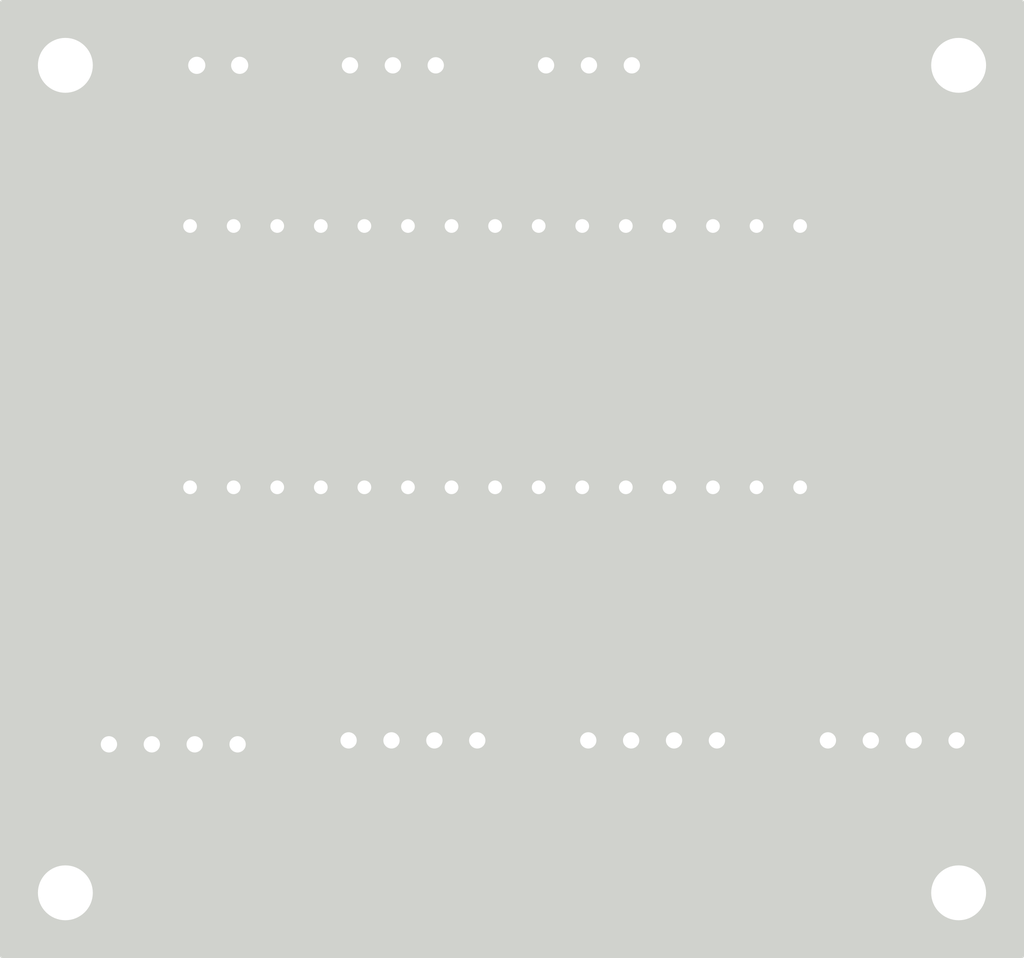
<source format=kicad_pcb>
(kicad_pcb (version 20171130) (host pcbnew "(5.1.5)-3")

  (general
    (thickness 1.6)
    (drawings 2)
    (tracks 79)
    (zones 0)
    (modules 15)
    (nets 30)
  )

  (page A4)
  (layers
    (0 F.Cu signal)
    (31 B.Cu signal)
    (32 B.Adhes user)
    (33 F.Adhes user)
    (34 B.Paste user)
    (35 F.Paste user)
    (36 B.SilkS user)
    (37 F.SilkS user)
    (38 B.Mask user)
    (39 F.Mask user)
    (40 Dwgs.User user)
    (41 Cmts.User user)
    (42 Eco1.User user)
    (43 Eco2.User user)
    (44 Edge.Cuts user)
    (45 Margin user)
    (46 B.CrtYd user)
    (47 F.CrtYd user)
    (48 B.Fab user)
    (49 F.Fab user hide)
  )

  (setup
    (last_trace_width 0.5)
    (user_trace_width 0.5)
    (trace_clearance 0.2)
    (zone_clearance 0.508)
    (zone_45_only no)
    (trace_min 0.2)
    (via_size 0.8)
    (via_drill 0.4)
    (via_min_size 0.4)
    (via_min_drill 0.3)
    (uvia_size 0.3)
    (uvia_drill 0.1)
    (uvias_allowed no)
    (uvia_min_size 0.2)
    (uvia_min_drill 0.1)
    (edge_width 0.05)
    (segment_width 0.2)
    (pcb_text_width 0.3)
    (pcb_text_size 1.5 1.5)
    (mod_edge_width 0.12)
    (mod_text_size 1 1)
    (mod_text_width 0.15)
    (pad_size 1.524 1.524)
    (pad_drill 0.762)
    (pad_to_mask_clearance 0.051)
    (solder_mask_min_width 0.25)
    (aux_axis_origin 0 0)
    (visible_elements 7FFFFFFF)
    (pcbplotparams
      (layerselection 0x010fc_ffffffff)
      (usegerberextensions false)
      (usegerberattributes false)
      (usegerberadvancedattributes false)
      (creategerberjobfile false)
      (excludeedgelayer true)
      (linewidth 0.100000)
      (plotframeref false)
      (viasonmask false)
      (mode 1)
      (useauxorigin false)
      (hpglpennumber 1)
      (hpglpenspeed 20)
      (hpglpendiameter 15.000000)
      (psnegative false)
      (psa4output false)
      (plotreference true)
      (plotvalue true)
      (plotinvisibletext false)
      (padsonsilk false)
      (subtractmaskfromsilk false)
      (outputformat 1)
      (mirror false)
      (drillshape 1)
      (scaleselection 1)
      (outputdirectory ""))
  )

  (net 0 "")
  (net 1 GND)
  (net 2 +5V)
  (net 3 LEFT_EN_B)
  (net 4 LEFT_EN_A)
  (net 5 RIGHT_EN_B)
  (net 6 RIGHT_EN_A)
  (net 7 RIGHT_PWM)
  (net 8 ENCODER_LEFT_B)
  (net 9 ENCODER_LEFT_A)
  (net 10 ENCODER_RIGHT_B)
  (net 11 ENCODER_RIGHT_A)
  (net 12 LEFT_PWM)
  (net 13 "Net-(N1-Pad16)")
  (net 14 "Net-(N1-Pad28)")
  (net 15 "Net-(N1-Pad27)")
  (net 16 "Net-(N1-Pad11)")
  (net 17 "Net-(N1-Pad26)")
  (net 18 "Net-(N1-Pad10)")
  (net 19 "Net-(N1-Pad25)")
  (net 20 "Net-(N1-Pad24)")
  (net 21 "Net-(N1-Pad23)")
  (net 22 "Net-(N1-Pad22)")
  (net 23 "Net-(N1-Pad5)")
  (net 24 "Net-(N1-Pad19)")
  (net 25 "Net-(N1-Pad3)")
  (net 26 "Net-(N1-Pad18)")
  (net 27 "Net-(N1-Pad2)")
  (net 28 "Net-(N1-Pad17)")
  (net 29 "Net-(N1-Pad1)")

  (net_class Default "This is the default net class."
    (clearance 0.2)
    (trace_width 0.25)
    (via_dia 0.8)
    (via_drill 0.4)
    (uvia_dia 0.3)
    (uvia_drill 0.1)
    (add_net +5V)
    (add_net ENCODER_LEFT_A)
    (add_net ENCODER_LEFT_B)
    (add_net ENCODER_RIGHT_A)
    (add_net ENCODER_RIGHT_B)
    (add_net GND)
    (add_net LEFT_EN_A)
    (add_net LEFT_EN_B)
    (add_net LEFT_PWM)
    (add_net "Net-(N1-Pad1)")
    (add_net "Net-(N1-Pad10)")
    (add_net "Net-(N1-Pad11)")
    (add_net "Net-(N1-Pad16)")
    (add_net "Net-(N1-Pad17)")
    (add_net "Net-(N1-Pad18)")
    (add_net "Net-(N1-Pad19)")
    (add_net "Net-(N1-Pad2)")
    (add_net "Net-(N1-Pad22)")
    (add_net "Net-(N1-Pad23)")
    (add_net "Net-(N1-Pad24)")
    (add_net "Net-(N1-Pad25)")
    (add_net "Net-(N1-Pad26)")
    (add_net "Net-(N1-Pad27)")
    (add_net "Net-(N1-Pad28)")
    (add_net "Net-(N1-Pad3)")
    (add_net "Net-(N1-Pad5)")
    (add_net RIGHT_EN_A)
    (add_net RIGHT_EN_B)
    (add_net RIGHT_PWM)
  )

  (module "SCR LOGO:robot-image" (layer F.Cu) (tedit 0) (tstamp 5E58D8CA)
    (at 132.08 86.36)
    (fp_text reference G*** (at 0 0) (layer F.SilkS) hide
      (effects (font (size 1.524 1.524) (thickness 0.3)))
    )
    (fp_text value LOGO (at 0.75 0) (layer F.SilkS) hide
      (effects (font (size 1.524 1.524) (thickness 0.3)))
    )
    (fp_poly (pts (xy 0.793762 -0.351154) (xy 0.874722 -0.32852) (xy 0.948461 -0.292446) (xy 1.013595 -0.244305)
      (xy 1.068737 -0.185469) (xy 1.112502 -0.117312) (xy 1.143505 -0.041206) (xy 1.160361 0.041475)
      (xy 1.163109 0.093134) (xy 1.154936 0.181131) (xy 1.13141 0.263407) (xy 1.093564 0.33847)
      (xy 1.042428 0.404826) (xy 0.979037 0.460984) (xy 0.904421 0.50545) (xy 0.866796 0.5215)
      (xy 0.814148 0.536286) (xy 0.753261 0.545306) (xy 0.69067 0.548132) (xy 0.632915 0.544337)
      (xy 0.603438 0.538737) (xy 0.522068 0.509726) (xy 0.449168 0.467323) (xy 0.385996 0.413267)
      (xy 0.333811 0.349294) (xy 0.293873 0.277144) (xy 0.26744 0.198553) (xy 0.255772 0.115259)
      (xy 0.256494 0.069763) (xy 0.390145 0.069763) (xy 0.390658 0.132383) (xy 0.401124 0.190055)
      (xy 0.406212 0.205334) (xy 0.436954 0.265904) (xy 0.479673 0.319796) (xy 0.530556 0.36223)
      (xy 0.532415 0.363434) (xy 0.575525 0.388094) (xy 0.615927 0.403463) (xy 0.659598 0.41106)
      (xy 0.712515 0.412403) (xy 0.7239 0.412083) (xy 0.764178 0.40991) (xy 0.793861 0.405691)
      (xy 0.819278 0.39799) (xy 0.846757 0.385371) (xy 0.8509 0.383248) (xy 0.909176 0.344687)
      (xy 0.959805 0.294555) (xy 0.998651 0.237114) (xy 1.004998 0.224367) (xy 1.016586 0.197384)
      (xy 1.023666 0.173371) (xy 1.027286 0.14647) (xy 1.0285 0.110823) (xy 1.028547 0.093134)
      (xy 1.027778 0.051891) (xy 1.024976 0.02175) (xy 1.019119 -0.003089) (xy 1.009186 -0.028427)
      (xy 1.005856 -0.035713) (xy 0.968793 -0.096351) (xy 0.918998 -0.149187) (xy 0.860193 -0.190428)
      (xy 0.847734 -0.196924) (xy 0.819537 -0.210063) (xy 0.796189 -0.21819) (xy 0.771802 -0.222489)
      (xy 0.740491 -0.224145) (xy 0.711378 -0.224367) (xy 0.671385 -0.223814) (xy 0.642292 -0.22137)
      (xy 0.618077 -0.215854) (xy 0.592723 -0.206086) (xy 0.57383 -0.197395) (xy 0.51091 -0.15864)
      (xy 0.458514 -0.107731) (xy 0.418886 -0.046864) (xy 0.417791 -0.044649) (xy 0.399289 0.008613)
      (xy 0.390145 0.069763) (xy 0.256494 0.069763) (xy 0.256648 0.060123) (xy 0.271199 -0.024906)
      (xy 0.300307 -0.103399) (xy 0.34247 -0.173961) (xy 0.396185 -0.235191) (xy 0.45995 -0.285694)
      (xy 0.532263 -0.32407) (xy 0.611622 -0.348922) (xy 0.696526 -0.358851) (xy 0.706967 -0.358974)
      (xy 0.793762 -0.351154)) (layer F.SilkS) (width 0.01))
    (fp_poly (pts (xy -0.666241 -0.355145) (xy -0.618066 -0.347409) (xy -0.537569 -0.32002) (xy -0.465654 -0.279249)
      (xy -0.403354 -0.226873) (xy -0.351704 -0.164668) (xy -0.311737 -0.094412) (xy -0.284488 -0.01788)
      (xy -0.270989 0.06315) (xy -0.272274 0.146903) (xy -0.286642 0.222119) (xy -0.316439 0.298812)
      (xy -0.360561 0.369256) (xy -0.416871 0.431175) (xy -0.483235 0.482295) (xy -0.557517 0.52034)
      (xy -0.5715 0.525601) (xy -0.617539 0.537527) (xy -0.672801 0.545074) (xy -0.731156 0.547968)
      (xy -0.786475 0.545935) (xy -0.832628 0.5387) (xy -0.837152 0.537499) (xy -0.914779 0.507709)
      (xy -0.986007 0.464693) (xy -1.048801 0.410554) (xy -1.101123 0.347395) (xy -1.140938 0.277319)
      (xy -1.166207 0.202428) (xy -1.16751 0.196433) (xy -1.177664 0.108807) (xy -1.176105 0.085759)
      (xy -1.046014 0.085759) (xy -1.041118 0.153097) (xy -1.022136 0.217616) (xy -0.989516 0.277233)
      (xy -0.943708 0.329868) (xy -0.885161 0.373439) (xy -0.8643 0.384879) (xy -0.829002 0.399145)
      (xy -0.787666 0.410518) (xy -0.746863 0.417601) (xy -0.713164 0.418995) (xy -0.706966 0.418343)
      (xy -0.687601 0.415361) (xy -0.661469 0.411201) (xy -0.656166 0.410343) (xy -0.601367 0.393874)
      (xy -0.546648 0.363468) (xy -0.496263 0.321598) (xy -0.486893 0.311863) (xy -0.447125 0.261658)
      (xy -0.421028 0.209947) (xy -0.406861 0.152193) (xy -0.40288 0.093134) (xy -0.403385 0.054512)
      (xy -0.406504 0.025861) (xy -0.41363 0.00026) (xy -0.426156 -0.02921) (xy -0.428528 -0.034268)
      (xy -0.467582 -0.100452) (xy -0.515915 -0.152656) (xy -0.57424 -0.191506) (xy -0.63442 -0.215153)
      (xy -0.701359 -0.226602) (xy -0.769651 -0.223525) (xy -0.835959 -0.206941) (xy -0.896943 -0.177865)
      (xy -0.949267 -0.137317) (xy -0.971684 -0.112365) (xy -1.011746 -0.049054) (xy -1.036373 0.017681)
      (xy -1.046014 0.085759) (xy -1.176105 0.085759) (xy -1.171914 0.023828) (xy -1.151253 -0.056858)
      (xy -1.116669 -0.131607) (xy -1.069153 -0.198771) (xy -1.009697 -0.256706) (xy -0.939289 -0.303765)
      (xy -0.85892 -0.338304) (xy -0.842733 -0.343278) (xy -0.789271 -0.353669) (xy -0.727848 -0.357672)
      (xy -0.666241 -0.355145)) (layer F.SilkS) (width 0.01))
    (fp_poly (pts (xy 0.024672 0.21405) (xy 0.055193 0.222335) (xy 0.055765 0.222629) (xy 0.070027 0.230953)
      (xy 0.083232 0.241335) (xy 0.096585 0.255587) (xy 0.111293 0.275525) (xy 0.128562 0.302961)
      (xy 0.149597 0.33971) (xy 0.175605 0.387586) (xy 0.20779 0.448402) (xy 0.2151 0.462327)
      (xy 0.246794 0.523233) (xy 0.271146 0.571308) (xy 0.289023 0.60853) (xy 0.301298 0.636876)
      (xy 0.30884 0.658323) (xy 0.312519 0.674849) (xy 0.313267 0.685414) (xy 0.305717 0.733128)
      (xy 0.284008 0.773642) (xy 0.255058 0.800617) (xy 0.245605 0.806814) (xy 0.236253 0.811627)
      (xy 0.224847 0.815231) (xy 0.209229 0.817801) (xy 0.187244 0.81951) (xy 0.156735 0.820534)
      (xy 0.115546 0.821046) (xy 0.06152 0.821221) (xy 0.000151 0.821235) (xy -0.067835 0.821151)
      (xy -0.121032 0.820823) (xy -0.161583 0.82011) (xy -0.191634 0.818867) (xy -0.213326 0.81695)
      (xy -0.228806 0.814218) (xy -0.240215 0.810526) (xy -0.249699 0.805731) (xy -0.251961 0.804379)
      (xy -0.286242 0.774173) (xy -0.306974 0.734427) (xy -0.312207 0.698659) (xy -0.207288 0.698659)
      (xy -0.204694 0.705119) (xy -0.204074 0.705914) (xy -0.198731 0.710443) (xy -0.189816 0.713832)
      (xy -0.175204 0.716203) (xy -0.15277 0.717676) (xy -0.120389 0.718373) (xy -0.075936 0.718415)
      (xy -0.017285 0.717924) (xy 0.002364 0.717703) (xy 0.065878 0.716824) (xy 0.114499 0.715752)
      (xy 0.150268 0.714328) (xy 0.175224 0.712395) (xy 0.191408 0.709796) (xy 0.20086 0.706374)
      (xy 0.205599 0.702004) (xy 0.204411 0.69059) (xy 0.196034 0.667037) (xy 0.181774 0.633858)
      (xy 0.162936 0.593563) (xy 0.140827 0.548662) (xy 0.116752 0.501666) (xy 0.092017 0.455086)
      (xy 0.067928 0.411432) (xy 0.04579 0.373216) (xy 0.026911 0.342947) (xy 0.012594 0.323137)
      (xy 0.005053 0.316417) (xy -0.002424 0.315014) (xy -0.009789 0.31685) (xy -0.018066 0.323498)
      (xy -0.028275 0.336528) (xy -0.041441 0.357512) (xy -0.058584 0.388021) (xy -0.080728 0.429627)
      (xy -0.108895 0.483901) (xy -0.127739 0.52053) (xy -0.15627 0.576402) (xy -0.177638 0.619243)
      (xy -0.192634 0.65097) (xy -0.202048 0.673503) (xy -0.206669 0.68876) (xy -0.207288 0.698659)
      (xy -0.312207 0.698659) (xy -0.313235 0.691633) (xy -0.312103 0.674078) (xy -0.307969 0.654884)
      (xy -0.299766 0.631303) (xy -0.286426 0.600589) (xy -0.266881 0.559992) (xy -0.245814 0.518066)
      (xy -0.204806 0.43829) (xy -0.170108 0.372999) (xy -0.141142 0.321209) (xy -0.117328 0.281938)
      (xy -0.09809 0.254201) (xy -0.082848 0.237015) (xy -0.078478 0.233403) (xy -0.049721 0.220191)
      (xy -0.012818 0.213538) (xy 0.024672 0.21405)) (layer F.SilkS) (width 0.01))
    (fp_poly (pts (xy 0.485316 0.966267) (xy 0.546089 0.966495) (xy 0.596614 0.966911) (xy 0.638005 0.967535)
      (xy 0.671376 0.968389) (xy 0.697843 0.969494) (xy 0.718518 0.970872) (xy 0.734516 0.972545)
      (xy 0.746951 0.974534) (xy 0.756939 0.976859) (xy 0.765591 0.979544) (xy 0.773148 0.98228)
      (xy 0.831116 1.012833) (xy 0.880439 1.05726) (xy 0.919453 1.114009) (xy 0.924294 1.12345)
      (xy 0.938258 1.153807) (xy 0.946561 1.179188) (xy 0.950668 1.206365) (xy 0.952039 1.242113)
      (xy 0.952122 1.252292) (xy 0.95164 1.290461) (xy 0.948777 1.318413) (xy 0.942118 1.342838)
      (xy 0.930246 1.370424) (xy 0.924672 1.381909) (xy 0.887237 1.440757) (xy 0.83948 1.487252)
      (xy 0.782898 1.519993) (xy 0.773511 1.523718) (xy 0.765071 1.526736) (xy 0.756185 1.529379)
      (xy 0.745733 1.53167) (xy 0.732594 1.533633) (xy 0.715648 1.535293) (xy 0.693773 1.536674)
      (xy 0.665848 1.5378) (xy 0.630754 1.538696) (xy 0.587368 1.539385) (xy 0.53457 1.539892)
      (xy 0.471239 1.540242) (xy 0.396255 1.540457) (xy 0.308495 1.540563) (xy 0.206841 1.540584)
      (xy 0.09017 1.540544) (xy -0.002434 1.540492) (xy -0.130533 1.540404) (xy -0.242816 1.540288)
      (xy -0.3404 1.540119) (xy -0.424402 1.539872) (xy -0.49594 1.539523) (xy -0.556131 1.539046)
      (xy -0.606092 1.538418) (xy -0.64694 1.537612) (xy -0.679793 1.536604) (xy -0.705768 1.53537)
      (xy -0.725981 1.533885) (xy -0.741552 1.532123) (xy -0.753595 1.53006) (xy -0.76323 1.527671)
      (xy -0.771572 1.524931) (xy -0.775914 1.523304) (xy -0.832398 1.492702) (xy -0.881017 1.448128)
      (xy -0.904105 1.414375) (xy -0.618066 1.414375) (xy -0.48895 1.412037) (xy -0.359833 1.4097)
      (xy -0.359833 1.336583) (xy -0.294953 1.336583) (xy -0.294474 1.37145) (xy -0.293547 1.394816)
      (xy -0.292486 1.40328) (xy -0.286931 1.407738) (xy -0.272874 1.410689) (xy -0.248169 1.412277)
      (xy -0.210671 1.412649) (xy -0.163162 1.412044) (xy -0.0381 1.4097) (xy -0.0381 1.336583)
      (xy 0.035247 1.336583) (xy 0.035726 1.37145) (xy 0.036653 1.394816) (xy 0.037714 1.40328)
      (xy 0.043269 1.407738) (xy 0.057326 1.410689) (xy 0.082031 1.412277) (xy 0.119529 1.412649)
      (xy 0.167038 1.412044) (xy 0.2921 1.4097) (xy 0.2921 1.336522) (xy 0.356962 1.336522)
      (xy 0.357421 1.371335) (xy 0.358322 1.394638) (xy 0.35936 1.403053) (xy 0.365577 1.407528)
      (xy 0.381527 1.410693) (xy 0.409132 1.412706) (xy 0.45031 1.413725) (xy 0.490801 1.413933)
      (xy 0.618067 1.413933) (xy 0.618067 1.253067) (xy 0.6858 1.253067) (xy 0.685882 1.310279)
      (xy 0.686639 1.352333) (xy 0.688837 1.381004) (xy 0.693242 1.398067) (xy 0.700619 1.405297)
      (xy 0.711735 1.404468) (xy 0.727355 1.397356) (xy 0.744059 1.388082) (xy 0.781464 1.359665)
      (xy 0.805087 1.3233) (xy 0.815991 1.277029) (xy 0.817034 1.253687) (xy 0.811855 1.202811)
      (xy 0.795475 1.163235) (xy 0.766624 1.132544) (xy 0.746449 1.119394) (xy 0.725738 1.107953)
      (xy 0.710375 1.101389) (xy 0.699561 1.101461) (xy 0.692499 1.109929) (xy 0.68839 1.128553)
      (xy 0.686436 1.159092) (xy 0.685838 1.203305) (xy 0.6858 1.253067) (xy 0.618067 1.253067)
      (xy 0.618067 1.091759) (xy 0.48895 1.094096) (xy 0.359834 1.096433) (xy 0.357509 1.244303)
      (xy 0.35698 1.293183) (xy 0.356962 1.336522) (xy 0.2921 1.336522) (xy 0.2921 1.096433)
      (xy 0.0381 1.096433) (xy 0.035776 1.244303) (xy 0.035251 1.293204) (xy 0.035247 1.336583)
      (xy -0.0381 1.336583) (xy -0.0381 1.096433) (xy -0.2921 1.096433) (xy -0.294424 1.244303)
      (xy -0.294949 1.293204) (xy -0.294953 1.336583) (xy -0.359833 1.336583) (xy -0.359833 1.096433)
      (xy -0.48895 1.094096) (xy -0.618066 1.091759) (xy -0.618066 1.414375) (xy -0.904105 1.414375)
      (xy -0.919752 1.391502) (xy -0.924672 1.381909) (xy -0.938676 1.351675) (xy -0.946976 1.326914)
      (xy -0.950991 1.300938) (xy -0.952136 1.267057) (xy -0.952123 1.253067) (xy -0.817033 1.253067)
      (xy -0.81139 1.304213) (xy -0.79369 1.34457) (xy -0.762778 1.376309) (xy -0.745309 1.387746)
      (xy -0.725085 1.399191) (xy -0.710056 1.405585) (xy -0.699451 1.405183) (xy -0.692499 1.396239)
      (xy -0.688429 1.377008) (xy -0.68647 1.345744) (xy -0.68585 1.300702) (xy -0.6858 1.253067)
      (xy -0.685882 1.195855) (xy -0.686639 1.1538) (xy -0.688837 1.125129) (xy -0.693241 1.108066)
      (xy -0.700619 1.100837) (xy -0.711734 1.101665) (xy -0.727354 1.108777) (xy -0.744059 1.118051)
      (xy -0.781317 1.146281) (xy -0.804887 1.182355) (xy -0.815887 1.228343) (xy -0.817033 1.253067)
      (xy -0.952123 1.253067) (xy -0.952122 1.252292) (xy -0.951174 1.213613) (xy -0.94783 1.185065)
      (xy -0.940625 1.159869) (xy -0.928093 1.131249) (xy -0.924249 1.123359) (xy -0.887235 1.065377)
      (xy -0.83858 1.019137) (xy -0.78804 0.988524) (xy -0.7493 0.969434) (xy -0.011265 0.967181)
      (xy 0.117461 0.966795) (xy 0.230368 0.96649) (xy 0.32857 0.966286) (xy 0.413181 0.966204)
      (xy 0.485316 0.966267)) (layer F.SilkS) (width 0.01))
    (fp_poly (pts (xy 0.04216 -2.010351) (xy 0.0727 -2.008339) (xy 0.096567 -2.003946) (xy 0.118882 -1.996323)
      (xy 0.137738 -1.987948) (xy 0.169935 -1.969325) (xy 0.204913 -1.94372) (xy 0.231391 -1.920214)
      (xy 0.277571 -1.863104) (xy 0.308877 -1.80075) (xy 0.32568 -1.735285) (xy 0.328348 -1.668842)
      (xy 0.31725 -1.603554) (xy 0.292756 -1.541554) (xy 0.255235 -1.484976) (xy 0.205056 -1.435951)
      (xy 0.142588 -1.396613) (xy 0.140609 -1.395644) (xy 0.1016 -1.376692) (xy 0.1016 -0.922866)
      (xy 0.774383 -0.922867) (xy 0.896964 -0.922857) (xy 1.003788 -0.922809) (xy 1.096027 -0.922695)
      (xy 1.174856 -0.922486) (xy 1.241451 -0.922153) (xy 1.296985 -0.921668) (xy 1.342633 -0.921002)
      (xy 1.379571 -0.920128) (xy 1.408972 -0.919015) (xy 1.432011 -0.917637) (xy 1.449862 -0.915965)
      (xy 1.463701 -0.913969) (xy 1.474702 -0.911622) (xy 1.484039 -0.908894) (xy 1.492887 -0.905759)
      (xy 1.493804 -0.905417) (xy 1.543517 -0.879229) (xy 1.587706 -0.841611) (xy 1.623277 -0.796234)
      (xy 1.647138 -0.746772) (xy 1.654914 -0.714093) (xy 1.65668 -0.694449) (xy 1.658709 -0.661607)
      (xy 1.660845 -0.619299) (xy 1.662932 -0.571255) (xy 1.664815 -0.521207) (xy 1.666338 -0.472885)
      (xy 1.667344 -0.430021) (xy 1.667625 -0.40967) (xy 1.667934 -0.37484) (xy 1.74625 -0.37063)
      (xy 1.794821 -0.366479) (xy 1.83206 -0.359319) (xy 1.863459 -0.348052) (xy 1.8669 -0.346464)
      (xy 1.913544 -0.317304) (xy 1.957664 -0.27689) (xy 1.993796 -0.230645) (xy 2.006962 -0.207433)
      (xy 2.027767 -0.1651) (xy 2.027767 1.2827) (xy 2.00431 1.330465) (xy 1.984047 1.364029)
      (xy 1.957883 1.397615) (xy 1.942298 1.413769) (xy 1.901406 1.446498) (xy 1.859403 1.468562)
      (xy 1.811386 1.481838) (xy 1.752452 1.488202) (xy 1.747114 1.488469) (xy 1.669661 1.492078)
      (xy 1.664564 1.517564) (xy 1.662793 1.534754) (xy 1.661289 1.565241) (xy 1.66017 1.605387)
      (xy 1.659551 1.651557) (xy 1.659467 1.676113) (xy 1.658691 1.740855) (xy 1.655937 1.791786)
      (xy 1.650565 1.831978) (xy 1.641935 1.864499) (xy 1.629405 1.89242) (xy 1.612336 1.918811)
      (xy 1.607513 1.925233) (xy 1.561953 1.972684) (xy 1.507947 2.006212) (xy 1.478042 2.018014)
      (xy 1.471714 2.019801) (xy 1.463369 2.021429) (xy 1.452244 2.022905) (xy 1.437576 2.024237)
      (xy 1.4186 2.025431) (xy 1.394555 2.026494) (xy 1.364677 2.027433) (xy 1.328201 2.028254)
      (xy 1.284366 2.028966) (xy 1.232408 2.029575) (xy 1.171562 2.030087) (xy 1.101067 2.03051)
      (xy 1.020159 2.030851) (xy 0.928074 2.031116) (xy 0.824049 2.031313) (xy 0.70732 2.031448)
      (xy 0.577125 2.031529) (xy 0.432701 2.031561) (xy 0.273283 2.031554) (xy 0.098108 2.031512)
      (xy -0.003625 2.031478) (xy -0.187776 2.031401) (xy -0.355757 2.031305) (xy -0.508329 2.031182)
      (xy -0.646255 2.031025) (xy -0.770298 2.030827) (xy -0.881219 2.03058) (xy -0.979782 2.030277)
      (xy -1.066748 2.029911) (xy -1.14288 2.029473) (xy -1.208941 2.028957) (xy -1.265693 2.028355)
      (xy -1.313897 2.02766) (xy -1.354318 2.026864) (xy -1.387717 2.02596) (xy -1.414857 2.02494)
      (xy -1.436499 2.023798) (xy -1.453407 2.022525) (xy -1.466343 2.021115) (xy -1.476069 2.01956)
      (xy -1.483348 2.017852) (xy -1.4859 2.017073) (xy -1.518512 2.002181) (xy -1.552273 1.977501)
      (xy -1.579699 1.951979) (xy -1.604378 1.926333) (xy -1.623391 1.902815) (xy -1.63747 1.878698)
      (xy -1.647346 1.851255) (xy -1.653753 1.817758) (xy -1.65742 1.775481) (xy -1.659081 1.721697)
      (xy -1.659467 1.654735) (xy -1.659467 1.492153) (xy -1.737783 1.488507) (xy -1.797699 1.482713)
      (xy -1.846225 1.470355) (xy -1.888237 1.449574) (xy -1.92861 1.41851) (xy -1.933831 1.413769)
      (xy -1.959987 1.384976) (xy -1.9847 1.350216) (xy -1.995843 1.330465) (xy -2.0193 1.2827)
      (xy -2.02011 1.03459) (xy -1.531266 1.03459) (xy -1.531233 1.170262) (xy -1.531076 1.291121)
      (xy -1.530793 1.397698) (xy -1.53038 1.490523) (xy -1.529834 1.570127) (xy -1.529152 1.637038)
      (xy -1.528332 1.691788) (xy -1.52737 1.734907) (xy -1.526263 1.766924) (xy -1.525008 1.788371)
      (xy -1.523602 1.799776) (xy -1.52343 1.800468) (xy -1.510268 1.829481) (xy -1.488943 1.858378)
      (xy -1.464409 1.881255) (xy -1.4478 1.890592) (xy -1.438093 1.891093) (xy -1.412334 1.891585)
      (xy -1.371404 1.892068) (xy -1.316185 1.892536) (xy -1.247558 1.892988) (xy -1.166404 1.893419)
      (xy -1.073605 1.893826) (xy -0.970042 1.894207) (xy -0.856595 1.894558) (xy -0.734148 1.894876)
      (xy -0.60358 1.895158) (xy -0.465774 1.8954) (xy -0.32161 1.895599) (xy -0.171969 1.895753)
      (xy -0.017734 1.895857) (xy -0.001153 1.895865) (xy 1.432795 1.896533) (xy 1.465391 1.878213)
      (xy 1.491747 1.857692) (xy 1.511789 1.832045) (xy 1.51311 1.82953) (xy 1.515171 1.824751)
      (xy 1.517036 1.818547) (xy 1.518715 1.810094) (xy 1.520218 1.798573) (xy 1.521555 1.783159)
      (xy 1.522735 1.763032) (xy 1.523767 1.737369) (xy 1.524663 1.705348) (xy 1.52543 1.666147)
      (xy 1.52608 1.618944) (xy 1.526622 1.562916) (xy 1.527065 1.497243) (xy 1.52742 1.421101)
      (xy 1.527695 1.333668) (xy 1.527902 1.234123) (xy 1.528048 1.121644) (xy 1.528145 0.995408)
      (xy 1.528202 0.854593) (xy 1.528228 0.698378) (xy 1.528233 0.550334) (xy 1.528231 0.380543)
      (xy 1.528216 0.226863) (xy 1.528177 0.088467) (xy 1.528103 -0.035467) (xy 1.527983 -0.145764)
      (xy 1.527806 -0.243248) (xy 1.527561 -0.328743) (xy 1.527237 -0.403072) (xy 1.526822 -0.467061)
      (xy 1.526306 -0.521532) (xy 1.525677 -0.56731) (xy 1.524924 -0.605219) (xy 1.524037 -0.636084)
      (xy 1.523004 -0.660727) (xy 1.521813 -0.679973) (xy 1.520455 -0.694646) (xy 1.518917 -0.70557)
      (xy 1.517188 -0.71357) (xy 1.515259 -0.719469) (xy 1.513116 -0.72409) (xy 1.511001 -0.727834)
      (xy 1.491415 -0.752399) (xy 1.466775 -0.772967) (xy 1.464434 -0.7744) (xy 1.460535 -0.776593)
      (xy 1.456134 -0.778591) (xy 1.450463 -0.780404) (xy 1.442756 -0.782041) (xy 1.432248 -0.78351)
      (xy 1.418172 -0.784821) (xy 1.39976 -0.785983) (xy 1.376248 -0.787005) (xy 1.346868 -0.787895)
      (xy 1.310855 -0.788663) (xy 1.267441 -0.789318) (xy 1.215861 -0.789869) (xy 1.155348 -0.790325)
      (xy 1.085136 -0.790694) (xy 1.004459 -0.790987) (xy 0.912549 -0.791211) (xy 0.808641 -0.791377)
      (xy 0.691969 -0.791492) (xy 0.561765 -0.791566) (xy 0.417264 -0.791608) (xy 0.2577 -0.791628)
      (xy 0.082305 -0.791633) (xy -1.4351 -0.791633) (xy -1.467055 -0.771766) (xy -1.475324 -0.767126)
      (xy -1.482814 -0.763447) (xy -1.489567 -0.759916) (xy -1.495622 -0.755718) (xy -1.501017 -0.750043)
      (xy -1.505794 -0.742075) (xy -1.509991 -0.731003) (xy -1.513648 -0.716013) (xy -1.516804 -0.696293)
      (xy -1.5195 -0.671028) (xy -1.521775 -0.639408) (xy -1.523669 -0.600617) (xy -1.52522 -0.553844)
      (xy -1.526469 -0.498275) (xy -1.527456 -0.433097) (xy -1.52822 -0.357498) (xy -1.5288 -0.270663)
      (xy -1.529237 -0.171782) (xy -1.529569 -0.060039) (xy -1.529837 0.065378) (xy -1.53008 0.205281)
      (xy -1.530337 0.360484) (xy -1.530649 0.5318) (xy -1.530652 0.5334) (xy -1.530972 0.71669)
      (xy -1.531178 0.883576) (xy -1.531266 1.03459) (xy -2.02011 1.03459) (xy -2.021606 0.576436)
      (xy -2.022045 0.445552) (xy -2.022401 0.330478) (xy -2.022593 0.230092) (xy -2.022542 0.143271)
      (xy -2.022168 0.068891) (xy -2.021391 0.00583) (xy -2.020132 -0.047036) (xy -2.01831 -0.090828)
      (xy -2.015847 -0.12667) (xy -2.012661 -0.155686) (xy -2.008675 -0.178997) (xy -2.003807 -0.197726)
      (xy -1.997978 -0.212998) (xy -1.991108 -0.225934) (xy -1.983118 -0.237657) (xy -1.973927 -0.249291)
      (xy -1.963456 -0.261958) (xy -1.961926 -0.263827) (xy -1.920777 -0.304316) (xy -1.872405 -0.33706)
      (xy -1.844183 -0.35156) (xy -1.819898 -0.360788) (xy -1.793503 -0.366269) (xy -1.758951 -0.369527)
      (xy -1.739055 -0.370677) (xy -1.659467 -0.37484) (xy -1.659466 -0.542267) (xy -1.659315 -0.600938)
      (xy -1.658691 -0.645606) (xy -1.657345 -0.679197) (xy -1.655022 -0.704641) (xy -1.651473 -0.724865)
      (xy -1.646444 -0.742798) (xy -1.64088 -0.758263) (xy -1.612677 -0.810569) (xy -1.572244 -0.856361)
      (xy -1.523597 -0.891611) (xy -1.494377 -0.905202) (xy -1.485446 -0.908419) (xy -1.476231 -0.91122)
      (xy -1.465556 -0.913633) (xy -1.452246 -0.915688) (xy -1.435126 -0.917413) (xy -1.41302 -0.918837)
      (xy -1.384754 -0.919989) (xy -1.349151 -0.920897) (xy -1.305036 -0.921591) (xy -1.251234 -0.9221)
      (xy -1.18657 -0.922451) (xy -1.109869 -0.922675) (xy -1.019954 -0.922799) (xy -0.915652 -0.922854)
      (xy -0.795785 -0.922866) (xy -0.774382 -0.922867) (xy -0.1016 -0.922866) (xy -0.1016 -1.376692)
      (xy -0.140609 -1.395644) (xy -0.205306 -1.43594) (xy -0.258082 -1.488228) (xy -0.274531 -1.510501)
      (xy -0.307636 -1.573422) (xy -0.325467 -1.639843) (xy -0.327961 -1.692751) (xy -0.195862 -1.692751)
      (xy -0.189032 -1.636927) (xy -0.168904 -1.587691) (xy -0.136856 -1.5482) (xy -0.130408 -1.542751)
      (xy -0.109343 -1.5289) (xy -0.081191 -1.514128) (xy -0.050748 -1.500493) (xy -0.022812 -1.490053)
      (xy -0.002179 -1.484867) (xy 0.004234 -1.484975) (xy 0.016447 -1.489001) (xy 0.038883 -1.496744)
      (xy 0.057328 -1.503223) (xy 0.112345 -1.530044) (xy 0.153685 -1.566492) (xy 0.180951 -1.612035)
      (xy 0.193746 -1.66614) (xy 0.194734 -1.687812) (xy 0.187362 -1.746783) (xy 0.166182 -1.796923)
      (xy 0.132593 -1.83683) (xy 0.087997 -1.865102) (xy 0.033796 -1.880337) (xy 0 -1.882651)
      (xy -0.058341 -1.875276) (xy -0.108492 -1.854211) (xy -0.148813 -1.821048) (xy -0.177661 -1.77738)
      (xy -0.193395 -1.724798) (xy -0.195862 -1.692751) (xy -0.327961 -1.692751) (xy -0.328655 -1.707453)
      (xy -0.317831 -1.773938) (xy -0.293624 -1.836988) (xy -0.256666 -1.894288) (xy -0.207586 -1.943528)
      (xy -0.147016 -1.982394) (xy -0.145676 -1.983058) (xy -0.1189 -1.995668) (xy -0.096863 -2.003751)
      (xy -0.07433 -2.008306) (xy -0.046068 -2.010332) (xy -0.006844 -2.010829) (xy -0.000178 -2.010833)
      (xy 0.04216 -2.010351)) (layer F.SilkS) (width 0.01))
  )

  (module "SCR LOGO:crab-image" (layer F.Cu) (tedit 0) (tstamp 5E58D77B)
    (at 180.34 86.36)
    (fp_text reference G*** (at 0 0) (layer F.SilkS) hide
      (effects (font (size 1.524 1.524) (thickness 0.3)))
    )
    (fp_text value LOGO (at 0.75 0) (layer F.SilkS) hide
      (effects (font (size 1.524 1.524) (thickness 0.3)))
    )
    (fp_poly (pts (xy 0.488416 -1.112121) (xy 0.532226 -1.086566) (xy 0.54296 -1.077505) (xy 0.56682 -1.052253)
      (xy 0.587893 -1.023873) (xy 0.594618 -1.012344) (xy 0.607025 -0.976907) (xy 0.614753 -0.932071)
      (xy 0.617237 -0.884862) (xy 0.613909 -0.842307) (xy 0.609754 -0.824542) (xy 0.585892 -0.770939)
      (xy 0.55254 -0.727732) (xy 0.511844 -0.696471) (xy 0.465947 -0.678706) (xy 0.416994 -0.675989)
      (xy 0.4064 -0.677497) (xy 0.355399 -0.694663) (xy 0.312777 -0.725627) (xy 0.279731 -0.768853)
      (xy 0.257458 -0.822806) (xy 0.247442 -0.881517) (xy 0.249474 -0.941071) (xy 0.257244 -0.971062)
      (xy 0.34741 -0.971062) (xy 0.355774 -0.95161) (xy 0.357657 -0.949596) (xy 0.375898 -0.941736)
      (xy 0.39814 -0.944279) (xy 0.416114 -0.955962) (xy 0.418203 -0.95885) (xy 0.422124 -0.978276)
      (xy 0.41246 -0.995624) (xy 0.392274 -1.005721) (xy 0.390253 -1.006066) (xy 0.367433 -1.003111)
      (xy 0.352224 -0.989836) (xy 0.34741 -0.971062) (xy 0.257244 -0.971062) (xy 0.263271 -0.994324)
      (xy 0.286961 -1.040037) (xy 0.318677 -1.07697) (xy 0.356549 -1.103885) (xy 0.398709 -1.119541)
      (xy 0.443287 -1.1227) (xy 0.488416 -1.112121)) (layer F.SilkS) (width 0.01))
    (fp_poly (pts (xy -0.412129 -1.101356) (xy -0.409063 -1.099906) (xy -0.365266 -1.069991) (xy -0.331971 -1.029621)
      (xy -0.30919 -0.981635) (xy -0.296937 -0.928873) (xy -0.295225 -0.874174) (xy -0.304067 -0.820377)
      (xy -0.323477 -0.770321) (xy -0.353468 -0.726847) (xy -0.394052 -0.692793) (xy -0.407128 -0.685429)
      (xy -0.44641 -0.672847) (xy -0.491379 -0.669668) (xy -0.533804 -0.676168) (xy -0.546387 -0.68072)
      (xy -0.580494 -0.702474) (xy -0.613247 -0.735286) (xy -0.63952 -0.773703) (xy -0.645745 -0.786345)
      (xy -0.663137 -0.841503) (xy -0.6678 -0.896271) (xy -0.661111 -0.948823) (xy -0.649153 -0.983634)
      (xy -0.565819 -0.983634) (xy -0.5658 -0.957425) (xy -0.555419 -0.94386) (xy -0.533263 -0.941208)
      (xy -0.531341 -0.941376) (xy -0.512765 -0.944844) (xy -0.505185 -0.954072) (xy -0.503767 -0.973666)
      (xy -0.505077 -0.993528) (xy -0.512472 -1.001673) (xy -0.531144 -1.003296) (xy -0.5334 -1.0033)
      (xy -0.554115 -1.001289) (xy -0.563445 -0.993119) (xy -0.565819 -0.983634) (xy -0.649153 -0.983634)
      (xy -0.644446 -0.997335) (xy -0.619185 -1.039981) (xy -0.586704 -1.074936) (xy -0.54838 -1.100377)
      (xy -0.505591 -1.114477) (xy -0.459715 -1.115412) (xy -0.412129 -1.101356)) (layer F.SilkS) (width 0.01))
    (fp_poly (pts (xy 0.812015 -1.832478) (xy 0.896381 -1.827324) (xy 0.976172 -1.812106) (xy 1.056449 -1.785551)
      (xy 1.1303 -1.752394) (xy 1.20175 -1.713638) (xy 1.2655 -1.671162) (xy 1.326363 -1.621343)
      (xy 1.389148 -1.560557) (xy 1.399801 -1.549459) (xy 1.46635 -1.471967) (xy 1.51745 -1.394528)
      (xy 1.55396 -1.314642) (xy 1.576738 -1.229814) (xy 1.586643 -1.137545) (xy 1.584532 -1.035338)
      (xy 1.583013 -1.016484) (xy 1.578544 -0.971477) (xy 1.573483 -0.937813) (xy 1.566402 -0.90992)
      (xy 1.555877 -0.882228) (xy 1.540481 -0.849164) (xy 1.539866 -0.847904) (xy 1.515516 -0.802858)
      (xy 1.494232 -0.773993) (xy 1.481431 -0.763433) (xy 1.457487 -0.749691) (xy 1.462317 -0.647483)
      (xy 1.463615 -0.589945) (xy 1.460906 -0.546543) (xy 1.45356 -0.51482) (xy 1.440946 -0.492317)
      (xy 1.422434 -0.476579) (xy 1.417784 -0.473928) (xy 1.400454 -0.456948) (xy 1.397 -0.440053)
      (xy 1.390315 -0.416587) (xy 1.371939 -0.386629) (xy 1.344391 -0.352897) (xy 1.310189 -0.318109)
      (xy 1.271851 -0.284983) (xy 1.231896 -0.256238) (xy 1.219745 -0.248741) (xy 1.196261 -0.234869)
      (xy 1.21711 -0.174585) (xy 1.227392 -0.145369) (xy 1.23553 -0.123205) (xy 1.239997 -0.112226)
      (xy 1.240284 -0.111767) (xy 1.247324 -0.115494) (xy 1.263355 -0.127725) (xy 1.28222 -0.143517)
      (xy 1.312432 -0.16643) (xy 1.336898 -0.176431) (xy 1.359413 -0.174599) (xy 1.37207 -0.169081)
      (xy 1.390744 -0.165322) (xy 1.407497 -0.172645) (xy 1.42333 -0.179189) (xy 1.45161 -0.187532)
      (xy 1.488107 -0.196526) (xy 1.522447 -0.203829) (xy 1.564152 -0.211849) (xy 1.593043 -0.216531)
      (xy 1.612876 -0.218025) (xy 1.627408 -0.216481) (xy 1.640394 -0.212049) (xy 1.647423 -0.208825)
      (xy 1.674803 -0.18815) (xy 1.690588 -0.165555) (xy 1.700627 -0.147589) (xy 1.708276 -0.139225)
      (xy 1.709545 -0.139244) (xy 1.719977 -0.140676) (xy 1.734486 -0.133608) (xy 1.754006 -0.11707)
      (xy 1.779467 -0.090096) (xy 1.811802 -0.051718) (xy 1.851944 -0.000967) (xy 1.887535 0.045534)
      (xy 1.922589 0.09222) (xy 1.95396 0.134816) (xy 1.980257 0.171367) (xy 2.00009 0.19992)
      (xy 2.012069 0.218519) (xy 2.015067 0.224846) (xy 2.007682 0.242253) (xy 1.98911 0.258362)
      (xy 1.967256 0.267769) (xy 1.945348 0.267315) (xy 1.913621 0.259295) (xy 1.876413 0.245432)
      (xy 1.838063 0.22745) (xy 1.80291 0.207072) (xy 1.787901 0.196532) (xy 1.762951 0.176827)
      (xy 1.731033 0.150582) (xy 1.697841 0.122503) (xy 1.687475 0.113546) (xy 1.653714 0.085757)
      (xy 1.629591 0.069732) (xy 1.613574 0.064506) (xy 1.610116 0.064901) (xy 1.59513 0.065419)
      (xy 1.567838 0.063383) (xy 1.532607 0.059197) (xy 1.506217 0.055307) (xy 1.463694 0.049094)
      (xy 1.434316 0.046346) (xy 1.414681 0.046943) (xy 1.401383 0.050764) (xy 1.399836 0.051548)
      (xy 1.383875 0.058402) (xy 1.356231 0.068653) (xy 1.321393 0.080678) (xy 1.297927 0.088384)
      (xy 1.258407 0.10158) (xy 1.231786 0.11317) (xy 1.214794 0.126586) (xy 1.204161 0.145261)
      (xy 1.196618 0.172624) (xy 1.191098 0.200516) (xy 1.185984 0.227464) (xy 1.233551 0.211099)
      (xy 1.275743 0.198878) (xy 1.307455 0.195749) (xy 1.332509 0.20174) (xy 1.348838 0.211925)
      (xy 1.358595 0.218509) (xy 1.369779 0.222706) (xy 1.384653 0.224302) (xy 1.40548 0.223085)
      (xy 1.434522 0.218841) (xy 1.474042 0.211357) (xy 1.526304 0.20042) (xy 1.568946 0.191191)
      (xy 1.611724 0.182094) (xy 1.641518 0.176617) (xy 1.661828 0.174515) (xy 1.676158 0.175545)
      (xy 1.68801 0.179464) (xy 1.694204 0.182484) (xy 1.716452 0.199182) (xy 1.735208 0.221424)
      (xy 1.735624 0.222099) (xy 1.755714 0.244171) (xy 1.779312 0.257671) (xy 1.788547 0.262157)
      (xy 1.79938 0.270799) (xy 1.812943 0.28504) (xy 1.830367 0.30632) (xy 1.852782 0.336084)
      (xy 1.881318 0.375773) (xy 1.917107 0.426828) (xy 1.955947 0.482955) (xy 1.993104 0.537056)
      (xy 2.027243 0.587151) (xy 2.057141 0.631416) (xy 2.081575 0.668026) (xy 2.099323 0.695158)
      (xy 2.109164 0.710988) (xy 2.11066 0.713864) (xy 2.109749 0.731921) (xy 2.095972 0.748129)
      (xy 2.073331 0.759149) (xy 2.052999 0.762) (xy 2.02345 0.757621) (xy 1.985775 0.746029)
      (xy 1.945842 0.729541) (xy 1.909522 0.710477) (xy 1.890839 0.697959) (xy 1.875638 0.684158)
      (xy 1.8521 0.660101) (xy 1.822766 0.628509) (xy 1.790179 0.592099) (xy 1.767998 0.566602)
      (xy 1.733256 0.526467) (xy 1.707334 0.497516) (xy 1.688194 0.477944) (xy 1.673795 0.465943)
      (xy 1.6621 0.459705) (xy 1.651069 0.457424) (xy 1.644572 0.4572) (xy 1.625581 0.455639)
      (xy 1.593982 0.451361) (xy 1.55377 0.44497) (xy 1.508942 0.437072) (xy 1.496667 0.434779)
      (xy 1.449675 0.42604) (xy 1.416207 0.420423) (xy 1.393178 0.417745) (xy 1.377505 0.417822)
      (xy 1.366102 0.42047) (xy 1.355887 0.425507) (xy 1.35451 0.426313) (xy 1.339085 0.432866)
      (xy 1.317117 0.437122) (xy 1.285303 0.439459) (xy 1.240343 0.440256) (xy 1.233037 0.440267)
      (xy 1.135186 0.440267) (xy 1.126776 0.472017) (xy 1.116988 0.510906) (xy 1.109502 0.544435)
      (xy 1.105009 0.569174) (xy 1.1042 0.581694) (xy 1.104533 0.582422) (xy 1.113687 0.582719)
      (xy 1.135317 0.580879) (xy 1.165155 0.577289) (xy 1.172403 0.576301) (xy 1.218351 0.570427)
      (xy 1.251092 0.567963) (xy 1.274073 0.569242) (xy 1.290737 0.574598) (xy 1.30453 0.584364)
      (xy 1.310044 0.589608) (xy 1.332386 0.611949) (xy 1.456401 0.607554) (xy 1.51503 0.60608)
      (xy 1.559293 0.606837) (xy 1.59169 0.610504) (xy 1.614718 0.617763) (xy 1.630875 0.629294)
      (xy 1.642658 0.645777) (xy 1.649437 0.660138) (xy 1.660857 0.681018) (xy 1.67263 0.6932)
      (xy 1.6764 0.69445) (xy 1.693569 0.699646) (xy 1.702847 0.705271) (xy 1.711645 0.715713)
      (xy 1.727386 0.738099) (xy 1.74862 0.770075) (xy 1.773894 0.809286) (xy 1.801756 0.85338)
      (xy 1.830753 0.900003) (xy 1.859435 0.946799) (xy 1.886348 0.991417) (xy 1.91004 1.031501)
      (xy 1.92906 1.064697) (xy 1.941955 1.088653) (xy 1.947273 1.101014) (xy 1.947333 1.101585)
      (xy 1.939471 1.120703) (xy 1.91579 1.134149) (xy 1.904337 1.137396) (xy 1.883971 1.137071)
      (xy 1.854165 1.127835) (xy 1.822164 1.113675) (xy 1.795859 1.099948) (xy 1.771558 1.084251)
      (xy 1.746203 1.064086) (xy 1.716734 1.036952) (xy 1.680093 1.000352) (xy 1.666979 0.986878)
      (xy 1.630127 0.949295) (xy 1.602562 0.922509) (xy 1.582163 0.904804) (xy 1.56681 0.894463)
      (xy 1.55438 0.889769) (xy 1.545952 0.888922) (xy 1.528409 0.885267) (xy 1.499709 0.875356)
      (xy 1.463753 0.86068) (xy 1.424443 0.842728) (xy 1.4224 0.841743) (xy 1.381736 0.822319)
      (xy 1.352938 0.809539) (xy 1.332742 0.802439) (xy 1.317888 0.800052) (xy 1.305113 0.801414)
      (xy 1.2954 0.804164) (xy 1.277373 0.807949) (xy 1.25289 0.809082) (xy 1.218842 0.807502)
      (xy 1.172118 0.803145) (xy 1.1557 0.801347) (xy 1.108244 0.796652) (xy 1.07239 0.79442)
      (xy 1.049928 0.794719) (xy 1.042681 0.797062) (xy 1.036657 0.807965) (xy 1.024038 0.828048)
      (xy 1.010931 0.847909) (xy 0.995782 0.870788) (xy 0.985351 0.887247) (xy 0.982134 0.893149)
      (xy 0.990048 0.894561) (xy 1.011632 0.896629) (xy 1.043648 0.899081) (xy 1.082858 0.901647)
      (xy 1.085422 0.901802) (xy 1.129154 0.904637) (xy 1.159459 0.90749) (xy 1.179827 0.911182)
      (xy 1.193745 0.916535) (xy 1.204701 0.924371) (xy 1.212422 0.931719) (xy 1.22796 0.952352)
      (xy 1.235875 0.972838) (xy 1.236133 0.976158) (xy 1.23815 0.98906) (xy 1.247086 0.996446)
      (xy 1.267271 1.00115) (xy 1.27635 1.002488) (xy 1.303367 1.007298) (xy 1.323971 1.014718)
      (xy 1.339406 1.027038) (xy 1.350919 1.046548) (xy 1.359753 1.075538) (xy 1.367152 1.116298)
      (xy 1.374363 1.171116) (xy 1.376139 1.186066) (xy 1.381679 1.234556) (xy 1.38506 1.269392)
      (xy 1.386296 1.293715) (xy 1.385396 1.310665) (xy 1.382373 1.323383) (xy 1.377239 1.335009)
      (xy 1.376692 1.336073) (xy 1.360884 1.358899) (xy 1.342124 1.376507) (xy 1.341791 1.376728)
      (xy 1.326588 1.391219) (xy 1.3208 1.404989) (xy 1.314729 1.425132) (xy 1.297903 1.453473)
      (xy 1.272405 1.487167) (xy 1.240317 1.523367) (xy 1.21703 1.546781) (xy 1.168822 1.587463)
      (xy 1.118387 1.620073) (xy 1.069294 1.6427) (xy 1.025113 1.653431) (xy 1.016925 1.65399)
      (xy 0.992789 1.653212) (xy 0.978958 1.648145) (xy 0.975856 1.63752) (xy 0.983909 1.62007)
      (xy 1.00354 1.594524) (xy 1.035175 1.559614) (xy 1.055651 1.538225) (xy 1.107727 1.482254)
      (xy 1.147181 1.435014) (xy 1.173773 1.396847) (xy 1.187265 1.368098) (xy 1.187418 1.34911)
      (xy 1.187274 1.348814) (xy 1.181847 1.334535) (xy 1.173262 1.308123) (xy 1.162843 1.273774)
      (xy 1.155079 1.246936) (xy 1.130537 1.160372) (xy 1.100785 1.16495) (xy 1.084576 1.165006)
      (xy 1.059347 1.161156) (xy 1.023486 1.153021) (xy 0.975382 1.140224) (xy 0.913424 1.122383)
      (xy 0.889553 1.115292) (xy 0.708072 1.061057) (xy 0.654319 1.072324) (xy 0.613804 1.082265)
      (xy 0.581437 1.094598) (xy 0.551419 1.112344) (xy 0.517949 1.138524) (xy 0.503774 1.150739)
      (xy 0.44231 1.196164) (xy 0.368988 1.236449) (xy 0.288666 1.269145) (xy 0.238962 1.284147)
      (xy 0.153419 1.301052) (xy 0.059085 1.310228) (xy -0.039513 1.311832) (xy -0.137844 1.306022)
      (xy -0.23138 1.292956) (xy -0.315591 1.272792) (xy -0.342544 1.2639) (xy -0.379398 1.250293)
      (xy -0.410593 1.237493) (xy -0.438972 1.223781) (xy -0.467375 1.207438) (xy -0.498644 1.186745)
      (xy -0.535621 1.159986) (xy -0.581147 1.12544) (xy -0.615981 1.09853) (xy -0.635639 1.084011)
      (xy -0.653612 1.07356) (xy -0.672277 1.06731) (xy -0.694012 1.065393) (xy -0.721197 1.067941)
      (xy -0.756207 1.075088) (xy -0.801423 1.086965) (xy -0.859222 1.103706) (xy -0.893844 1.114019)
      (xy -0.961736 1.13393) (xy -1.015176 1.148662) (xy -1.055708 1.158584) (xy -1.08488 1.16406)
      (xy -1.104239 1.165459) (xy -1.109133 1.16503) (xy -1.138767 1.160513) (xy -1.169456 1.266168)
      (xy -1.200145 1.371822) (xy -1.166574 1.420394) (xy -1.146941 1.446059) (xy -1.118999 1.479046)
      (xy -1.086619 1.51492) (xy -1.056732 1.546166) (xy -1.020288 1.584478) (xy -0.996505 1.613289)
      (xy -0.984906 1.633776) (xy -0.985011 1.647118) (xy -0.996344 1.654495) (xy -1.011836 1.656816)
      (xy -1.038381 1.655689) (xy -1.058333 1.651726) (xy -1.111005 1.629255) (xy -1.166063 1.595483)
      (xy -1.21781 1.553988) (xy -1.22555 1.54673) (xy -1.260766 1.510447) (xy -1.290748 1.474821)
      (xy -1.313413 1.4427) (xy -1.326675 1.416933) (xy -1.329267 1.404989) (xy -1.335826 1.390357)
      (xy -1.35114 1.376149) (xy -1.369327 1.361617) (xy -1.381882 1.34398) (xy -1.389253 1.320592)
      (xy -1.391892 1.288807) (xy -1.390247 1.245982) (xy -1.384768 1.18947) (xy -1.384011 1.182825)
      (xy -1.376834 1.124994) (xy -1.369626 1.081736) (xy -1.361112 1.050737) (xy -1.35002 1.02968)
      (xy -1.335077 1.016251) (xy -1.315008 1.008136) (xy -1.28854 1.003019) (xy -1.284817 1.002488)
      (xy -1.260329 0.998037) (xy -1.248414 0.991772) (xy -1.244741 0.980857) (xy -1.2446 0.976158)
      (xy -1.238623 0.956535) (xy -1.22363 0.934692) (xy -1.219851 0.930682) (xy -1.197948 0.913358)
      (xy -1.173667 0.906524) (xy -1.158468 0.90586) (xy -1.126964 0.904713) (xy -1.090912 0.901915)
      (xy -1.077881 0.900506) (xy -1.03393 0.895226) (xy -1.068965 0.845547) (xy -1.08734 0.821142)
      (xy -1.102893 0.803438) (xy -1.112478 0.795984) (xy -1.112917 0.795936) (xy -1.124861 0.796898)
      (xy -1.149275 0.799412) (xy -1.181814 0.80302) (xy -1.198033 0.80489) (xy -1.243827 0.809053)
      (xy -1.277019 0.809083) (xy -1.301434 0.804954) (xy -1.303867 0.804207) (xy -1.317149 0.800728)
      (xy -1.330153 0.800301) (xy -1.346138 0.80389) (xy -1.368367 0.81246) (xy -1.400101 0.826974)
      (xy -1.430866 0.841743) (xy -1.470244 0.859823) (xy -1.506467 0.874704) (xy -1.535637 0.884896)
      (xy -1.55385 0.888911) (xy -1.554419 0.888922) (xy -1.566054 0.890583) (xy -1.579067 0.896641)
      (xy -1.595582 0.908812) (xy -1.617717 0.928813) (xy -1.647594 0.958361) (xy -1.675446 0.986878)
      (xy -1.714892 1.026874) (xy -1.74623 1.056639) (xy -1.77252 1.078671) (xy -1.796818 1.09547)
      (xy -1.822185 1.109534) (xy -1.83063 1.113675) (xy -1.869597 1.130478) (xy -1.897288 1.13784)
      (xy -1.912803 1.137396) (xy -1.941078 1.126265) (xy -1.953643 1.109807) (xy -1.953784 1.096729)
      (xy -1.948534 1.084907) (xy -1.93553 1.060889) (xy -1.916017 1.02682) (xy -1.891244 0.984847)
      (xy -1.862455 0.937116) (xy -1.836687 0.895119) (xy -1.800175 0.836482) (xy -1.77107 0.790843)
      (xy -1.748213 0.756591) (xy -1.730443 0.732118) (xy -1.716603 0.715813) (xy -1.705532 0.706068)
      (xy -1.697419 0.701733) (xy -1.672886 0.684529) (xy -1.657756 0.659236) (xy -1.647436 0.63928)
      (xy -1.634331 0.624677) (xy -1.615943 0.614756) (xy -1.589776 0.608849) (xy -1.553333 0.606284)
      (xy -1.504117 0.606394) (xy -1.465007 0.607549) (xy -1.34113 0.61194) (xy -1.316148 0.588727)
      (xy -1.30251 0.577006) (xy -1.289855 0.570532) (xy -1.273191 0.568321) (xy -1.247529 0.569387)
      (xy -1.226868 0.571091) (xy -1.16257 0.576667) (xy -1.188566 0.440267) (xy -1.259754 0.440267)
      (xy -1.311857 0.437931) (xy -1.3489 0.43081) (xy -1.359897 0.426526) (xy -1.372328 0.421253)
      (xy -1.384856 0.418333) (xy -1.400714 0.417953) (xy -1.423137 0.4203) (xy -1.455359 0.425562)
      (xy -1.500613 0.433926) (xy -1.506261 0.434993) (xy -1.551457 0.443151) (xy -1.593119 0.449961)
      (xy -1.62722 0.454814) (xy -1.649734 0.457101) (xy -1.653038 0.4572) (xy -1.66457 0.458081)
      (xy -1.675649 0.461927) (xy -1.688314 0.470546) (xy -1.704603 0.485746) (xy -1.726557 0.509334)
      (xy -1.756214 0.543117) (xy -1.776465 0.566602) (xy -1.818337 0.614713) (xy -1.852086 0.651686)
      (xy -1.880154 0.679618) (xy -1.904986 0.700603) (xy -1.929024 0.716736) (xy -1.954714 0.73011)
      (xy -1.979876 0.740957) (xy -2.030057 0.757321) (xy -2.069512 0.761122) (xy -2.098847 0.752378)
      (xy -2.108547 0.74472) (xy -2.125827 0.72744) (xy -2.107993 0.696037) (xy -2.098579 0.680953)
      (xy -2.080932 0.654091) (xy -2.056484 0.617575) (xy -2.026668 0.573531) (xy -1.992915 0.524084)
      (xy -1.956657 0.471358) (xy -1.952728 0.465667) (xy -1.911266 0.405945) (xy -1.877982 0.358824)
      (xy -1.851685 0.322799) (xy -1.83118 0.296367) (xy -1.815276 0.278024) (xy -1.802781 0.266267)
      (xy -1.792501 0.259591) (xy -1.787765 0.257671) (xy -1.762848 0.243087) (xy -1.744091 0.222099)
      (xy -1.725611 0.199845) (xy -1.703315 0.182823) (xy -1.70267 0.182484) (xy -1.690736 0.177191)
      (xy -1.678103 0.174662) (xy -1.661268 0.175142) (xy -1.636731 0.178874) (xy -1.600988 0.186102)
      (xy -1.577413 0.191191) (xy -1.515487 0.204528) (xy -1.467798 0.21427) (xy -1.432083 0.220632)
      (xy -1.406079 0.223826) (xy -1.387524 0.224066) (xy -1.374154 0.221564) (xy -1.363707 0.216534)
      (xy -1.357305 0.211925) (xy -1.325181 0.197023) (xy -1.28716 0.197122) (xy -1.265143 0.203437)
      (xy -1.247704 0.208664) (xy -1.238918 0.208807) (xy -1.238817 0.199445) (xy -1.241928 0.178501)
      (xy -1.246489 0.155653) (xy -1.257394 0.105834) (xy -1.323958 0.083449) (xy -1.357484 0.071741)
      (xy -1.386666 0.060779) (xy -1.406242 0.052558) (xy -1.408887 0.051235) (xy -1.421838 0.047139)
      (xy -1.44152 0.046352) (xy -1.471186 0.049002) (xy -1.514089 0.055213) (xy -1.514683 0.055307)
      (xy -1.552829 0.060731) (xy -1.586017 0.06428) (xy -1.609883 0.065551) (xy -1.618582 0.064901)
      (xy -1.632464 0.067071) (xy -1.653992 0.079751) (xy -1.684696 0.103905) (xy -1.695941 0.113546)
      (xy -1.728292 0.141191) (xy -1.761267 0.16857) (xy -1.789174 0.190979) (xy -1.796367 0.196532)
      (xy -1.828298 0.217462) (xy -1.865593 0.236856) (xy -1.903914 0.252992) (xy -1.938921 0.264147)
      (xy -1.966277 0.268596) (xy -1.975722 0.267769) (xy -1.999769 0.256957) (xy -2.01747 0.240503)
      (xy -2.023533 0.224846) (xy -2.018604 0.215315) (xy -2.004742 0.194314) (xy -1.983339 0.163798)
      (xy -1.955784 0.125721) (xy -1.923466 0.082038) (xy -1.896001 0.045534) (xy -1.878841 0.0232)
      (xy -1.049093 0.0232) (xy -1.042813 0.064219) (xy -1.03738 0.078789) (xy -1.013076 0.11179)
      (xy -0.979036 0.133904) (xy -0.939391 0.143958) (xy -0.898273 0.140781) (xy -0.866128 0.127343)
      (xy -0.835352 0.099151) (xy -0.817065 0.06142) (xy -0.8128 0.029634) (xy -0.80524 -0.013147)
      (xy -0.782278 -0.050692) (xy -0.743489 -0.083555) (xy -0.712984 -0.100986) (xy -0.678217 -0.12631)
      (xy -0.654555 -0.159688) (xy -0.642972 -0.197464) (xy -0.644438 -0.235981) (xy -0.659928 -0.271584)
      (xy -0.665642 -0.279054) (xy -0.696758 -0.309263) (xy -0.729035 -0.325424) (xy -0.765119 -0.327857)
      (xy -0.807656 -0.316885) (xy -0.844132 -0.30068) (xy -0.899224 -0.266128) (xy -0.950516 -0.221002)
      (xy -0.993566 -0.16978) (xy -1.021958 -0.121377) (xy -1.038263 -0.074834) (xy -1.047442 -0.024896)
      (xy -1.049093 0.0232) (xy -1.878841 0.0232) (xy -1.849428 -0.015078) (xy -1.811356 -0.062595)
      (xy -1.780854 -0.097987) (xy -1.75699 -0.12222) (xy -1.738831 -0.136261) (xy -1.725445 -0.14108)
      (xy -1.718012 -0.139244) (xy -1.711648 -0.144044) (xy -1.701946 -0.159762) (xy -1.699054 -0.165555)
      (xy -1.678372 -0.193059) (xy -1.655889 -0.208825) (xy -1.642275 -0.214634) (xy -1.62898 -0.217629)
      (xy -1.612246 -0.217661) (xy -1.588318 -0.21458) (xy -1.553439 -0.208235) (xy -1.530913 -0.203829)
      (xy -1.490755 -0.195184) (xy -1.455219 -0.186215) (xy -1.428533 -0.178068) (xy -1.415964 -0.172645)
      (xy -1.395741 -0.164973) (xy -1.380537 -0.169081) (xy -1.351181 -0.177318) (xy -1.322366 -0.169477)
      (xy -1.29792 -0.150739) (xy -1.280106 -0.135684) (xy -1.270911 -0.133038) (xy -1.269917 -0.135922)
      (xy -1.266467 -0.150002) (xy -1.257672 -0.173273) (xy -1.249542 -0.191749) (xy -1.229249 -0.235332)
      (xy -1.268674 -0.263595) (xy -1.321239 -0.304492) (xy -1.364367 -0.344627) (xy -1.396579 -0.38229)
      (xy -1.416392 -0.415772) (xy -1.4224 -0.440966) (xy -1.427556 -0.461686) (xy -1.439917 -0.470085)
      (xy -1.459822 -0.481037) (xy -1.474151 -0.500698) (xy -1.483547 -0.531086) (xy -1.488648 -0.574218)
      (xy -1.490102 -0.628121) (xy -1.490133 -0.727076) (xy -1.531014 -0.749326) (xy -1.570072 -0.779643)
      (xy -1.604632 -0.825009) (xy -1.633572 -0.883876) (xy -1.638707 -0.897466) (xy -1.646409 -0.929005)
      (xy -1.652256 -0.973138) (xy -1.656138 -1.025616) (xy -1.657942 -1.08219) (xy -1.657559 -1.13861)
      (xy -1.654877 -1.190628) (xy -1.649785 -1.233994) (xy -1.647788 -1.2446) (xy -1.622028 -1.328161)
      (xy -1.580731 -1.411394) (xy -1.525236 -1.492561) (xy -1.45688 -1.569924) (xy -1.377001 -1.641744)
      (xy -1.297839 -1.699244) (xy -1.201245 -1.755268) (xy -1.105968 -1.795466) (xy -1.009777 -1.820565)
      (xy -0.910441 -1.831295) (xy -0.892476 -1.831751) (xy -0.842105 -1.831324) (xy -0.806627 -1.828133)
      (xy -0.784157 -1.821706) (xy -0.772811 -1.811571) (xy -0.770466 -1.801225) (xy -0.776135 -1.792725)
      (xy -0.79189 -1.774301) (xy -0.815854 -1.748012) (xy -0.846152 -1.715919) (xy -0.879404 -1.681612)
      (xy -0.944377 -1.612615) (xy -0.995599 -1.551915) (xy -1.033591 -1.498698) (xy -1.058877 -1.45215)
      (xy -1.071979 -1.411456) (xy -1.073746 -1.378756) (xy -1.069539 -1.358752) (xy -1.058951 -1.34997)
      (xy -1.047014 -1.347683) (xy -1.018598 -1.351012) (xy -0.982875 -1.364969) (xy -0.943698 -1.387447)
      (xy -0.904919 -1.416337) (xy -0.880522 -1.438791) (xy -0.843421 -1.483037) (xy -0.803829 -1.543328)
      (xy -0.778695 -1.5875) (xy -0.757984 -1.624473) (xy -0.739566 -1.655288) (xy -0.72514 -1.677254)
      (xy -0.716405 -1.687677) (xy -0.715206 -1.688159) (xy -0.701778 -1.678475) (xy -0.691329 -1.654302)
      (xy -0.684483 -1.61792) (xy -0.681865 -1.571609) (xy -0.68186 -1.566333) (xy -0.683045 -1.528912)
      (xy -0.687007 -1.495533) (xy -0.694864 -1.460248) (xy -0.707735 -1.417107) (xy -0.71291 -1.401233)
      (xy -0.726929 -1.354743) (xy -0.739765 -1.304997) (xy -0.749626 -1.259294) (xy -0.753467 -1.236133)
      (xy -0.767157 -1.146893) (xy -0.78237 -1.072102) (xy -0.800067 -1.009284) (xy -0.82121 -0.955966)
      (xy -0.846761 -0.909672) (xy -0.877681 -0.867927) (xy -0.910106 -0.832978) (xy -0.959282 -0.787788)
      (xy -1.005594 -0.753703) (xy -1.054708 -0.7272) (xy -1.112289 -0.704756) (xy -1.120958 -0.701865)
      (xy -1.188085 -0.679831) (xy -1.211662 -0.600265) (xy -1.222781 -0.564321) (xy -1.233216 -0.533345)
      (xy -1.241432 -0.511774) (xy -1.244461 -0.505505) (xy -1.247904 -0.493205) (xy -1.243404 -0.47793)
      (xy -1.22963 -0.457653) (xy -1.205251 -0.43035) (xy -1.175242 -0.400149) (xy -1.129968 -0.355798)
      (xy -1.0878 -0.386051) (xy -1.018148 -0.429294) (xy -0.936155 -0.467664) (xy -0.840658 -0.501593)
      (xy -0.730493 -0.531513) (xy -0.6477 -0.549572) (xy -0.429402 -0.586366) (xy -0.216591 -0.608096)
      (xy -0.007152 -0.614829) (xy 0.201028 -0.606633) (xy 0.410062 -0.583577) (xy 0.410634 -0.583494)
      (xy 0.556613 -0.55958) (xy 0.686135 -0.532581) (xy 0.799406 -0.502434) (xy 0.896629 -0.469074)
      (xy 0.978011 -0.43244) (xy 1.043755 -0.392467) (xy 1.053484 -0.385264) (xy 1.073909 -0.370534)
      (xy 1.090124 -0.363019) (xy 1.105194 -0.363798) (xy 1.122187 -0.373951) (xy 1.144167 -0.394559)
      (xy 1.174201 -0.426701) (xy 1.175665 -0.428298) (xy 1.199986 -0.455291) (xy 1.214411 -0.473365)
      (xy 1.220684 -0.485897) (xy 1.220552 -0.496264) (xy 1.216262 -0.506818) (xy 1.208728 -0.525463)
      (xy 1.198544 -0.554766) (xy 1.187651 -0.589083) (xy 1.185306 -0.5969) (xy 1.173241 -0.636031)
      (xy 1.163469 -0.661635) (xy 1.153954 -0.676555) (xy 1.142662 -0.683637) (xy 1.127556 -0.685723)
      (xy 1.121689 -0.6858) (xy 1.069745 -0.692733) (xy 1.012075 -0.712436) (xy 0.951838 -0.743264)
      (xy 0.892193 -0.783572) (xy 0.8363 -0.831714) (xy 0.830502 -0.837432) (xy 0.787282 -0.887847)
      (xy 0.752303 -0.945301) (xy 0.72467 -1.012028) (xy 0.703488 -1.090259) (xy 0.687861 -1.182227)
      (xy 0.685857 -1.198033) (xy 0.680157 -1.2415) (xy 0.67412 -1.277782) (xy 0.666534 -1.312006)
      (xy 0.656183 -1.349303) (xy 0.641855 -1.394799) (xy 0.632762 -1.4224) (xy 0.61541 -1.486491)
      (xy 0.606326 -1.547552) (xy 0.605656 -1.602362) (xy 0.613547 -1.647699) (xy 0.621631 -1.667508)
      (xy 0.637185 -1.696716) (xy 0.653959 -1.676001) (xy 0.666624 -1.657438) (xy 0.682677 -1.630015)
      (xy 0.696189 -1.604459) (xy 0.726129 -1.549545) (xy 0.758463 -1.498624) (xy 0.790676 -1.455281)
      (xy 0.820253 -1.423098) (xy 0.828516 -1.41593) (xy 0.873288 -1.383817) (xy 0.914813 -1.361399)
      (xy 0.951029 -1.349361) (xy 0.979875 -1.348389) (xy 0.99929 -1.359168) (xy 0.99929 -1.359169)
      (xy 1.005333 -1.371176) (xy 1.004478 -1.388282) (xy 0.999373 -1.407852) (xy 0.98359 -1.452143)
      (xy 0.962629 -1.494499) (xy 0.934738 -1.537364) (xy 0.898164 -1.583183) (xy 0.851156 -1.634398)
      (xy 0.800799 -1.684867) (xy 0.756138 -1.729413) (xy 0.724434 -1.764136) (xy 0.705779 -1.79022)
      (xy 0.700262 -1.808848) (xy 0.707972 -1.821205) (xy 0.729001 -1.828473) (xy 0.763437 -1.831838)
      (xy 0.811371 -1.832482) (xy 0.812015 -1.832478)) (layer F.SilkS) (width 0.01))
  )

  (module "SCR LOGO:small-scr-logo" (layer F.Cu) (tedit 0) (tstamp 5E58D695)
    (at 172.72 58.42)
    (fp_text reference G*** (at 0 0 180) (layer F.SilkS) hide
      (effects (font (size 1.524 1.524) (thickness 0.3)))
    )
    (fp_text value LOGO (at 0.75 0 180) (layer F.SilkS) hide
      (effects (font (size 1.524 1.524) (thickness 0.3)))
    )
    (fp_poly (pts (xy 1.6129 -0.33655) (xy 1.60655 -0.3302) (xy 1.6002 -0.33655) (xy 1.60655 -0.3429)
      (xy 1.6129 -0.33655)) (layer F.SilkS) (width 0.01))
    (fp_poly (pts (xy -0.7112 -0.33655) (xy -0.71755 -0.3302) (xy -0.7239 -0.33655) (xy -0.71755 -0.3429)
      (xy -0.7112 -0.33655)) (layer F.SilkS) (width 0.01))
    (fp_poly (pts (xy -0.86312 -0.16787) (xy -0.859008 -0.15875) (xy -0.858744 -0.142397) (xy -0.863999 -0.1397)
      (xy -0.874915 -0.149993) (xy -0.8763 -0.15875) (xy -0.873583 -0.175695) (xy -0.871309 -0.1778)
      (xy -0.86312 -0.16787)) (layer F.SilkS) (width 0.01))
    (fp_poly (pts (xy -0.4191 0.34925) (xy -0.42545 0.3556) (xy -0.4318 0.34925) (xy -0.42545 0.3429)
      (xy -0.4191 0.34925)) (layer F.SilkS) (width 0.01))
    (fp_poly (pts (xy -1.5875 0.34925) (xy -1.59385 0.3556) (xy -1.6002 0.34925) (xy -1.59385 0.3429)
      (xy -1.5875 0.34925)) (layer F.SilkS) (width 0.01))
    (fp_poly (pts (xy 1.294486 -0.361604) (xy 1.37836 -0.360623) (xy 1.450206 -0.359101) (xy 1.506831 -0.357127)
      (xy 1.545044 -0.354794) (xy 1.561653 -0.352191) (xy 1.562103 -0.351676) (xy 1.569843 -0.345717)
      (xy 1.571625 -0.346486) (xy 1.586596 -0.342437) (xy 1.6002 -0.330886) (xy 1.610143 -0.309894)
      (xy 1.617331 -0.276461) (xy 1.621182 -0.238657) (xy 1.621114 -0.204549) (xy 1.616546 -0.182206)
      (xy 1.61123 -0.1778) (xy 1.605337 -0.167403) (xy 1.607684 -0.14605) (xy 1.609123 -0.120426)
      (xy 1.6002 -0.1143) (xy 1.590302 -0.104043) (xy 1.592715 -0.08255) (xy 1.594383 -0.057795)
      (xy 1.586886 -0.0508) (xy 1.578852 -0.04093) (xy 1.58115 -0.0254) (xy 1.582364 -0.004948)
      (xy 1.575655 0) (xy 1.56473 0.00666) (xy 1.564961 0.009525) (xy 1.559223 0.02576)
      (xy 1.540642 0.048109) (xy 1.516884 0.06939) (xy 1.495617 0.082425) (xy 1.486551 0.082952)
      (xy 1.474342 0.082417) (xy 1.4732 0.086454) (xy 1.461527 0.091611) (xy 1.43029 0.093543)
      (xy 1.385163 0.091909) (xy 1.3843 0.091847) (xy 1.338627 0.090136) (xy 1.307159 0.092065)
      (xy 1.2954 0.097296) (xy 1.2954 0.097316) (xy 1.304034 0.111744) (xy 1.326364 0.136809)
      (xy 1.349375 0.159347) (xy 1.40335 0.20955) (xy 1.352741 0.1524) (xy 1.344072 0.141409)
      (xy 1.351713 0.146709) (xy 1.373914 0.166735) (xy 1.408922 0.199918) (xy 1.444816 0.234733)
      (xy 1.493511 0.282694) (xy 1.535062 0.324301) (xy 1.566381 0.356408) (xy 1.584379 0.375865)
      (xy 1.5875 0.380148) (xy 1.580603 0.37859) (xy 1.575475 0.374015) (xy 1.557847 0.369219)
      (xy 1.520522 0.366853) (xy 1.469109 0.367155) (xy 1.44142 0.3683) (xy 1.384938 0.370982)
      (xy 1.347771 0.371147) (xy 1.32387 0.367613) (xy 1.307185 0.359198) (xy 1.291667 0.344718)
      (xy 1.28517 0.33776) (xy 1.268334 0.317428) (xy 1.266106 0.309527) (xy 1.27 0.310844)
      (xy 1.271199 0.30812) (xy 1.256708 0.291693) (xy 1.229594 0.264989) (xy 1.22555 0.261175)
      (xy 1.197073 0.233254) (xy 1.180875 0.21494) (xy 1.180031 0.209761) (xy 1.1811 0.210187)
      (xy 1.182776 0.20713) (xy 1.168626 0.190715) (xy 1.143 0.165715) (xy 1.11657 0.140015)
      (xy 1.10298 0.124421) (xy 1.1049 0.122232) (xy 1.117169 0.126923) (xy 1.112048 0.117365)
      (xy 1.106076 0.109853) (xy 1.090585 0.097588) (xy 1.065404 0.091644) (xy 1.023949 0.090834)
      (xy 1.004476 0.09154) (xy 0.959733 0.094167) (xy 0.934947 0.098489) (xy 0.92468 0.106683)
      (xy 0.923494 0.120922) (xy 0.923775 0.123825) (xy 0.920959 0.145989) (xy 0.912873 0.1524)
      (xy 0.904599 0.162854) (xy 0.906915 0.18415) (xy 0.908507 0.209237) (xy 0.900565 0.2159)
      (xy 0.891868 0.22633) (xy 0.894215 0.24765) (xy 0.895807 0.272737) (xy 0.887865 0.2794)
      (xy 0.879168 0.28983) (xy 0.881515 0.31115) (xy 0.88311 0.336227) (xy 0.875183 0.3429)
      (xy 0.866484 0.352128) (xy 0.868192 0.36195) (xy 0.873124 0.37718) (xy 0.872726 0.378552)
      (xy 0.859643 0.376612) (xy 0.828334 0.373997) (xy 0.791243 0.371614) (xy 0.746707 0.36785)
      (xy 0.721167 0.361413) (xy 0.708223 0.349965) (xy 0.703833 0.339698) (xy 0.702258 0.31546)
      (xy 0.709492 0.307485) (xy 0.718063 0.292805) (xy 0.716151 0.271998) (xy 0.71489 0.247692)
      (xy 0.722765 0.2413) (xy 0.731461 0.230869) (xy 0.729115 0.20955) (xy 0.727522 0.184462)
      (xy 0.735465 0.1778) (xy 0.744161 0.167369) (xy 0.741815 0.14605) (xy 0.740222 0.120962)
      (xy 0.748165 0.1143) (xy 0.756861 0.103869) (xy 0.754515 0.08255) (xy 0.752922 0.057462)
      (xy 0.760865 0.0508) (xy 0.769561 0.040369) (xy 0.767215 0.01905) (xy 0.765622 -0.006038)
      (xy 0.773565 -0.0127) (xy 0.782261 -0.023131) (xy 0.779915 -0.04445) (xy 0.77929 -0.054298)
      (xy 0.95281 -0.054298) (xy 0.960108 -0.04785) (xy 0.983883 -0.042873) (xy 1.026521 -0.039135)
      (xy 1.090406 -0.036405) (xy 1.152525 -0.034901) (xy 1.221858 -0.033413) (xy 1.28252 -0.031816)
      (xy 1.329834 -0.030257) (xy 1.359125 -0.028881) (xy 1.365997 -0.028229) (xy 1.386091 -0.032763)
      (xy 1.402422 -0.042202) (xy 1.422615 -0.067825) (xy 1.430163 -0.089827) (xy 1.435485 -0.124775)
      (xy 1.441337 -0.163831) (xy 1.444166 -0.19042) (xy 1.441534 -0.210113) (xy 1.430295 -0.223942)
      (xy 1.4073 -0.232941) (xy 1.369404 -0.238141) (xy 1.313459 -0.240574) (xy 1.236318 -0.241274)
      (xy 1.205186 -0.2413) (xy 1.126933 -0.241201) (xy 1.070398 -0.240585) (xy 1.031901 -0.238975)
      (xy 1.007761 -0.235895) (xy 0.994297 -0.230868) (xy 0.987827 -0.223417) (xy 0.984671 -0.213064)
      (xy 0.984594 -0.212725) (xy 0.967915 -0.137524) (xy 0.957438 -0.086059) (xy 0.952993 -0.05748)
      (xy 0.95281 -0.054298) (xy 0.77929 -0.054298) (xy 0.778322 -0.069538) (xy 0.786265 -0.0762)
      (xy 0.794961 -0.086631) (xy 0.792615 -0.10795) (xy 0.791176 -0.133575) (xy 0.8001 -0.1397)
      (xy 0.809997 -0.149958) (xy 0.807584 -0.17145) (xy 0.805992 -0.196538) (xy 0.813934 -0.2032)
      (xy 0.822631 -0.213631) (xy 0.820284 -0.23495) (xy 0.818692 -0.260038) (xy 0.826634 -0.2667)
      (xy 0.835331 -0.277131) (xy 0.832984 -0.29845) (xy 0.831389 -0.323528) (xy 0.839316 -0.3302)
      (xy 0.848743 -0.339135) (xy 0.84753 -0.346075) (xy 0.850801 -0.350885) (xy 0.866193 -0.354682)
      (xy 0.89592 -0.357565) (xy 0.942196 -0.359634) (xy 1.007238 -0.360989) (xy 1.09326 -0.361728)
      (xy 1.201775 -0.36195) (xy 1.294486 -0.361604)) (layer F.SilkS) (width 0.01))
    (fp_poly (pts (xy 0.168423 -0.361526) (xy 0.245218 -0.360334) (xy 0.309498 -0.358493) (xy 0.357829 -0.356125)
      (xy 0.386776 -0.353348) (xy 0.3937 -0.351067) (xy 0.402994 -0.345137) (xy 0.411821 -0.347137)
      (xy 0.431211 -0.345631) (xy 0.447381 -0.332883) (xy 0.451283 -0.317248) (xy 0.448623 -0.313157)
      (xy 0.449323 -0.305196) (xy 0.452699 -0.3048) (xy 0.459957 -0.293851) (xy 0.463651 -0.26754)
      (xy 0.463639 -0.235674) (xy 0.45978 -0.208061) (xy 0.454256 -0.196017) (xy 0.449825 -0.177819)
      (xy 0.452458 -0.156865) (xy 0.453718 -0.133617) (xy 0.439526 -0.127) (xy 0.421765 -0.120261)
      (xy 0.4191 -0.113725) (xy 0.407896 -0.106265) (xy 0.376863 -0.108384) (xy 0.37465 -0.108788)
      (xy 0.342168 -0.111441) (xy 0.330212 -0.103934) (xy 0.3302 -0.103525) (xy 0.319249 -0.094769)
      (xy 0.292835 -0.092539) (xy 0.292125 -0.092587) (xy 0.267664 -0.097568) (xy 0.253527 -0.105686)
      (xy 0.254789 -0.112564) (xy 0.266941 -0.1143) (xy 0.274137 -0.124741) (xy 0.271915 -0.14605)
      (xy 0.2701 -0.16994) (xy 0.276679 -0.1778) (xy 0.285605 -0.188602) (xy 0.287581 -0.209542)
      (xy 0.28575 -0.241283) (xy 0.054373 -0.241292) (xy -0.028204 -0.24106) (xy -0.088533 -0.240182)
      (xy -0.129766 -0.238387) (xy -0.155052 -0.235409) (xy -0.167541 -0.23098) (xy -0.170384 -0.224833)
      (xy -0.169693 -0.22225) (xy -0.170364 -0.205946) (xy -0.176684 -0.2032) (xy -0.185361 -0.192768)
      (xy -0.183016 -0.17145) (xy -0.181423 -0.146363) (xy -0.189366 -0.1397) (xy -0.198062 -0.12927)
      (xy -0.195716 -0.10795) (xy -0.194123 -0.082863) (xy -0.202066 -0.0762) (xy -0.210762 -0.06577)
      (xy -0.208416 -0.04445) (xy -0.206823 -0.019363) (xy -0.214766 -0.0127) (xy -0.223462 -0.00227)
      (xy -0.221116 0.01905) (xy -0.219523 0.044137) (xy -0.227466 0.0508) (xy -0.236162 0.06123)
      (xy -0.233816 0.08255) (xy -0.23231 0.107958) (xy -0.24078 0.1143) (xy -0.249942 0.124058)
      (xy -0.247147 0.141285) (xy -0.24599 0.166907) (xy -0.253072 0.177225) (xy -0.261631 0.194898)
      (xy -0.259631 0.206845) (xy -0.253756 0.214402) (xy -0.240447 0.220061) (xy -0.216244 0.224182)
      (xy -0.177689 0.227126) (xy -0.121323 0.229254) (xy -0.043688 0.230927) (xy -0.02585 0.231229)
      (xy 0.057951 0.232239) (xy 0.119095 0.232003) (xy 0.160302 0.230372) (xy 0.18429 0.227195)
      (xy 0.19378 0.222321) (xy 0.193891 0.219075) (xy 0.197041 0.204837) (xy 0.203218 0.2032)
      (xy 0.213097 0.192938) (xy 0.210684 0.17145) (xy 0.209092 0.146362) (xy 0.217034 0.1397)
      (xy 0.225846 0.129436) (xy 0.224188 0.111125) (xy 0.22326 0.089371) (xy 0.239955 0.081441)
      (xy 0.248212 0.080718) (xy 0.271749 0.083738) (xy 0.2794 0.09162) (xy 0.289825 0.098584)
      (xy 0.31115 0.096384) (xy 0.336237 0.094792) (xy 0.3429 0.102734) (xy 0.35333 0.111431)
      (xy 0.37465 0.109084) (xy 0.39873 0.107296) (xy 0.4064 0.114058) (xy 0.396567 0.126395)
      (xy 0.392323 0.127) (xy 0.383887 0.137447) (xy 0.386215 0.15875) (xy 0.387883 0.183505)
      (xy 0.380386 0.1905) (xy 0.372352 0.20037) (xy 0.37465 0.2159) (xy 0.375584 0.236826)
      (xy 0.367797 0.2413) (xy 0.358575 0.250503) (xy 0.360192 0.26035) (xy 0.360104 0.276685)
      (xy 0.354451 0.2794) (xy 0.347238 0.287204) (xy 0.34925 0.2921) (xy 0.347261 0.303657)
      (xy 0.341532 0.3048) (xy 0.33227 0.309706) (xy 0.334323 0.313156) (xy 0.335193 0.327816)
      (xy 0.322951 0.343554) (xy 0.306996 0.349683) (xy 0.303361 0.34836) (xy 0.29296 0.351077)
      (xy 0.2921 0.356209) (xy 0.282892 0.36534) (xy 0.27305 0.363707) (xy 0.256622 0.361923)
      (xy 0.254 0.365523) (xy 0.241867 0.368018) (xy 0.207734 0.370252) (xy 0.155004 0.372129)
      (xy 0.087075 0.373551) (xy 0.007349 0.374419) (xy -0.0635 0.37465) (xy -0.150286 0.374257)
      (xy -0.228028 0.373152) (xy -0.293324 0.371446) (xy -0.342774 0.369248) (xy -0.372978 0.366668)
      (xy -0.381 0.364375) (xy -0.388744 0.358416) (xy -0.390525 0.359185) (xy -0.405497 0.355136)
      (xy -0.4191 0.343585) (xy -0.429303 0.322222) (xy -0.436463 0.288588) (xy -0.44006 0.250744)
      (xy -0.439572 0.216753) (xy -0.434479 0.194675) (xy -0.428996 0.1905) (xy -0.422125 0.18008)
      (xy -0.424316 0.15875) (xy -0.425908 0.133662) (xy -0.417966 0.127) (xy -0.409269 0.116569)
      (xy -0.411616 0.09525) (xy -0.413208 0.070162) (xy -0.405266 0.0635) (xy -0.396569 0.053069)
      (xy -0.398916 0.03175) (xy -0.400508 0.006662) (xy -0.392566 0) (xy -0.383869 -0.010431)
      (xy -0.386216 -0.03175) (xy -0.387808 -0.056838) (xy -0.379866 -0.0635) (xy -0.371169 -0.073931)
      (xy -0.373516 -0.09525) (xy -0.375108 -0.120338) (xy -0.367166 -0.127) (xy -0.358469 -0.137431)
      (xy -0.360816 -0.15875) (xy -0.362484 -0.183506) (xy -0.354987 -0.1905) (xy -0.346953 -0.200371)
      (xy -0.34925 -0.2159) (xy -0.350552 -0.236161) (xy -0.344155 -0.2413) (xy -0.335949 -0.250375)
      (xy -0.337421 -0.258038) (xy -0.334963 -0.277515) (xy -0.321129 -0.302642) (xy -0.30221 -0.325119)
      (xy -0.284498 -0.336646) (xy -0.278384 -0.335922) (xy -0.267419 -0.3377) (xy -0.2667 -0.341752)
      (xy -0.257422 -0.349383) (xy -0.24765 -0.347493) (xy -0.231263 -0.346556) (xy -0.2286 -0.351067)
      (xy -0.216473 -0.354071) (xy -0.182382 -0.356757) (xy -0.129761 -0.359005) (xy -0.062046 -0.360696)
      (xy 0.017329 -0.361708) (xy 0.08255 -0.36195) (xy 0.168423 -0.361526)) (layer F.SilkS) (width 0.01))
    (fp_poly (pts (xy -0.981848 -0.361542) (xy -0.906011 -0.360394) (xy -0.842759 -0.358624) (xy -0.795563 -0.356349)
      (xy -0.767893 -0.353685) (xy -0.762 -0.351676) (xy -0.754257 -0.345717) (xy -0.752475 -0.346486)
      (xy -0.738222 -0.342794) (xy -0.720472 -0.327536) (xy -0.707953 -0.309813) (xy -0.707719 -0.299816)
      (xy -0.70655 -0.285809) (xy -0.697952 -0.272389) (xy -0.68745 -0.254435) (xy -0.696447 -0.242592)
      (xy -0.697963 -0.241633) (xy -0.708933 -0.222262) (xy -0.708109 -0.205451) (xy -0.707353 -0.186765)
      (xy -0.718988 -0.186459) (xy -0.73438 -0.184678) (xy -0.7366 -0.178303) (xy -0.746363 -0.16916)
      (xy -0.763586 -0.171954) (xy -0.789208 -0.173111) (xy -0.799526 -0.166029) (xy -0.817163 -0.15758)
      (xy -0.829691 -0.159679) (xy -0.847711 -0.175194) (xy -0.854352 -0.206749) (xy -0.854267 -0.225695)
      (xy -0.859372 -0.231455) (xy -0.877026 -0.235536) (xy -0.909958 -0.238081) (xy -0.960898 -0.239233)
      (xy -1.032574 -0.239134) (xy -1.096742 -0.238395) (xy -1.33985 -0.23495) (xy -1.336825 -0.206375)
      (xy -1.339641 -0.184211) (xy -1.347727 -0.1778) (xy -1.356038 -0.167404) (xy -1.353949 -0.147102)
      (xy -1.353154 -0.120726) (xy -1.361207 -0.111415) (xy -1.370037 -0.097357) (xy -1.36767 -0.084275)
      (xy -1.363097 -0.077045) (xy -1.353564 -0.071666) (xy -1.335883 -0.067935) (xy -1.306864 -0.065651)
      (xy -1.263319 -0.06461) (xy -1.202059 -0.064611) (xy -1.119894 -0.06545) (xy -1.079622 -0.065987)
      (xy -0.991432 -0.066697) (xy -0.91661 -0.066283) (xy -0.857996 -0.064825) (xy -0.818431 -0.062401)
      (xy -0.800757 -0.059091) (xy -0.800087 -0.058209) (xy -0.794045 -0.053074) (xy -0.791744 -0.054924)
      (xy -0.776899 -0.056605) (xy -0.762375 -0.043239) (xy -0.756529 -0.023875) (xy -0.757764 -0.018122)
      (xy -0.756695 -0.002387) (xy -0.750659 0) (xy -0.740094 0.010859) (xy -0.7366 0.03175)
      (xy -0.741487 0.055608) (xy -0.750888 0.0635) (xy -0.759613 0.074445) (xy -0.757555 0.1016)
      (xy -0.755784 0.130188) (xy -0.763695 0.1397) (xy -0.771786 0.150159) (xy -0.769485 0.17145)
      (xy -0.767817 0.196205) (xy -0.775314 0.2032) (xy -0.783348 0.21307) (xy -0.78105 0.2286)
      (xy -0.779995 0.249346) (xy -0.787294 0.254) (xy -0.795096 0.261971) (xy -0.79256 0.268626)
      (xy -0.794276 0.286406) (xy -0.806938 0.300376) (xy -0.821103 0.313396) (xy -0.820023 0.3175)
      (xy -0.818135 0.325269) (xy -0.825384 0.33641) (xy -0.843272 0.348978) (xy -0.852339 0.34836)
      (xy -0.862983 0.35058) (xy -0.8636 0.354451) (xy -0.872879 0.362082) (xy -0.88265 0.360192)
      (xy -0.899038 0.359255) (xy -0.9017 0.363766) (xy -0.913839 0.366713) (xy -0.94801 0.369357)
      (xy -1.000846 0.371585) (xy -1.068981 0.373284) (xy -1.149047 0.374341) (xy -1.22555 0.37465)
      (xy -1.313239 0.374264) (xy -1.391917 0.37318) (xy -1.458216 0.371504) (xy -1.50877 0.369342)
      (xy -1.540213 0.366802) (xy -1.5494 0.364375) (xy -1.557144 0.358416) (xy -1.558925 0.359185)
      (xy -1.573909 0.355146) (xy -1.5875 0.34363) (xy -1.596459 0.324357) (xy -1.603357 0.292609)
      (xy -1.607698 0.25557) (xy -1.608984 0.22042) (xy -1.606717 0.194343) (xy -1.600399 0.184519)
      (xy -1.598478 0.185214) (xy -1.588335 0.182312) (xy -1.5875 0.177172) (xy -1.577128 0.167934)
      (xy -1.55575 0.170315) (xy -1.530663 0.171907) (xy -1.524 0.163965) (xy -1.51357 0.155268)
      (xy -1.49225 0.157615) (xy -1.46817 0.159403) (xy -1.4605 0.152641) (xy -1.450984 0.140114)
      (xy -1.4478 0.1397) (xy -1.437482 0.150336) (xy -1.4351 0.1651) (xy -1.440092 0.185742)
      (xy -1.447011 0.1905) (xy -1.456296 0.200883) (xy -1.457248 0.212725) (xy -1.454901 0.220201)
      (xy -1.447005 0.225793) (xy -1.430353 0.229772) (xy -1.40174 0.232406) (xy -1.357959 0.233967)
      (xy -1.295803 0.234723) (xy -1.212067 0.234945) (xy -1.193356 0.23495) (xy -1.105547 0.234849)
      (xy -1.040001 0.234349) (xy -0.993584 0.233153) (xy -0.96316 0.230965) (xy -0.945593 0.227488)
      (xy -0.937748 0.222425) (xy -0.936489 0.215479) (xy -0.93747 0.210739) (xy -0.938236 0.194104)
      (xy -0.927743 0.196452) (xy -0.9179 0.197726) (xy -0.917735 0.180554) (xy -0.92075 0.1651)
      (xy -0.924378 0.136995) (xy -0.917782 0.131378) (xy -0.916234 0.132216) (xy -0.906939 0.128286)
      (xy -0.905291 0.10163) (xy -0.905351 0.100707) (xy -0.90805 0.060803) (xy -1.171575 0.065533)
      (xy -1.250272 0.06646) (xy -1.319595 0.066349) (xy -1.375815 0.065283) (xy -1.415201 0.063343)
      (xy -1.434022 0.060615) (xy -1.4351 0.059675) (xy -1.444979 0.054211) (xy -1.458707 0.05658)
      (xy -1.486605 0.053837) (xy -1.498827 0.044176) (xy -1.50769 0.023096) (xy -1.513998 -0.010724)
      (xy -1.517302 -0.049274) (xy -1.517158 -0.084543) (xy -1.513118 -0.108522) (xy -1.507662 -0.1143)
      (xy -1.501547 -0.124692) (xy -1.503816 -0.14605) (xy -1.505484 -0.170806) (xy -1.497987 -0.1778)
      (xy -1.489953 -0.187671) (xy -1.49225 -0.2032) (xy -1.493185 -0.224127) (xy -1.485398 -0.2286)
      (xy -1.476176 -0.237804) (xy -1.477793 -0.24765) (xy -1.477705 -0.263986) (xy -1.472052 -0.2667)
      (xy -1.464839 -0.274505) (xy -1.46685 -0.2794) (xy -1.465422 -0.291085) (xy -1.4605 -0.2921)
      (xy -1.45171 -0.299284) (xy -1.453261 -0.303362) (xy -1.451435 -0.318732) (xy -1.437189 -0.332861)
      (xy -1.421209 -0.336351) (xy -1.418057 -0.334324) (xy -1.410321 -0.335569) (xy -1.4097 -0.340385)
      (xy -1.400477 -0.349184) (xy -1.39065 -0.347493) (xy -1.374263 -0.346556) (xy -1.3716 -0.351067)
      (xy -1.359479 -0.3541) (xy -1.325429 -0.356808) (xy -1.272921 -0.359067) (xy -1.205426 -0.360752)
      (xy -1.126413 -0.36174) (xy -1.0668 -0.36195) (xy -0.981848 -0.361542)) (layer F.SilkS) (width 0.01))
    (fp_poly (pts (xy 2.1463 -1.40335) (xy 2.13995 -1.397) (xy 2.1336 -1.40335) (xy 2.13995 -1.4097)
      (xy 2.1463 -1.40335)) (layer F.SilkS) (width 0.01))
    (fp_poly (pts (xy -1.995863 1.452937) (xy -1.982229 1.465724) (xy -1.985026 1.473076) (xy -1.986801 1.4732)
      (xy -1.997543 1.464179) (xy -2.001463 1.458537) (xy -2.00296 1.449847) (xy -1.995863 1.452937)) (layer F.SilkS) (width 0.01))
    (fp_poly (pts (xy 0.809853 -3.04194) (xy 0.8128 -3.035699) (xy 0.822109 -3.028711) (xy 0.83185 -3.030708)
      (xy 0.848141 -3.029802) (xy 0.8509 -3.02321) (xy 0.858163 -3.014042) (xy 0.862722 -3.015708)
      (xy 0.879008 -3.01407) (xy 0.88265 -3.0099) (xy 0.897861 -3.002359) (xy 0.902577 -3.004093)
      (xy 0.913646 -3.002457) (xy 0.9144 -2.998349) (xy 0.923678 -2.990718) (xy 0.93345 -2.992608)
      (xy 0.94977 -2.992235) (xy 0.9525 -2.986258) (xy 0.961754 -2.978106) (xy 0.97155 -2.979908)
      (xy 0.987841 -2.979002) (xy 0.9906 -2.97241) (xy 0.997863 -2.963242) (xy 1.002422 -2.964908)
      (xy 1.018708 -2.96327) (xy 1.02235 -2.959101) (xy 1.037016 -2.951212) (xy 1.0414 -2.952751)
      (xy 1.056884 -2.950589) (xy 1.06045 -2.946401) (xy 1.075661 -2.938859) (xy 1.080377 -2.940593)
      (xy 1.091446 -2.938957) (xy 1.0922 -2.934849) (xy 1.101478 -2.927218) (xy 1.11125 -2.929108)
      (xy 1.12757 -2.928735) (xy 1.1303 -2.922758) (xy 1.139554 -2.914606) (xy 1.14935 -2.916408)
      (xy 1.165641 -2.915502) (xy 1.1684 -2.90891) (xy 1.175663 -2.899742) (xy 1.180222 -2.901408)
      (xy 1.196508 -2.89977) (xy 1.20015 -2.895601) (xy 1.215361 -2.888059) (xy 1.220077 -2.889793)
      (xy 1.231146 -2.888157) (xy 1.2319 -2.884049) (xy 1.241178 -2.876418) (xy 1.25095 -2.878308)
      (xy 1.26727 -2.877935) (xy 1.27 -2.871958) (xy 1.279254 -2.863806) (xy 1.28905 -2.865608)
      (xy 1.305341 -2.864702) (xy 1.3081 -2.85811) (xy 1.315363 -2.848942) (xy 1.319922 -2.850608)
      (xy 1.336208 -2.84897) (xy 1.33985 -2.844801) (xy 1.354516 -2.836912) (xy 1.3589 -2.838451)
      (xy 1.374384 -2.836289) (xy 1.37795 -2.832101) (xy 1.393161 -2.824559) (xy 1.397877 -2.826293)
      (xy 1.408946 -2.824657) (xy 1.4097 -2.820549) (xy 1.418978 -2.812918) (xy 1.42875 -2.814808)
      (xy 1.445041 -2.813902) (xy 1.4478 -2.80731) (xy 1.455063 -2.798142) (xy 1.459622 -2.799808)
      (xy 1.475908 -2.79817) (xy 1.479549 -2.794001) (xy 1.494216 -2.786112) (xy 1.498599 -2.787651)
      (xy 1.514084 -2.785489) (xy 1.51765 -2.781301) (xy 1.532861 -2.773759) (xy 1.537577 -2.775493)
      (xy 1.548646 -2.773857) (xy 1.5494 -2.769749) (xy 1.558438 -2.761547) (xy 1.565723 -2.762962)
      (xy 1.579818 -2.758082) (xy 1.583984 -2.743513) (xy 1.580817 -2.722771) (xy 1.574409 -2.717801)
      (xy 1.568099 -2.70846) (xy 1.570207 -2.698751) (xy 1.569834 -2.68243) (xy 1.563857 -2.679701)
      (xy 1.555705 -2.670446) (xy 1.557507 -2.66065) (xy 1.557134 -2.64433) (xy 1.551157 -2.6416)
      (xy 1.543005 -2.632346) (xy 1.544807 -2.62255) (xy 1.543901 -2.606259) (xy 1.537309 -2.6035)
      (xy 1.528141 -2.596237) (xy 1.529807 -2.591678) (xy 1.528169 -2.575392) (xy 1.524 -2.571751)
      (xy 1.516111 -2.557084) (xy 1.51765 -2.552701) (xy 1.515488 -2.537216) (xy 1.5113 -2.533651)
      (xy 1.503411 -2.518984) (xy 1.50495 -2.514601) (xy 1.502788 -2.499116) (xy 1.4986 -2.49555)
      (xy 1.491058 -2.480339) (xy 1.492792 -2.475623) (xy 1.491156 -2.464554) (xy 1.487048 -2.4638)
      (xy 1.479417 -2.454522) (xy 1.481307 -2.44475) (xy 1.480934 -2.42843) (xy 1.474957 -2.4257)
      (xy 1.466805 -2.416446) (xy 1.468607 -2.40665) (xy 1.468234 -2.39033) (xy 1.462257 -2.3876)
      (xy 1.454105 -2.378346) (xy 1.455907 -2.36855) (xy 1.455534 -2.35223) (xy 1.449557 -2.3495)
      (xy 1.441405 -2.340246) (xy 1.443207 -2.33045) (xy 1.442834 -2.31413) (xy 1.436857 -2.3114)
      (xy 1.428705 -2.302146) (xy 1.430507 -2.29235) (xy 1.429601 -2.276059) (xy 1.423009 -2.2733)
      (xy 1.413841 -2.266037) (xy 1.415507 -2.261478) (xy 1.413869 -2.245192) (xy 1.4097 -2.241551)
      (xy 1.401811 -2.226884) (xy 1.40335 -2.222501) (xy 1.401188 -2.207016) (xy 1.397 -2.203451)
      (xy 1.389111 -2.188784) (xy 1.39065 -2.184401) (xy 1.388488 -2.168916) (xy 1.3843 -2.16535)
      (xy 1.376758 -2.150139) (xy 1.378492 -2.145423) (xy 1.376132 -2.13452) (xy 1.37099 -2.1336)
      (xy 1.361675 -2.124462) (xy 1.363177 -2.115371) (xy 1.363658 -2.097194) (xy 1.359422 -2.093146)
      (xy 1.361019 -2.08248) (xy 1.376489 -2.059221) (xy 1.393804 -2.03835) (xy 1.416688 -2.013988)
      (xy 1.429323 -2.003376) (xy 1.429813 -2.0066) (xy 1.432625 -2.00828) (xy 1.448857 -1.994145)
      (xy 1.473815 -1.9685) (xy 1.499662 -1.942054) (xy 1.515595 -1.928471) (xy 1.518224 -1.9304)
      (xy 1.521315 -1.932096) (xy 1.537867 -1.918048) (xy 1.563329 -1.8923) (xy 1.589372 -1.865923)
      (xy 1.605338 -1.852312) (xy 1.60782 -1.8542) (xy 1.610525 -1.855881) (xy 1.626676 -1.841753)
      (xy 1.651615 -1.8161) (xy 1.677469 -1.789653) (xy 1.693417 -1.77607) (xy 1.696065 -1.778)
      (xy 1.699109 -1.779677) (xy 1.715516 -1.765528) (xy 1.740515 -1.7399) (xy 1.766369 -1.713453)
      (xy 1.782317 -1.69987) (xy 1.784965 -1.7018) (xy 1.788009 -1.703477) (xy 1.804416 -1.689328)
      (xy 1.829415 -1.6637) (xy 1.855269 -1.637253) (xy 1.871217 -1.62367) (xy 1.873865 -1.6256)
      (xy 1.876909 -1.627277) (xy 1.893316 -1.613128) (xy 1.918315 -1.5875) (xy 1.944169 -1.561053)
      (xy 1.960117 -1.54747) (xy 1.962765 -1.5494) (xy 1.965809 -1.551077) (xy 1.982216 -1.536928)
      (xy 2.007215 -1.5113) (xy 2.033069 -1.484853) (xy 2.049017 -1.47127) (xy 2.051665 -1.4732)
      (xy 2.054515 -1.474912) (xy 2.070504 -1.460613) (xy 2.093776 -1.436) (xy 2.12413 -1.404642)
      (xy 2.144131 -1.390872) (xy 2.158508 -1.391841) (xy 2.162474 -1.394614) (xy 2.181322 -1.403263)
      (xy 2.188743 -1.401124) (xy 2.196281 -1.402801) (xy 2.1971 -1.408943) (xy 2.206157 -1.419356)
      (xy 2.21615 -1.417808) (xy 2.232485 -1.417896) (xy 2.2352 -1.423549) (xy 2.243004 -1.430762)
      (xy 2.2479 -1.428751) (xy 2.259568 -1.430518) (xy 2.2606 -1.43571) (xy 2.269807 -1.444841)
      (xy 2.27965 -1.443208) (xy 2.295985 -1.443296) (xy 2.2987 -1.448949) (xy 2.306347 -1.456484)
      (xy 2.310315 -1.454821) (xy 2.324262 -1.456994) (xy 2.326378 -1.460986) (xy 2.341061 -1.472411)
      (xy 2.359213 -1.476467) (xy 2.381458 -1.482465) (xy 2.3876 -1.489962) (xy 2.396947 -1.496137)
      (xy 2.40665 -1.494008) (xy 2.422985 -1.494096) (xy 2.4257 -1.499749) (xy 2.433504 -1.506962)
      (xy 2.4384 -1.50495) (xy 2.450068 -1.506718) (xy 2.451099 -1.51191) (xy 2.460307 -1.521041)
      (xy 2.470149 -1.519408) (xy 2.486485 -1.519496) (xy 2.4892 -1.525149) (xy 2.497004 -1.532362)
      (xy 2.5019 -1.53035) (xy 2.513568 -1.532118) (xy 2.5146 -1.53731) (xy 2.523807 -1.546441)
      (xy 2.53365 -1.544808) (xy 2.549985 -1.544896) (xy 2.5527 -1.550549) (xy 2.560504 -1.557762)
      (xy 2.5654 -1.55575) (xy 2.577068 -1.557518) (xy 2.578099 -1.56271) (xy 2.587307 -1.571841)
      (xy 2.597149 -1.570208) (xy 2.613451 -1.570933) (xy 2.6162 -1.577316) (xy 2.621405 -1.585458)
      (xy 2.624556 -1.583377) (xy 2.639827 -1.583021) (xy 2.649956 -1.589166) (xy 2.664226 -1.595982)
      (xy 2.667194 -1.592231) (xy 2.673034 -1.591239) (xy 2.680861 -1.6002) (xy 2.693501 -1.611732)
      (xy 2.700801 -1.603296) (xy 2.713317 -1.592992) (xy 2.718884 -1.594521) (xy 2.729698 -1.592176)
      (xy 2.7305 -1.587501) (xy 2.737683 -1.57871) (xy 2.741761 -1.580261) (xy 2.757928 -1.577732)
      (xy 2.768716 -1.568311) (xy 2.777494 -1.553029) (xy 2.77495 -1.5494) (xy 2.773432 -1.541714)
      (xy 2.779634 -1.532357) (xy 2.787691 -1.513838) (xy 2.785423 -1.506957) (xy 2.786955 -1.499351)
      (xy 2.792632 -1.498601) (xy 2.802193 -1.491151) (xy 2.80035 -1.485901) (xy 2.802117 -1.474232)
      (xy 2.807309 -1.473201) (xy 2.81644 -1.463993) (xy 2.814807 -1.454151) (xy 2.814895 -1.437815)
      (xy 2.820548 -1.435101) (xy 2.827761 -1.427296) (xy 2.82575 -1.4224) (xy 2.827517 -1.410732)
      (xy 2.832709 -1.409701) (xy 2.84184 -1.400493) (xy 2.840207 -1.390651) (xy 2.840295 -1.374315)
      (xy 2.845948 -1.371601) (xy 2.853483 -1.363953) (xy 2.85182 -1.359985) (xy 2.853993 -1.346038)
      (xy 2.857985 -1.343922) (xy 2.86941 -1.329239) (xy 2.873466 -1.311087) (xy 2.879232 -1.288842)
      (xy 2.886352 -1.2827) (xy 2.891627 -1.274877) (xy 2.889792 -1.270878) (xy 2.89143 -1.254592)
      (xy 2.8956 -1.25095) (xy 2.903141 -1.235739) (xy 2.901407 -1.231023) (xy 2.903619 -1.220022)
      (xy 2.9083 -1.2192) (xy 2.916581 -1.211464) (xy 2.91465 -1.2065) (xy 2.916417 -1.194832)
      (xy 2.921609 -1.1938) (xy 2.93074 -1.184593) (xy 2.929107 -1.17475) (xy 2.929195 -1.158415)
      (xy 2.934848 -1.1557) (xy 2.942061 -1.147896) (xy 2.94005 -1.143) (xy 2.941817 -1.131332)
      (xy 2.947009 -1.1303) (xy 2.95614 -1.121093) (xy 2.954507 -1.11125) (xy 2.954595 -1.094915)
      (xy 2.960248 -1.0922) (xy 2.967783 -1.084553) (xy 2.96612 -1.080585) (xy 2.968293 -1.066638)
      (xy 2.972285 -1.064522) (xy 2.98371 -1.049839) (xy 2.987766 -1.031687) (xy 2.993532 -1.009442)
      (xy 3.000652 -1.0033) (xy 3.005927 -0.995477) (xy 3.004092 -0.991478) (xy 3.00573 -0.975192)
      (xy 3.0099 -0.97155) (xy 3.017441 -0.956339) (xy 3.015707 -0.951623) (xy 3.017919 -0.940622)
      (xy 3.0226 -0.9398) (xy 3.030881 -0.932064) (xy 3.02895 -0.9271) (xy 3.030802 -0.915448)
      (xy 3.036105 -0.9144) (xy 3.044318 -0.909647) (xy 3.035416 -0.89549) (xy 3.018114 -0.882563)
      (xy 3.009791 -0.882717) (xy 2.997635 -0.878411) (xy 2.99227 -0.869073) (xy 2.979684 -0.855996)
      (xy 2.971889 -0.857195) (xy 2.960141 -0.855853) (xy 2.9591 -0.850901) (xy 2.951854 -0.842151)
      (xy 2.94773 -0.843728) (xy 2.934377 -0.840217) (xy 2.92877 -0.830973) (xy 2.916785 -0.817492)
      (xy 2.90972 -0.818273) (xy 2.896292 -0.814812) (xy 2.89067 -0.805573) (xy 2.878084 -0.792496)
      (xy 2.870289 -0.793695) (xy 2.858541 -0.792353) (xy 2.8575 -0.7874) (xy 2.850254 -0.778651)
      (xy 2.84613 -0.780228) (xy 2.832896 -0.776562) (xy 2.826781 -0.76646) (xy 2.816732 -0.752416)
      (xy 2.811399 -0.753068) (xy 2.797999 -0.750912) (xy 2.778024 -0.736275) (xy 2.756181 -0.720531)
      (xy 2.742607 -0.717917) (xy 2.730855 -0.713342) (xy 2.72557 -0.703973) (xy 2.712984 -0.690896)
      (xy 2.705189 -0.692095) (xy 2.693441 -0.690753) (xy 2.6924 -0.685801) (xy 2.685154 -0.677051)
      (xy 2.68103 -0.678628) (xy 2.667796 -0.674962) (xy 2.661681 -0.66486) (xy 2.651755 -0.650677)
      (xy 2.646592 -0.651174) (xy 2.633635 -0.648654) (xy 2.615492 -0.634293) (xy 2.601881 -0.614842)
      (xy 2.594708 -0.586424) (xy 2.592507 -0.541987) (xy 2.592599 -0.524227) (xy 2.592291 -0.474566)
      (xy 2.590585 -0.409366) (xy 2.587783 -0.33843) (xy 2.585417 -0.2921) (xy 2.578247 -0.163663)
      (xy 2.572544 -0.056854) (xy 2.568127 0.032047) (xy 2.564816 0.106759) (xy 2.562429 0.171001)
      (xy 2.561627 0.19685) (xy 2.5587 0.255437) (xy 2.553797 0.313408) (xy 2.547951 0.358702)
      (xy 2.547623 0.360583) (xy 2.542407 0.39812) (xy 2.544403 0.414201) (xy 2.550986 0.413808)
      (xy 2.563861 0.413686) (xy 2.5654 0.4191) (xy 2.573148 0.427353) (xy 2.578189 0.425394)
      (xy 2.592719 0.42812) (xy 2.59857 0.437272) (xy 2.610555 0.450752) (xy 2.61762 0.449972)
      (xy 2.631048 0.453433) (xy 2.63667 0.462672) (xy 2.648655 0.476152) (xy 2.65572 0.475372)
      (xy 2.669148 0.478833) (xy 2.67477 0.488072) (xy 2.686714 0.50158) (xy 2.69373 0.500827)
      (xy 2.704321 0.50333) (xy 2.7051 0.507999) (xy 2.712848 0.516253) (xy 2.717889 0.514294)
      (xy 2.732419 0.51702) (xy 2.73827 0.526172) (xy 2.750255 0.539652) (xy 2.75732 0.538872)
      (xy 2.770748 0.542333) (xy 2.77637 0.551572) (xy 2.788355 0.565052) (xy 2.79542 0.564272)
      (xy 2.808848 0.567733) (xy 2.81447 0.576972) (xy 2.825806 0.590888) (xy 2.832099 0.59055)
      (xy 2.844346 0.594796) (xy 2.849729 0.604127) (xy 2.862315 0.617204) (xy 2.87011 0.616005)
      (xy 2.881858 0.617347) (xy 2.8829 0.622299) (xy 2.890648 0.630553) (xy 2.895689 0.628594)
      (xy 2.910219 0.63132) (xy 2.91607 0.640472) (xy 2.928055 0.653952) (xy 2.93512 0.653172)
      (xy 2.948548 0.656633) (xy 2.95417 0.665872) (xy 2.966155 0.679352) (xy 2.97322 0.678572)
      (xy 2.986648 0.682033) (xy 2.99227 0.691272) (xy 3.004214 0.70478) (xy 3.01123 0.704027)
      (xy 3.021936 0.706344) (xy 3.0226 0.71045) (xy 3.031739 0.721036) (xy 3.035949 0.720724)
      (xy 3.043019 0.731192) (xy 3.048275 0.765009) (xy 3.051436 0.820172) (xy 3.051824 0.835029)
      (xy 3.052239 0.886113) (xy 3.051263 0.925971) (xy 3.0491 0.949016) (xy 3.047527 0.952504)
      (xy 3.041367 0.963302) (xy 3.038566 0.980886) (xy 3.031627 1.005153) (xy 3.023085 1.013721)
      (xy 3.015304 1.02571) (xy 3.01692 1.029784) (xy 3.015072 1.040697) (xy 3.011048 1.0414)
      (xy 3.003417 1.050678) (xy 3.005307 1.06045) (xy 3.004401 1.076741) (xy 2.997809 1.0795)
      (xy 2.988962 1.0872) (xy 2.99085 1.0922) (xy 2.989421 1.103884) (xy 2.9845 1.1049)
      (xy 2.976218 1.112636) (xy 2.97815 1.1176) (xy 2.977369 1.129312) (xy 2.972948 1.1303)
      (xy 2.965317 1.139578) (xy 2.967207 1.14935) (xy 2.966301 1.165641) (xy 2.959709 1.1684)
      (xy 2.950862 1.1761) (xy 2.95275 1.1811) (xy 2.953304 1.192869) (xy 2.949852 1.1938)
      (xy 2.940616 1.204604) (xy 2.936966 1.222186) (xy 2.930027 1.246453) (xy 2.921485 1.255021)
      (xy 2.913704 1.26701) (xy 2.91532 1.271084) (xy 2.913472 1.281997) (xy 2.909448 1.2827)
      (xy 2.901817 1.291978) (xy 2.903707 1.30175) (xy 2.902801 1.318041) (xy 2.896209 1.3208)
      (xy 2.887362 1.3285) (xy 2.88925 1.3335) (xy 2.889804 1.345269) (xy 2.886352 1.3462)
      (xy 2.877116 1.357004) (xy 2.873466 1.374586) (xy 2.866527 1.398853) (xy 2.857985 1.407421)
      (xy 2.850204 1.41941) (xy 2.85182 1.423484) (xy 2.851386 1.43445) (xy 2.848252 1.4351)
      (xy 2.839016 1.445904) (xy 2.835366 1.463486) (xy 2.828427 1.487753) (xy 2.819885 1.496321)
      (xy 2.812104 1.50831) (xy 2.81372 1.512384) (xy 2.811872 1.523297) (xy 2.807848 1.524)
      (xy 2.800217 1.533278) (xy 2.802107 1.54305) (xy 2.801201 1.559341) (xy 2.794609 1.5621)
      (xy 2.785762 1.5698) (xy 2.78765 1.5748) (xy 2.784913 1.585788) (xy 2.776449 1.5875)
      (xy 2.754995 1.580788) (xy 2.750286 1.575992) (xy 2.73386 1.569421) (xy 2.717787 1.571123)
      (xy 2.697095 1.570608) (xy 2.6924 1.562725) (xy 2.682729 1.553352) (xy 2.668068 1.55541)
      (xy 2.644487 1.555851) (xy 2.63525 1.5494) (xy 2.617793 1.541273) (xy 2.6035 1.54305)
      (xy 2.580354 1.543055) (xy 2.57175 1.5367) (xy 2.55436 1.528755) (xy 2.538931 1.530689)
      (xy 2.518971 1.531241) (xy 2.5146 1.524) (xy 2.504836 1.515276) (xy 2.490268 1.51731)
      (xy 2.466687 1.517751) (xy 2.457449 1.5113) (xy 2.439993 1.503173) (xy 2.425699 1.50495)
      (xy 2.402861 1.505438) (xy 2.394612 1.499671) (xy 2.377815 1.492328) (xy 2.367981 1.494225)
      (xy 2.342745 1.493273) (xy 2.332294 1.487431) (xy 2.313984 1.479339) (xy 2.307363 1.481469)
      (xy 2.292405 1.481449) (xy 2.281566 1.47479) (xy 2.25665 1.46577) (xy 2.244444 1.467496)
      (xy 2.223412 1.467308) (xy 2.217027 1.46192) (xy 2.2 1.454115) (xy 2.190951 1.45583)
      (xy 2.164664 1.456137) (xy 2.156656 1.452701) (xy 2.119487 1.441819) (xy 2.111321 1.445116)
      (xy 2.084289 1.475813) (xy 2.062363 1.49777) (xy 2.047336 1.507591) (xy 2.045904 1.507563)
      (xy 2.034953 1.515425) (xy 2.009288 1.53887) (xy 1.971762 1.575137) (xy 1.925229 1.621463)
      (xy 1.872543 1.675088) (xy 1.868576 1.67917) (xy 1.815438 1.733234) (xy 1.768093 1.780177)
      (xy 1.729427 1.817234) (xy 1.702329 1.841642) (xy 1.689685 1.850638) (xy 1.689418 1.85062)
      (xy 1.677059 1.858204) (xy 1.652244 1.880698) (xy 1.619055 1.913735) (xy 1.581573 1.952946)
      (xy 1.543879 1.993962) (xy 1.510054 2.032415) (xy 1.48418 2.063936) (xy 1.470337 2.084157)
      (xy 1.46954 2.085975) (xy 1.468573 2.104331) (xy 1.474957 2.1082) (xy 1.483193 2.117421)
      (xy 1.481463 2.126843) (xy 1.481303 2.147095) (xy 1.4859 2.15265) (xy 1.492329 2.168866)
      (xy 1.490336 2.178456) (xy 1.491751 2.194483) (xy 1.4986 2.1971) (xy 1.508252 2.20628)
      (xy 1.506707 2.21615) (xy 1.50708 2.23247) (xy 1.513057 2.2352) (xy 1.521293 2.244421)
      (xy 1.519563 2.253843) (xy 1.519403 2.274095) (xy 1.524 2.27965) (xy 1.530429 2.295866)
      (xy 1.528436 2.305456) (xy 1.529851 2.321483) (xy 1.5367 2.3241) (xy 1.546352 2.33328)
      (xy 1.544807 2.34315) (xy 1.54518 2.35947) (xy 1.551157 2.3622) (xy 1.559393 2.371421)
      (xy 1.557663 2.380843) (xy 1.557503 2.401095) (xy 1.5621 2.40665) (xy 1.568529 2.422866)
      (xy 1.566536 2.432456) (xy 1.567951 2.448483) (xy 1.5748 2.4511) (xy 1.584452 2.46028)
      (xy 1.582907 2.47015) (xy 1.58328 2.48647) (xy 1.589257 2.4892) (xy 1.597738 2.498323)
      (xy 1.596201 2.506702) (xy 1.597961 2.53032) (xy 1.603194 2.537914) (xy 1.609694 2.556331)
      (xy 1.601982 2.569602) (xy 1.593075 2.595311) (xy 1.595051 2.608402) (xy 1.594536 2.635052)
      (xy 1.587827 2.647555) (xy 1.578963 2.669367) (xy 1.58115 2.6797) (xy 1.581371 2.699863)
      (xy 1.5748 2.71145) (xy 1.566041 2.732892) (xy 1.568106 2.742643) (xy 1.565957 2.754535)
      (xy 1.545189 2.758536) (xy 1.533525 2.757403) (xy 1.524468 2.765688) (xy 1.524 2.769958)
      (xy 1.514761 2.77845) (xy 1.504949 2.776707) (xy 1.488614 2.776795) (xy 1.485899 2.782448)
      (xy 1.478221 2.789921) (xy 1.474077 2.788192) (xy 1.457791 2.78983) (xy 1.45415 2.794)
      (xy 1.439483 2.801888) (xy 1.4351 2.80035) (xy 1.419615 2.802511) (xy 1.41605 2.8067)
      (xy 1.400838 2.814241) (xy 1.396122 2.812507) (xy 1.385219 2.814867) (xy 1.3843 2.820009)
      (xy 1.375092 2.82914) (xy 1.36525 2.827507) (xy 1.348914 2.827595) (xy 1.3462 2.833248)
      (xy 1.338521 2.840721) (xy 1.334377 2.838992) (xy 1.318091 2.84063) (xy 1.31445 2.8448)
      (xy 1.299238 2.852341) (xy 1.294522 2.850607) (xy 1.283619 2.852967) (xy 1.2827 2.858109)
      (xy 1.273492 2.86724) (xy 1.26365 2.865607) (xy 1.247314 2.865695) (xy 1.2446 2.871348)
      (xy 1.236921 2.878821) (xy 1.232777 2.877092) (xy 1.216491 2.87873) (xy 1.21285 2.8829)
      (xy 1.197638 2.890441) (xy 1.192922 2.888707) (xy 1.182019 2.891067) (xy 1.1811 2.896209)
      (xy 1.171892 2.90534) (xy 1.16205 2.903707) (xy 1.145714 2.903795) (xy 1.143 2.909448)
      (xy 1.135321 2.916921) (xy 1.131177 2.915192) (xy 1.114891 2.91683) (xy 1.11125 2.921)
      (xy 1.096038 2.928541) (xy 1.091322 2.926807) (xy 1.080419 2.929167) (xy 1.0795 2.934309)
      (xy 1.070292 2.94344) (xy 1.06045 2.941807) (xy 1.044096 2.941543) (xy 1.0414 2.946798)
      (xy 1.034055 2.957612) (xy 1.031875 2.957596) (xy 1.016 2.958627) (xy 0.994767 2.963252)
      (xy 0.956304 2.968539) (xy 0.908727 2.973486) (xy 0.873125 2.976291) (xy 0.833897 2.976622)
      (xy 0.814616 2.969082) (xy 0.810373 2.951048) (xy 0.811296 2.943225) (xy 0.803097 2.934091)
      (xy 0.79935 2.9337) (xy 0.791765 2.925919) (xy 0.79375 2.921) (xy 0.791982 2.909331)
      (xy 0.78679 2.9083) (xy 0.777659 2.899092) (xy 0.779292 2.88925) (xy 0.779204 2.872914)
      (xy 0.773551 2.8702) (xy 0.766338 2.862395) (xy 0.76835 2.8575) (xy 0.766921 2.845815)
      (xy 0.762 2.8448) (xy 0.753718 2.837063) (xy 0.75565 2.8321) (xy 0.753882 2.820431)
      (xy 0.74869 2.8194) (xy 0.739559 2.810192) (xy 0.741192 2.80035) (xy 0.741104 2.784014)
      (xy 0.735451 2.7813) (xy 0.728238 2.773495) (xy 0.73025 2.7686) (xy 0.728821 2.756915)
      (xy 0.7239 2.7559) (xy 0.715324 2.748397) (xy 0.717007 2.744077) (xy 0.715369 2.727791)
      (xy 0.7112 2.72415) (xy 0.703658 2.708938) (xy 0.705392 2.704222) (xy 0.70318 2.693221)
      (xy 0.6985 2.6924) (xy 0.689845 2.685014) (xy 0.691479 2.680784) (xy 0.689306 2.666837)
      (xy 0.685314 2.664721) (xy 0.673889 2.650038) (xy 0.669833 2.631886) (xy 0.664067 2.609641)
      (xy 0.656947 2.6035) (xy 0.651896 2.595559) (xy 0.65405 2.5908) (xy 0.652282 2.579131)
      (xy 0.64709 2.5781) (xy 0.637959 2.568892) (xy 0.639592 2.55905) (xy 0.639504 2.542714)
      (xy 0.633851 2.54) (xy 0.626638 2.532195) (xy 0.62865 2.5273) (xy 0.627221 2.515615)
      (xy 0.6223 2.5146) (xy 0.614018 2.506863) (xy 0.61595 2.5019) (xy 0.614182 2.490231)
      (xy 0.60899 2.4892) (xy 0.599859 2.479992) (xy 0.601492 2.47015) (xy 0.601404 2.453814)
      (xy 0.595751 2.4511) (xy 0.588538 2.443295) (xy 0.59055 2.4384) (xy 0.580318 2.434769)
      (xy 0.544911 2.43174) (xy 0.484549 2.429318) (xy 0.399448 2.427509) (xy 0.289828 2.426318)
      (xy 0.155907 2.425751) (xy 0.09525 2.4257) (xy -0.048383 2.426014) (xy -0.167801 2.426955)
      (xy -0.262789 2.428517) (xy -0.333126 2.430693) (xy -0.378594 2.433478) (xy -0.398976 2.436868)
      (xy -0.40005 2.4384) (xy -0.401479 2.450084) (xy -0.4064 2.4511) (xy -0.414682 2.458836)
      (xy -0.41275 2.4638) (xy -0.414179 2.475484) (xy -0.4191 2.4765) (xy -0.427354 2.484248)
      (xy -0.425395 2.489289) (xy -0.428121 2.503819) (xy -0.437273 2.50967) (xy -0.450781 2.521614)
      (xy -0.450028 2.52863) (xy -0.452531 2.539221) (xy -0.4572 2.54) (xy -0.465482 2.547736)
      (xy -0.46355 2.5527) (xy -0.464979 2.564384) (xy -0.4699 2.5654) (xy -0.478154 2.573148)
      (xy -0.476195 2.578189) (xy -0.478921 2.592719) (xy -0.488073 2.59857) (xy -0.501581 2.610514)
      (xy -0.500828 2.61753) (xy -0.503331 2.628121) (xy -0.508 2.6289) (xy -0.516428 2.636569)
      (xy -0.514637 2.641136) (xy -0.517013 2.657968) (xy -0.531879 2.678178) (xy -0.54754 2.698474)
      (xy -0.549275 2.710391) (xy -0.551756 2.717158) (xy -0.557433 2.7178) (xy -0.567161 2.725006)
      (xy -0.565437 2.730036) (xy -0.567813 2.746868) (xy -0.582679 2.767078) (xy -0.59834 2.787374)
      (xy -0.600076 2.799291) (xy -0.602556 2.806058) (xy -0.608233 2.8067) (xy -0.617762 2.814196)
      (xy -0.615895 2.819489) (xy -0.618621 2.834019) (xy -0.627773 2.83987) (xy -0.641281 2.851814)
      (xy -0.640528 2.85883) (xy -0.643031 2.869421) (xy -0.6477 2.8702) (xy -0.655982 2.877936)
      (xy -0.65405 2.8829) (xy -0.655479 2.894584) (xy -0.6604 2.8956) (xy -0.668654 2.903348)
      (xy -0.666695 2.908389) (xy -0.669421 2.922919) (xy -0.678573 2.92877) (xy -0.692081 2.940714)
      (xy -0.691328 2.94773) (xy -0.693831 2.958321) (xy -0.6985 2.9591) (xy -0.706928 2.966769)
      (xy -0.705137 2.971336) (xy -0.707623 2.988048) (xy -0.723437 3.009436) (xy -0.742116 3.030329)
      (xy -0.749291 3.042427) (xy -0.761042 3.045812) (xy -0.792526 3.048906) (xy -0.838076 3.051236)
      (xy -0.863603 3.051952) (xy -0.913926 3.051952) (xy -0.952948 3.049942) (xy -0.975009 3.046314)
      (xy -0.977913 3.044075) (xy -0.985753 3.039253) (xy -0.989723 3.041107) (xy -1.006009 3.039469)
      (xy -1.00965 3.0353) (xy -1.024862 3.027758) (xy -1.029578 3.029492) (xy -1.040647 3.027856)
      (xy -1.0414 3.023748) (xy -1.050679 3.016117) (xy -1.06045 3.018007) (xy -1.076742 3.017101)
      (xy -1.0795 3.010509) (xy -1.087201 3.001662) (xy -1.0922 3.00355) (xy -1.103913 3.002769)
      (xy -1.1049 2.998348) (xy -1.114179 2.990717) (xy -1.12395 2.992607) (xy -1.140326 2.993319)
      (xy -1.143 2.988561) (xy -1.153771 2.978744) (xy -1.170433 2.975138) (xy -1.197288 2.966436)
      (xy -1.208338 2.956561) (xy -1.217409 2.947799) (xy -1.219006 2.95113) (xy -1.22679 2.954024)
      (xy -1.236244 2.948065) (xy -1.254763 2.940008) (xy -1.261644 2.942276) (xy -1.26938 2.941031)
      (xy -1.27 2.936215) (xy -1.279224 2.927416) (xy -1.28905 2.929107) (xy -1.305342 2.928201)
      (xy -1.3081 2.921609) (xy -1.315801 2.912762) (xy -1.3208 2.91465) (xy -1.332513 2.913869)
      (xy -1.3335 2.909448) (xy -1.342779 2.901817) (xy -1.35255 2.903707) (xy -1.368842 2.902801)
      (xy -1.3716 2.896209) (xy -1.379301 2.887362) (xy -1.3843 2.88925) (xy -1.396013 2.888469)
      (xy -1.397 2.884048) (xy -1.406279 2.876417) (xy -1.41605 2.878307) (xy -1.432342 2.877401)
      (xy -1.4351 2.870809) (xy -1.442801 2.861962) (xy -1.4478 2.86385) (xy -1.459358 2.861861)
      (xy -1.4605 2.856132) (xy -1.465361 2.846819) (xy -1.46877 2.848835) (xy -1.481987 2.84702)
      (xy -1.495112 2.835077) (xy -1.506615 2.823378) (xy -1.50479 2.8321) (xy -1.505997 2.836815)
      (xy -1.519627 2.824305) (xy -1.524 2.8194) (xy -1.539906 2.803372) (xy -1.544208 2.804026)
      (xy -1.543211 2.8067) (xy -1.543279 2.81285) (xy -1.554809 2.801097) (xy -1.569647 2.786839)
      (xy -1.575204 2.788397) (xy -1.581557 2.789931) (xy -1.591079 2.780039) (xy -1.611776 2.76019)
      (xy -1.633506 2.7559) (xy -1.63336 2.748022) (xy -1.6256 2.73685) (xy -1.616734 2.721491)
      (xy -1.61925 2.7178) (xy -1.620393 2.709986) (xy -1.6129 2.69875) (xy -1.604441 2.683421)
      (xy -1.607535 2.6797) (xy -1.60959 2.672828) (xy -1.603733 2.665452) (xy -1.594713 2.643099)
      (xy -1.596202 2.633702) (xy -1.594972 2.61835) (xy -1.589258 2.6162) (xy -1.581106 2.606945)
      (xy -1.582908 2.59715) (xy -1.582535 2.580829) (xy -1.576558 2.5781) (xy -1.568406 2.568845)
      (xy -1.570208 2.55905) (xy -1.569835 2.542729) (xy -1.563858 2.54) (xy -1.555706 2.530745)
      (xy -1.557508 2.52095) (xy -1.556325 2.50467) (xy -1.5494 2.5019) (xy -1.539657 2.492751)
      (xy -1.541137 2.483256) (xy -1.540891 2.462752) (xy -1.535939 2.456979) (xy -1.52884 2.442295)
      (xy -1.53035 2.4384) (xy -1.528189 2.422915) (xy -1.524 2.41935) (xy -1.516112 2.404683)
      (xy -1.51765 2.4003) (xy -1.51565 2.384733) (xy -1.512062 2.38172) (xy -1.504961 2.365085)
      (xy -1.506864 2.355443) (xy -1.506274 2.339373) (xy -1.500358 2.3368) (xy -1.492206 2.327545)
      (xy -1.494008 2.31775) (xy -1.493635 2.301429) (xy -1.487658 2.2987) (xy -1.479506 2.289445)
      (xy -1.481308 2.27965) (xy -1.480935 2.263329) (xy -1.474958 2.2606) (xy -1.466806 2.251345)
      (xy -1.468608 2.24155) (xy -1.467425 2.22527) (xy -1.4605 2.2225) (xy -1.450486 2.213454)
      (xy -1.451799 2.204997) (xy -1.449951 2.18153) (xy -1.444268 2.173247) (xy -1.43713 2.161071)
      (xy -1.440466 2.159) (xy -1.442419 2.151227) (xy -1.4351 2.13995) (xy -1.426234 2.124591)
      (xy -1.42875 2.1209) (xy -1.429977 2.113114) (xy -1.422791 2.10232) (xy -1.417784 2.08959)
      (xy -1.424134 2.072185) (xy -1.444385 2.045724) (xy -1.475211 2.012011) (xy -1.507269 1.977101)
      (xy -1.53106 1.949256) (xy -1.540013 1.93675) (xy -1.53035 1.93675) (xy -1.506157 1.965325)
      (xy -1.48364 1.989322) (xy -1.473832 1.992786) (xy -1.4732 1.989518) (xy -1.481765 1.979146)
      (xy -1.501775 1.960943) (xy -1.53035 1.93675) (xy -1.540013 1.93675) (xy -1.542337 1.933504)
      (xy -1.542716 1.932165) (xy -1.551259 1.920826) (xy -1.574843 1.895651) (xy -1.610006 1.860202)
      (xy -1.653283 1.81804) (xy -1.659811 1.811786) (xy -1.703742 1.768899) (xy -1.739743 1.732054)
      (xy -1.76443 1.704841) (xy -1.774417 1.690853) (xy -1.774446 1.690143) (xy -1.779145 1.68275)
      (xy -1.77165 1.68275) (xy -1.747457 1.711325) (xy -1.72494 1.735322) (xy -1.715132 1.738786)
      (xy -1.7145 1.735518) (xy -1.723065 1.725146) (xy -1.743075 1.706943) (xy -1.77165 1.68275)
      (xy -1.779145 1.68275) (xy -1.78202 1.678228) (xy -1.804699 1.652976) (xy -1.83887 1.618219)
      (xy -1.876384 1.582052) (xy -1.917431 1.541985) (xy -1.949735 1.507792) (xy -1.96983 1.483328)
      (xy -1.974602 1.472797) (xy -1.977804 1.458426) (xy -1.997663 1.444991) (xy -2.016075 1.439763)
      (xy -2.035552 1.444861) (xy -2.038707 1.448376) (xy -2.054606 1.454297) (xy -2.064157 1.452236)
      (xy -2.080184 1.453651) (xy -2.0828 1.4605) (xy -2.091981 1.470152) (xy -2.10185 1.468607)
      (xy -2.118171 1.46898) (xy -2.120901 1.474957) (xy -2.130122 1.483193) (xy -2.139544 1.481463)
      (xy -2.160048 1.481709) (xy -2.165821 1.486661) (xy -2.180505 1.49376) (xy -2.1844 1.49225)
      (xy -2.19981 1.494545) (xy -2.203858 1.499258) (xy -2.22132 1.5078) (xy -2.230135 1.506214)
      (xy -2.245655 1.507291) (xy -2.2479 1.513057) (xy -2.257122 1.521293) (xy -2.266544 1.519563)
      (xy -2.287048 1.519809) (xy -2.292821 1.524761) (xy -2.307505 1.53186) (xy -2.3114 1.53035)
      (xy -2.326967 1.53235) (xy -2.32998 1.535938) (xy -2.346615 1.543039) (xy -2.356257 1.541136)
      (xy -2.372284 1.542551) (xy -2.374901 1.5494) (xy -2.384081 1.559052) (xy -2.393951 1.557507)
      (xy -2.410271 1.55788) (xy -2.413001 1.563857) (xy -2.422222 1.572093) (xy -2.431644 1.570363)
      (xy -2.451896 1.570203) (xy -2.45745 1.5748) (xy -2.473667 1.581229) (xy -2.483257 1.579236)
      (xy -2.499284 1.580651) (xy -2.501901 1.5875) (xy -2.511081 1.597152) (xy -2.520951 1.595607)
      (xy -2.537271 1.59598) (xy -2.540001 1.601957) (xy -2.549151 1.610371) (xy -2.557809 1.608783)
      (xy -2.578796 1.607545) (xy -2.584267 1.6106) (xy -2.603714 1.620703) (xy -2.604559 1.620837)
      (xy -2.618908 1.625083) (xy -2.619375 1.62546) (xy -2.636123 1.631161) (xy -2.66177 1.632485)
      (xy -2.684411 1.629655) (xy -2.6924 1.624089) (xy -2.700226 1.617214) (xy -2.7051 1.61925)
      (xy -2.716785 1.617821) (xy -2.7178 1.6129) (xy -2.725303 1.604324) (xy -2.729623 1.606007)
      (xy -2.745909 1.604369) (xy -2.749551 1.6002) (xy -2.764762 1.592658) (xy -2.769478 1.594392)
      (xy -2.780547 1.592756) (xy -2.7813 1.588648) (xy -2.790579 1.581017) (xy -2.800351 1.582907)
      (xy -2.816661 1.582348) (xy -2.819401 1.576158) (xy -2.828934 1.565184) (xy -2.835276 1.565274)
      (xy -2.847817 1.558996) (xy -2.847975 1.552575) (xy -2.853162 1.538018) (xy -2.85825 1.5367)
      (xy -2.865835 1.528919) (xy -2.863851 1.524) (xy -2.865279 1.512315) (xy -2.8702 1.5113)
      (xy -2.878482 1.503563) (xy -2.87655 1.4986) (xy -2.877979 1.486915) (xy -2.882901 1.4859)
      (xy -2.891182 1.478163) (xy -2.889251 1.4732) (xy -2.890679 1.461515) (xy -2.895601 1.4605)
      (xy -2.903882 1.452763) (xy -2.901951 1.4478) (xy -2.903379 1.436115) (xy -2.9083 1.4351)
      (xy -2.916582 1.427363) (xy -2.91465 1.4224) (xy -2.916079 1.410715) (xy -2.921001 1.4097)
      (xy -2.929282 1.401963) (xy -2.927351 1.397) (xy -2.928779 1.385315) (xy -2.933701 1.3843)
      (xy -2.941982 1.376563) (xy -2.940051 1.3716) (xy -2.941479 1.359915) (xy -2.946401 1.3589)
      (xy -2.954682 1.351163) (xy -2.952751 1.3462) (xy -2.954179 1.334515) (xy -2.959101 1.3335)
      (xy -2.967382 1.325763) (xy -2.965451 1.3208) (xy -2.966879 1.309115) (xy -2.971801 1.3081)
      (xy -2.980082 1.300363) (xy -2.978151 1.2954) (xy -2.979579 1.283715) (xy -2.9845 1.2827)
      (xy -2.992782 1.274963) (xy -2.99085 1.27) (xy -2.992279 1.258315) (xy -2.9972 1.2573)
      (xy -3.005482 1.249563) (xy -3.003551 1.2446) (xy -3.004979 1.232915) (xy -3.009901 1.2319)
      (xy -3.018182 1.224163) (xy -3.016251 1.2192) (xy -3.017679 1.207515) (xy -3.022601 1.2065)
      (xy -3.030882 1.198763) (xy -3.028951 1.1938) (xy -3.028117 1.182019) (xy -3.031376 1.181101)
      (xy -3.034748 1.169131) (xy -3.037283 1.136122) (xy -3.038812 1.086425) (xy -3.039168 1.024391)
      (xy -3.038816 0.987426) (xy -3.03679 0.905888) (xy -3.03347 0.846178) (xy -3.028954 0.809455)
      (xy -3.023337 0.79688) (xy -3.022941 0.796925) (xy -3.010491 0.791764) (xy -3.009901 0.78845)
      (xy -2.999197 0.778326) (xy -2.972734 0.764159) (xy -2.938983 0.749524) (xy -2.906418 0.737993)
      (xy -2.883509 0.733141) (xy -2.879725 0.733541) (xy -2.870635 0.727019) (xy -2.8702 0.72315)
      (xy -2.86242 0.715565) (xy -2.8575 0.71755) (xy -2.845816 0.716121) (xy -2.8448 0.7112)
      (xy -2.837064 0.702918) (xy -2.8321 0.70485) (xy -2.820416 0.703421) (xy -2.8194 0.6985)
      (xy -2.811664 0.690218) (xy -2.8067 0.69215) (xy -2.795016 0.690721) (xy -2.794001 0.6858)
      (xy -2.786264 0.677518) (xy -2.781301 0.67945) (xy -2.769616 0.678021) (xy -2.768601 0.673099)
      (xy -2.760864 0.664818) (xy -2.755901 0.666749) (xy -2.744216 0.665321) (xy -2.743201 0.6604)
      (xy -2.735464 0.652118) (xy -2.7305 0.65405) (xy -2.718759 0.653925) (xy -2.7178 0.64999)
      (xy -2.707128 0.637838) (xy -2.68145 0.623431) (xy -2.650277 0.611159) (xy -2.623117 0.605413)
      (xy -2.62116 0.605366) (xy -2.605161 0.598817) (xy -2.603501 0.594033) (xy -2.595594 0.58843)
      (xy -2.590801 0.59055) (xy -2.579116 0.589121) (xy -2.578101 0.5842) (xy -2.570364 0.575918)
      (xy -2.565401 0.57785) (xy -2.553716 0.576421) (xy -2.552701 0.5715) (xy -2.545469 0.562741)
      (xy -2.541355 0.564312) (xy -2.529531 0.559677) (xy -2.519742 0.530444) (xy -2.51213 0.477345)
      (xy -2.506835 0.40111) (xy -2.505983 0.381) (xy -2.503072 0.309319) (xy -2.499695 0.235735)
      (xy -2.495557 0.154495) (xy -2.490365 0.059847) (xy -2.487291 0.00635) (xy -1.905 0.00635)
      (xy -1.90387 0.078552) (xy -1.900438 0.126068) (xy -1.894645 0.149512) (xy -1.890858 0.1524)
      (xy -1.8827 0.163454) (xy -1.88361 0.197193) (xy -1.885287 0.20955) (xy -1.888571 0.248659)
      (xy -1.883077 0.265645) (xy -1.87937 0.2667) (xy -1.870531 0.277576) (xy -1.87325 0.3048)
      (xy -1.87558 0.334502) (xy -1.8669 0.3429) (xy -1.857894 0.35355) (xy -1.860899 0.382588)
      (xy -1.864438 0.409285) (xy -1.858024 0.414786) (xy -1.85505 0.413274) (xy -1.845953 0.413945)
      (xy -1.848369 0.435674) (xy -1.848718 0.437085) (xy -1.850503 0.463513) (xy -1.841519 0.4699)
      (xy -1.831848 0.479078) (xy -1.833393 0.48895) (xy -1.833255 0.505282) (xy -1.827546 0.508)
      (xy -1.820194 0.517902) (xy -1.82245 0.5334) (xy -1.823385 0.554326) (xy -1.815598 0.5588)
      (xy -1.806376 0.568003) (xy -1.807993 0.577849) (xy -1.80762 0.59417) (xy -1.801643 0.5969)
      (xy -1.793492 0.606154) (xy -1.795293 0.61595) (xy -1.795746 0.632312) (xy -1.7907 0.635)
      (xy -1.784055 0.644325) (xy -1.786108 0.65405) (xy -1.785202 0.670341) (xy -1.77861 0.6731)
      (xy -1.769763 0.6808) (xy -1.77165 0.6858) (xy -1.769883 0.697468) (xy -1.764691 0.6985)
      (xy -1.75556 0.707707) (xy -1.757193 0.71755) (xy -1.757105 0.733885) (xy -1.751452 0.7366)
      (xy -1.744239 0.744404) (xy -1.74625 0.7493) (xy -1.744822 0.760984) (xy -1.7399 0.762)
      (xy -1.731619 0.769736) (xy -1.73355 0.7747) (xy -1.733792 0.786456) (xy -1.730121 0.7874)
      (xy -1.719435 0.797929) (xy -1.703376 0.824288) (xy -1.685783 0.858638) (xy -1.670491 0.893136)
      (xy -1.661339 0.919943) (xy -1.660525 0.929612) (xy -1.653908 0.939141) (xy -1.648884 0.9398)
      (xy -1.639775 0.944374) (xy -1.641476 0.947208) (xy -1.639086 0.960336) (xy -1.624079 0.979421)
      (xy -1.608123 1.000988) (xy -1.606014 1.015132) (xy -1.602248 1.0281) (xy -1.592973 1.033629)
      (xy -1.579492 1.045614) (xy -1.580273 1.052679) (xy -1.576656 1.065986) (xy -1.56656 1.072118)
      (xy -1.552622 1.082262) (xy -1.553393 1.087725) (xy -1.550421 1.100173) (xy -1.532985 1.118754)
      (xy -1.516802 1.13525) (xy -1.516675 1.142564) (xy -1.516903 1.142577) (xy -1.517557 1.148924)
      (xy -1.504203 1.161026) (xy -1.485077 1.178958) (xy -1.47955 1.189695) (xy -1.47111 1.203734)
      (xy -1.44936 1.228686) (xy -1.42875 1.249587) (xy -1.405931 1.272837) (xy -1.3974 1.284042)
      (xy -1.40335 1.281771) (xy -1.406305 1.282582) (xy -1.393845 1.298484) (xy -1.36844 1.326537)
      (xy -1.3462 1.349845) (xy -1.300538 1.396261) (xy -1.271452 1.424166) (xy -1.258514 1.433917)
      (xy -1.261294 1.425869) (xy -1.270163 1.412875) (xy -1.271154 1.408829) (xy -1.257676 1.42065)
      (xy -1.236888 1.44145) (xy -1.208019 1.469404) (xy -1.185574 1.487855) (xy -1.176996 1.49225)
      (xy -1.162054 1.501392) (xy -1.148327 1.516902) (xy -1.134757 1.531267) (xy -1.129878 1.529602)
      (xy -1.122858 1.529293) (xy -1.106511 1.54514) (xy -1.106055 1.545684) (xy -1.087101 1.563365)
      (xy -1.075026 1.566092) (xy -1.065017 1.569156) (xy -1.059419 1.579259) (xy -1.047435 1.593483)
      (xy -1.03998 1.592972) (xy -1.026552 1.596433) (xy -1.02093 1.605672) (xy -1.009197 1.619321)
      (xy -1.002433 1.618713) (xy -0.986588 1.621682) (xy -0.966722 1.636778) (xy -0.946426 1.652439)
      (xy -0.934509 1.654174) (xy -0.927667 1.656482) (xy -0.9271 1.661583) (xy -0.920765 1.673388)
      (xy -0.917317 1.673225) (xy -0.899346 1.675873) (xy -0.869899 1.687051) (xy -0.83772 1.702533)
      (xy -0.811549 1.718094) (xy -0.800128 1.729509) (xy -0.8001 1.729878) (xy -0.792206 1.735658)
      (xy -0.7874 1.73355) (xy -0.775716 1.734978) (xy -0.7747 1.7399) (xy -0.766964 1.748181)
      (xy -0.762 1.74625) (xy -0.750316 1.747678) (xy -0.7493 1.7526) (xy -0.741564 1.760881)
      (xy -0.7366 1.75895) (xy -0.724932 1.760717) (xy -0.7239 1.765909) (xy -0.714693 1.77504)
      (xy -0.70485 1.773407) (xy -0.688515 1.773495) (xy -0.6858 1.779148) (xy -0.677996 1.786361)
      (xy -0.6731 1.78435) (xy -0.661432 1.786117) (xy -0.6604 1.791309) (xy -0.651193 1.80044)
      (xy -0.64135 1.798807) (xy -0.62503 1.79918) (xy -0.6223 1.805157) (xy -0.613046 1.813308)
      (xy -0.60325 1.811507) (xy -0.586888 1.811054) (xy -0.5842 1.8161) (xy -0.574875 1.822745)
      (xy -0.56515 1.820692) (xy -0.548861 1.821647) (xy -0.5461 1.828297) (xy -0.536382 1.837499)
      (xy -0.5207 1.83515) (xy -0.50044 1.833848) (xy -0.4953 1.840245) (xy -0.486026 1.847966)
      (xy -0.47625 1.846092) (xy -0.459968 1.847281) (xy -0.4572 1.854218) (xy -0.446939 1.864097)
      (xy -0.42545 1.861684) (xy -0.401162 1.859929) (xy -0.3937 1.8669) (xy -0.383248 1.874362)
      (xy -0.36195 1.872115) (xy -0.336474 1.870629) (xy -0.3302 1.879232) (xy -0.319784 1.888665)
      (xy -0.2921 1.88595) (xy -0.262573 1.8836) (xy -0.254 1.892069) (xy -0.243566 1.900548)
      (xy -0.211255 1.899944) (xy -0.198352 1.898211) (xy -0.157112 1.895541) (xy -0.135325 1.902217)
      (xy -0.134103 1.903783) (xy -0.117969 1.910217) (xy -0.083145 1.914712) (xy -0.036266 1.917267)
      (xy 0.016033 1.917882) (xy 0.067117 1.916556) (xy 0.110351 1.913291) (xy 0.139098 1.908085)
      (xy 0.146802 1.903783) (xy 0.16573 1.895895) (xy 0.204614 1.897309) (xy 0.211051 1.898211)
      (xy 0.249634 1.90128) (xy 0.265926 1.895312) (xy 0.2667 1.892069) (xy 0.277576 1.88323)
      (xy 0.3048 1.88595) (xy 0.334402 1.888327) (xy 0.3429 1.879232) (xy 0.353231 1.869719)
      (xy 0.37465 1.872115) (xy 0.398938 1.87387) (xy 0.4064 1.8669) (xy 0.416852 1.859437)
      (xy 0.43815 1.861684) (xy 0.463768 1.863125) (xy 0.4699 1.854218) (xy 0.479078 1.844547)
      (xy 0.48895 1.846092) (xy 0.505282 1.845954) (xy 0.507533 1.841225) (xy 1.690446 1.841225)
      (xy 1.691022 1.8415) (xy 1.703101 1.833189) (xy 1.724238 1.812869) (xy 1.7272 1.80975)
      (xy 1.745319 1.788764) (xy 1.751253 1.778274) (xy 1.750677 1.778) (xy 1.738598 1.78631)
      (xy 1.717461 1.80663) (xy 1.7145 1.80975) (xy 1.69638 1.830735) (xy 1.690446 1.841225)
      (xy 0.507533 1.841225) (xy 0.508 1.840245) (xy 0.517902 1.832893) (xy 0.5334 1.83515)
      (xy 0.554326 1.836084) (xy 0.5588 1.828297) (xy 0.568003 1.819075) (xy 0.57785 1.820692)
      (xy 0.59417 1.820319) (xy 0.5969 1.814342) (xy 0.606154 1.806191) (xy 0.61595 1.807992)
      (xy 0.632312 1.808445) (xy 0.635 1.8034) (xy 0.644325 1.796754) (xy 0.65405 1.798807)
      (xy 0.670341 1.797901) (xy 0.6731 1.791309) (xy 0.6808 1.782462) (xy 0.6858 1.78435)
      (xy 0.697468 1.782582) (xy 0.6985 1.77739) (xy 0.707707 1.768259) (xy 0.71755 1.769892)
      (xy 0.733885 1.769804) (xy 0.7366 1.764151) (xy 0.744404 1.756938) (xy 0.7493 1.75895)
      (xy 0.760857 1.756961) (xy 0.762 1.751232) (xy 0.766644 1.741682) (xy 0.769861 1.743528)
      (xy 0.783693 1.742199) (xy 0.796899 1.732214) (xy 0.819699 1.719449) (xy 0.833487 1.719721)
      (xy 0.848822 1.719285) (xy 0.8509 1.714427) (xy 0.860943 1.700785) (xy 0.884231 1.685526)
      (xy 0.910496 1.673945) (xy 0.929473 1.671338) (xy 0.931839 1.672673) (xy 0.938951 1.670437)
      (xy 0.9398 1.6637) (xy 0.943915 1.652657) (xy 0.947208 1.654175) (xy 0.960336 1.651785)
      (xy 0.979421 1.636778) (xy 1.000988 1.620822) (xy 1.015132 1.618713) (xy 1.0281 1.614947)
      (xy 1.033629 1.605672) (xy 1.045614 1.592191) (xy 1.052679 1.592972) (xy 1.065986 1.589355)
      (xy 1.072118 1.579259) (xy 1.082262 1.565321) (xy 1.087725 1.566092) (xy 1.100173 1.56312)
      (xy 1.118754 1.545684) (xy 1.13525 1.529501) (xy 1.142564 1.529374) (xy 1.142577 1.529602)
      (xy 1.148924 1.530256) (xy 1.161026 1.516902) (xy 1.172231 1.50495) (xy 2.03835 1.50495)
      (xy 2.109049 1.446034) (xy 2.083829 1.456218) (xy 2.06713 1.472162) (xy 2.03835 1.50495)
      (xy 1.172231 1.50495) (xy 1.178958 1.497776) (xy 1.189695 1.49225) (xy 1.203734 1.483809)
      (xy 1.228686 1.462059) (xy 1.249587 1.44145) (xy 1.273079 1.418081) (xy 1.284669 1.408375)
      (xy 1.282862 1.412875) (xy 1.270986 1.431284) (xy 1.274574 1.432104) (xy 1.294057 1.414981)
      (xy 1.329862 1.379557) (xy 1.3589 1.349845) (xy 1.391382 1.315484) (xy 1.412522 1.291364)
      (xy 1.41985 1.280426) (xy 1.41605 1.281771) (xy 1.410322 1.283363) (xy 1.420847 1.270423)
      (xy 1.44145 1.249587) (xy 1.469404 1.220718) (xy 1.487855 1.198273) (xy 1.49225 1.189695)
      (xy 1.501392 1.174753) (xy 1.516902 1.161026) (xy 1.531267 1.147456) (xy 1.529602 1.142577)
      (xy 1.529293 1.135557) (xy 1.54514 1.11921) (xy 1.545684 1.118754) (xy 1.563365 1.0998)
      (xy 1.566092 1.087725) (xy 1.569156 1.077716) (xy 1.579259 1.072118) (xy 1.593483 1.060134)
      (xy 1.592972 1.052679) (xy 1.596433 1.039251) (xy 1.605672 1.033629) (xy 1.619321 1.021896)
      (xy 1.618713 1.015132) (xy 1.621682 0.999287) (xy 1.636778 0.979421) (xy 1.652439 0.959125)
      (xy 1.654175 0.947208) (xy 1.65695 0.940576) (xy 1.6637 0.9398) (xy 1.674433 0.935405)
      (xy 1.672673 0.931839) (xy 1.672273 0.916214) (xy 1.682145 0.890785) (xy 1.696993 0.865818)
      (xy 1.711521 0.85158) (xy 1.714427 0.8509) (xy 1.721447 0.841711) (xy 1.719721 0.833487)
      (xy 1.722289 0.811383) (xy 1.732214 0.796899) (xy 1.744353 0.778544) (xy 1.743528 0.769861)
      (xy 1.745554 0.762692) (xy 1.751232 0.762) (xy 1.760793 0.75455) (xy 1.75895 0.7493)
      (xy 1.75973 0.737587) (xy 1.764151 0.7366) (xy 1.771782 0.727321) (xy 1.769892 0.71755)
      (xy 1.770798 0.701258) (xy 1.77739 0.6985) (xy 1.786237 0.690799) (xy 1.78435 0.6858)
      (xy 1.786117 0.674131) (xy 1.791309 0.6731) (xy 1.80044 0.663892) (xy 1.798807 0.65405)
      (xy 1.79918 0.637729) (xy 1.805157 0.635) (xy 1.813308 0.625745) (xy 1.811507 0.61595)
      (xy 1.811054 0.599587) (xy 1.8161 0.5969) (xy 1.822745 0.587574) (xy 1.820692 0.57785)
      (xy 1.821647 0.56156) (xy 1.828297 0.5588) (xy 1.837499 0.549081) (xy 1.83515 0.5334)
      (xy 1.833848 0.513139) (xy 1.840245 0.508) (xy 1.847966 0.498725) (xy 1.846092 0.48895)
      (xy 1.847281 0.472667) (xy 1.854218 0.4699) (xy 1.864097 0.459638) (xy 1.861684 0.43815)
      (xy 1.859929 0.413861) (xy 1.8669 0.4064) (xy 1.874362 0.395947) (xy 1.872115 0.37465)
      (xy 1.870629 0.349173) (xy 1.879232 0.3429) (xy 1.888665 0.332483) (xy 1.88595 0.3048)
      (xy 1.8836 0.275272) (xy 1.892069 0.2667) (xy 1.900548 0.256265) (xy 1.899944 0.223954)
      (xy 1.898211 0.211051) (xy 1.895541 0.169811) (xy 1.902217 0.148024) (xy 1.903783 0.146802)
      (xy 1.910217 0.130668) (xy 1.914712 0.095844) (xy 1.917267 0.048965) (xy 1.917882 -0.003334)
      (xy 1.916556 -0.054418) (xy 1.913291 -0.097652) (xy 1.908085 -0.126399) (xy 1.903783 -0.134103)
      (xy 1.895895 -0.153031) (xy 1.897309 -0.191915) (xy 1.898211 -0.198352) (xy 1.90128 -0.236935)
      (xy 1.895312 -0.253227) (xy 1.892069 -0.254) (xy 1.88323 -0.264877) (xy 1.88595 -0.2921)
      (xy 1.888279 -0.321803) (xy 1.8796 -0.3302) (xy 1.870593 -0.340851) (xy 1.873598 -0.369889)
      (xy 1.877137 -0.396586) (xy 1.870723 -0.402087) (xy 1.867749 -0.400575) (xy 1.858652 -0.401246)
      (xy 1.861068 -0.422975) (xy 1.861417 -0.424386) (xy 1.863202 -0.450814) (xy 1.854218 -0.457201)
      (xy 1.844547 -0.466379) (xy 1.846092 -0.476251) (xy 1.845954 -0.492583) (xy 1.840245 -0.4953)
      (xy 1.832893 -0.505203) (xy 1.83515 -0.5207) (xy 1.836084 -0.541627) (xy 1.828297 -0.5461)
      (xy 1.819075 -0.555304) (xy 1.820692 -0.56515) (xy 1.821145 -0.581513) (xy 1.8161 -0.5842)
      (xy 1.809454 -0.593526) (xy 1.811507 -0.60325) (xy 1.811134 -0.619571) (xy 1.805157 -0.6223)
      (xy 1.797005 -0.631555) (xy 1.798807 -0.64135) (xy 1.797901 -0.657642) (xy 1.791309 -0.6604)
      (xy 1.782462 -0.668101) (xy 1.78435 -0.6731) (xy 1.782582 -0.684769) (xy 1.77739 -0.6858)
      (xy 1.768259 -0.695008) (xy 1.769892 -0.70485) (xy 1.769804 -0.721186) (xy 1.764151 -0.7239)
      (xy 1.756938 -0.731705) (xy 1.75895 -0.7366) (xy 1.757521 -0.748285) (xy 1.7526 -0.749301)
      (xy 1.744318 -0.757037) (xy 1.74625 -0.762001) (xy 1.744482 -0.773669) (xy 1.73929 -0.7747)
      (xy 1.730159 -0.783908) (xy 1.731792 -0.79375) (xy 1.731704 -0.810086) (xy 1.726051 -0.8128)
      (xy 1.718838 -0.820605) (xy 1.72085 -0.8255) (xy 1.720027 -0.837211) (xy 1.715575 -0.8382)
      (xy 1.701384 -0.848181) (xy 1.685682 -0.871356) (xy 1.67385 -0.897575) (xy 1.671268 -0.916687)
      (xy 1.672673 -0.91914) (xy 1.670745 -0.926396) (xy 1.665067 -0.9271) (xy 1.655506 -0.93455)
      (xy 1.65735 -0.9398) (xy 1.655921 -0.951485) (xy 1.651 -0.9525) (xy 1.64225 -0.959746)
      (xy 1.643827 -0.96387) (xy 1.640316 -0.977223) (xy 1.631072 -0.98283) (xy 1.617591 -0.994815)
      (xy 1.618372 -1.00188) (xy 1.614911 -1.015308) (xy 1.605672 -1.02093) (xy 1.592191 -1.032915)
      (xy 1.592972 -1.03998) (xy 1.589355 -1.053287) (xy 1.579259 -1.059419) (xy 1.565321 -1.069563)
      (xy 1.566092 -1.075026) (xy 1.563246 -1.087691) (xy 1.545695 -1.107435) (xy 1.545684 -1.107445)
      (xy 1.53176 -1.122) (xy 1.535186 -1.12444) (xy 1.5367 -1.123816) (xy 1.54136 -1.124655)
      (xy 1.528397 -1.137529) (xy 1.524 -1.141173) (xy 1.501991 -1.161947) (xy 1.492274 -1.17687)
      (xy 1.49225 -1.177294) (xy 1.483814 -1.191163) (xy 1.462076 -1.215995) (xy 1.44145 -1.236888)
      (xy 1.41863 -1.260138) (xy 1.410099 -1.271343) (xy 1.41605 -1.269072) (xy 1.419004 -1.269883)
      (xy 1.406544 -1.285785) (xy 1.381139 -1.313838) (xy 1.3589 -1.337146) (xy 1.313237 -1.383562)
      (xy 1.284151 -1.411467) (xy 1.271213 -1.421218) (xy 1.273993 -1.41317) (xy 1.282862 -1.400176)
      (xy 1.283853 -1.39613) (xy 1.270375 -1.407951) (xy 1.249587 -1.42875) (xy 1.220718 -1.456705)
      (xy 1.198273 -1.475156) (xy 1.189695 -1.47955) (xy 1.174753 -1.488693) (xy 1.161026 -1.504203)
      (xy 1.147456 -1.518568) (xy 1.142577 -1.516903) (xy 1.135557 -1.516594) (xy 1.11921 -1.532441)
      (xy 1.118754 -1.532985) (xy 1.0998 -1.550666) (xy 1.087725 -1.553393) (xy 1.077716 -1.556457)
      (xy 1.072118 -1.56656) (xy 1.060134 -1.580784) (xy 1.052679 -1.580273) (xy 1.039251 -1.583734)
      (xy 1.033629 -1.592973) (xy 1.021644 -1.606453) (xy 1.014579 -1.605673) (xy 1.001151 -1.609134)
      (xy 0.995529 -1.618373) (xy 0.983585 -1.631881) (xy 0.976569 -1.631128) (xy 0.965978 -1.633631)
      (xy 0.9652 -1.638301) (xy 0.957463 -1.646582) (xy 0.9525 -1.64465) (xy 0.940815 -1.646079)
      (xy 0.9398 -1.651) (xy 0.93213 -1.659428) (xy 0.927563 -1.657637) (xy 0.910731 -1.660013)
      (xy 0.890521 -1.674879) (xy 0.870225 -1.69054) (xy 0.858308 -1.692276) (xy 0.851541 -1.694756)
      (xy 0.8509 -1.700433) (xy 0.84345 -1.709994) (xy 0.8382 -1.708151) (xy 0.826487 -1.708931)
      (xy 0.8255 -1.713352) (xy 0.816221 -1.720983) (xy 0.80645 -1.719093) (xy 0.790158 -1.719999)
      (xy 0.7874 -1.726591) (xy 0.779699 -1.735438) (xy 0.7747 -1.733551) (xy 0.763015 -1.734979)
      (xy 0.762 -1.739901) (xy 0.754263 -1.748182) (xy 0.7493 -1.746251) (xy 0.737587 -1.747031)
      (xy 0.7366 -1.751452) (xy 0.727321 -1.759083) (xy 0.71755 -1.757193) (xy 0.701258 -1.758099)
      (xy 0.6985 -1.764691) (xy 0.690799 -1.773538) (xy 0.6858 -1.771651) (xy 0.674131 -1.773418)
      (xy 0.6731 -1.77861) (xy 0.663892 -1.787741) (xy 0.65405 -1.786108) (xy 0.637687 -1.785655)
      (xy 0.635 -1.7907) (xy 0.625674 -1.797346) (xy 0.61595 -1.795293) (xy 0.599629 -1.795666)
      (xy 0.5969 -1.801643) (xy 0.587645 -1.809795) (xy 0.57785 -1.807993) (xy 0.56156 -1.808948)
      (xy 0.5588 -1.815598) (xy 0.549081 -1.8248) (xy 0.5334 -1.82245) (xy 0.513139 -1.821149)
      (xy 0.508 -1.827546) (xy 0.498725 -1.835267) (xy 0.48895 -1.833393) (xy 0.472645 -1.834064)
      (xy 0.4699 -1.840384) (xy 0.459467 -1.849061) (xy 0.43815 -1.846716) (xy 0.413062 -1.845123)
      (xy 0.4064 -1.853066) (xy 0.395969 -1.861762) (xy 0.37465 -1.859416) (xy 0.349173 -1.85793)
      (xy 0.3429 -1.866533) (xy 0.332483 -1.875966) (xy 0.3048 -1.87325) (xy 0.275272 -1.870901)
      (xy 0.2667 -1.87937) (xy 0.256265 -1.887849) (xy 0.223954 -1.887245) (xy 0.211051 -1.885512)
      (xy 0.169811 -1.882842) (xy 0.148024 -1.889518) (xy 0.146802 -1.891084) (xy 0.130668 -1.897518)
      (xy 0.095844 -1.902013) (xy 0.048965 -1.904568) (xy -0.003334 -1.905183) (xy -0.054418 -1.903857)
      (xy -0.097652 -1.900592) (xy -0.126399 -1.895386) (xy -0.134103 -1.891084) (xy -0.153031 -1.883196)
      (xy -0.191915 -1.88461) (xy -0.198352 -1.885512) (xy -0.236935 -1.888581) (xy -0.253227 -1.882613)
      (xy -0.254 -1.87937) (xy -0.264877 -1.870531) (xy -0.2921 -1.87325) (xy -0.321803 -1.87558)
      (xy -0.3302 -1.8669) (xy -0.340851 -1.857894) (xy -0.369889 -1.860899) (xy -0.396586 -1.864438)
      (xy -0.402087 -1.858024) (xy -0.400575 -1.85505) (xy -0.401246 -1.845953) (xy -0.422975 -1.848369)
      (xy -0.424386 -1.848718) (xy -0.450814 -1.850503) (xy -0.4572 -1.841519) (xy -0.466379 -1.831848)
      (xy -0.47625 -1.833393) (xy -0.492583 -1.833255) (xy -0.4953 -1.827546) (xy -0.505203 -1.820194)
      (xy -0.5207 -1.82245) (xy -0.541627 -1.823385) (xy -0.5461 -1.815598) (xy -0.555304 -1.806376)
      (xy -0.56515 -1.807993) (xy -0.581513 -1.808446) (xy -0.5842 -1.8034) (xy -0.593526 -1.796755)
      (xy -0.60325 -1.798808) (xy -0.619571 -1.798435) (xy -0.6223 -1.792458) (xy -0.631555 -1.784306)
      (xy -0.64135 -1.786108) (xy -0.657642 -1.785202) (xy -0.6604 -1.77861) (xy -0.668101 -1.769763)
      (xy -0.673101 -1.771651) (xy -0.684813 -1.77087) (xy -0.6858 -1.766449) (xy -0.695079 -1.758818)
      (xy -0.70485 -1.760708) (xy -0.721142 -1.759802) (xy -0.7239 -1.75321) (xy -0.731601 -1.744363)
      (xy -0.7366 -1.746251) (xy -0.748285 -1.744822) (xy -0.7493 -1.739901) (xy -0.757037 -1.731619)
      (xy -0.762 -1.733551) (xy -0.773713 -1.73277) (xy -0.7747 -1.728349) (xy -0.783979 -1.720718)
      (xy -0.79375 -1.722608) (xy -0.810042 -1.721702) (xy -0.8128 -1.71511) (xy -0.820501 -1.706263)
      (xy -0.8255 -1.70815) (xy -0.837211 -1.707328) (xy -0.8382 -1.702876) (xy -0.848181 -1.688685)
      (xy -0.871356 -1.672983) (xy -0.897575 -1.661151) (xy -0.916687 -1.658569) (xy -0.91914 -1.659974)
      (xy -0.926396 -1.658046) (xy -0.927101 -1.652368) (xy -0.93455 -1.642807) (xy -0.9398 -1.644651)
      (xy -0.951485 -1.643222) (xy -0.9525 -1.638301) (xy -0.959746 -1.629551) (xy -0.96387 -1.631128)
      (xy -0.977223 -1.627617) (xy -0.98283 -1.618373) (xy -0.994815 -1.604892) (xy -1.00188 -1.605673)
      (xy -1.015308 -1.602212) (xy -1.02093 -1.592973) (xy -1.032915 -1.579492) (xy -1.03998 -1.580273)
      (xy -1.053287 -1.576656) (xy -1.059419 -1.56656) (xy -1.069563 -1.552622) (xy -1.075026 -1.553393)
      (xy -1.087474 -1.550421) (xy -1.106055 -1.532985) (xy -1.122551 -1.516802) (xy -1.129865 -1.516675)
      (xy -1.129878 -1.516903) (xy -1.136225 -1.517557) (xy -1.148327 -1.504203) (xy -1.166259 -1.485077)
      (xy -1.176996 -1.47955) (xy -1.191035 -1.47111) (xy -1.215987 -1.44936) (xy -1.236888 -1.42875)
      (xy -1.26038 -1.405382) (xy -1.27197 -1.395676) (xy -1.270163 -1.400175) (xy -1.258287 -1.418585)
      (xy -1.261875 -1.419405) (xy -1.281358 -1.402282) (xy -1.317163 -1.366858) (xy -1.3462 -1.337146)
      (xy -1.378683 -1.302785) (xy -1.399823 -1.278665) (xy -1.407151 -1.267727) (xy -1.40335 -1.269072)
      (xy -1.397623 -1.270664) (xy -1.408148 -1.257724) (xy -1.42875 -1.236888) (xy -1.456705 -1.208019)
      (xy -1.475156 -1.185574) (xy -1.47955 -1.176996) (xy -1.488693 -1.162054) (xy -1.504203 -1.148327)
      (xy -1.518568 -1.134757) (xy -1.516903 -1.129878) (xy -1.516594 -1.122858) (xy -1.532441 -1.106511)
      (xy -1.532985 -1.106055) (xy -1.550666 -1.087101) (xy -1.553393 -1.075026) (xy -1.556457 -1.065017)
      (xy -1.56656 -1.059419) (xy -1.580784 -1.047435) (xy -1.580273 -1.03998) (xy -1.583734 -1.026552)
      (xy -1.592973 -1.02093) (xy -1.606622 -1.009197) (xy -1.606014 -1.002433) (xy -1.608983 -0.986588)
      (xy -1.624079 -0.966722) (xy -1.63974 -0.946426) (xy -1.641475 -0.934509) (xy -1.644251 -0.927877)
      (xy -1.651 -0.9271) (xy -1.661734 -0.922706) (xy -1.659974 -0.91914) (xy -1.659574 -0.903515)
      (xy -1.669446 -0.878086) (xy -1.684294 -0.853119) (xy -1.698822 -0.838881) (xy -1.701728 -0.8382)
      (xy -1.708748 -0.829012) (xy -1.707022 -0.820788) (xy -1.70959 -0.798684) (xy -1.719515 -0.7842)
      (xy -1.731654 -0.765845) (xy -1.730829 -0.757162) (xy -1.732855 -0.749993) (xy -1.738533 -0.7493)
      (xy -1.748094 -0.741851) (xy -1.74625 -0.7366) (xy -1.747031 -0.724888) (xy -1.751452 -0.7239)
      (xy -1.759083 -0.714622) (xy -1.757193 -0.70485) (xy -1.758099 -0.688559) (xy -1.764691 -0.6858)
      (xy -1.773538 -0.6781) (xy -1.77165 -0.6731) (xy -1.772431 -0.661388) (xy -1.776852 -0.6604)
      (xy -1.784483 -0.651122) (xy -1.782593 -0.64135) (xy -1.782966 -0.62503) (xy -1.788943 -0.6223)
      (xy -1.797095 -0.613046) (xy -1.795293 -0.603251) (xy -1.795666 -0.58693) (xy -1.801643 -0.5842)
      (xy -1.809795 -0.574946) (xy -1.807993 -0.56515) (xy -1.808948 -0.548861) (xy -1.815598 -0.5461)
      (xy -1.8248 -0.536382) (xy -1.82245 -0.5207) (xy -1.821149 -0.50044) (xy -1.827546 -0.4953)
      (xy -1.835267 -0.486026) (xy -1.833393 -0.47625) (xy -1.834582 -0.459968) (xy -1.841519 -0.4572)
      (xy -1.851398 -0.446939) (xy -1.848985 -0.425451) (xy -1.84723 -0.401162) (xy -1.8542 -0.393701)
      (xy -1.861663 -0.383248) (xy -1.859416 -0.36195) (xy -1.85793 -0.336474) (xy -1.866533 -0.3302)
      (xy -1.875966 -0.319784) (xy -1.87325 -0.2921) (xy -1.870901 -0.262573) (xy -1.87937 -0.254)
      (xy -1.887757 -0.243821) (xy -1.887306 -0.212098) (xy -1.885287 -0.19685) (xy -1.882073 -0.15718)
      (xy -1.887908 -0.140414) (xy -1.890858 -0.1397) (xy -1.89785 -0.128022) (xy -1.902451 -0.092578)
      (xy -1.904721 -0.032754) (xy -1.905 0.00635) (xy -2.487291 0.00635) (xy -2.483824 -0.053959)
      (xy -2.483267 -0.0635) (xy -2.47731 -0.173949) (xy -2.473793 -0.26129) (xy -2.472716 -0.327701)
      (xy -2.474081 -0.375357) (xy -2.47789 -0.406434) (xy -2.483516 -0.422195) (xy -2.498147 -0.43663)
      (xy -2.505916 -0.436252) (xy -2.516293 -0.438913) (xy -2.521982 -0.44896) (xy -2.533927 -0.46321)
      (xy -2.541331 -0.462728) (xy -2.551922 -0.465231) (xy -2.5527 -0.4699) (xy -2.560449 -0.478154)
      (xy -2.56549 -0.476195) (xy -2.58002 -0.478921) (xy -2.585871 -0.488073) (xy -2.597815 -0.501581)
      (xy -2.604831 -0.500828) (xy -2.615422 -0.503331) (xy -2.616201 -0.508) (xy -2.623949 -0.516254)
      (xy -2.62899 -0.514295) (xy -2.64352 -0.517021) (xy -2.649371 -0.526173) (xy -2.661315 -0.539681)
      (xy -2.668331 -0.538928) (xy -2.678922 -0.541431) (xy -2.679701 -0.5461) (xy -2.687449 -0.554354)
      (xy -2.69249 -0.552395) (xy -2.70702 -0.555121) (xy -2.712871 -0.564273) (xy -2.724604 -0.577922)
      (xy -2.731368 -0.577314) (xy -2.747575 -0.579954) (xy -2.766021 -0.593262) (xy -2.791018 -0.612242)
      (xy -2.807759 -0.619823) (xy -2.830859 -0.632722) (xy -2.839706 -0.641851) (xy -2.855006 -0.653423)
      (xy -2.861632 -0.652035) (xy -2.871916 -0.654799) (xy -2.877582 -0.66486) (xy -2.889527 -0.67911)
      (xy -2.896931 -0.678628) (xy -2.907522 -0.681131) (xy -2.9083 -0.6858) (xy -2.916049 -0.694054)
      (xy -2.92109 -0.692095) (xy -2.93562 -0.694821) (xy -2.941471 -0.703973) (xy -2.953415 -0.717481)
      (xy -2.960431 -0.716728) (xy -2.971022 -0.719231) (xy -2.9718 -0.723901) (xy -2.979549 -0.732154)
      (xy -2.98459 -0.730195) (xy -2.99912 -0.732921) (xy -3.004971 -0.742073) (xy -3.018361 -0.754755)
      (xy -3.027106 -0.75314) (xy -3.032042 -0.754033) (xy -3.02422 -0.765913) (xy -3.01457 -0.782588)
      (xy -3.017235 -0.7874) (xy -3.01929 -0.794272) (xy -3.013433 -0.801648) (xy -3.004413 -0.824001)
      (xy -3.005902 -0.833398) (xy -3.004672 -0.84875) (xy -2.998958 -0.8509) (xy -2.990806 -0.860155)
      (xy -2.992608 -0.86995) (xy -2.992235 -0.886271) (xy -2.986258 -0.889001) (xy -2.978106 -0.898255)
      (xy -2.979908 -0.908051) (xy -2.979535 -0.924371) (xy -2.973558 -0.927101) (xy -2.965406 -0.936355)
      (xy -2.967208 -0.94615) (xy -2.966835 -0.962471) (xy -2.960858 -0.9652) (xy -2.952706 -0.974455)
      (xy -2.954508 -0.98425) (xy -2.953602 -1.000542) (xy -2.94701 -1.0033) (xy -2.93834 -1.011077)
      (xy -2.940394 -1.016557) (xy -2.940244 -1.036145) (xy -2.933239 -1.048307) (xy -2.924727 -1.063358)
      (xy -2.92735 -1.0668) (xy -2.928493 -1.074614) (xy -2.921 -1.085851) (xy -2.912134 -1.101209)
      (xy -2.914651 -1.104901) (xy -2.915793 -1.112714) (xy -2.908301 -1.12395) (xy -2.899841 -1.139279)
      (xy -2.902935 -1.143) (xy -2.90499 -1.149872) (xy -2.899133 -1.157248) (xy -2.890113 -1.179601)
      (xy -2.891602 -1.188998) (xy -2.890372 -1.20435) (xy -2.884658 -1.2065) (xy -2.876506 -1.215755)
      (xy -2.878308 -1.22555) (xy -2.877935 -1.241871) (xy -2.871958 -1.2446) (xy -2.863806 -1.253855)
      (xy -2.865608 -1.26365) (xy -2.865235 -1.279971) (xy -2.859258 -1.2827) (xy -2.851106 -1.291955)
      (xy -2.852908 -1.30175) (xy -2.852535 -1.318071) (xy -2.846558 -1.3208) (xy -2.838406 -1.330055)
      (xy -2.840208 -1.33985) (xy -2.839025 -1.35613) (xy -2.832101 -1.358901) (xy -2.822357 -1.368049)
      (xy -2.823837 -1.377544) (xy -2.823591 -1.398048) (xy -2.818639 -1.403821) (xy -2.81154 -1.418505)
      (xy -2.81305 -1.422401) (xy -2.810889 -1.437885) (xy -2.8067 -1.441451) (xy -2.798812 -1.456117)
      (xy -2.80035 -1.460501) (xy -2.798189 -1.475985) (xy -2.794 -1.47955) (xy -2.786112 -1.494217)
      (xy -2.78765 -1.4986) (xy -2.785489 -1.514085) (xy -2.7813 -1.51765) (xy -2.772918 -1.531541)
      (xy -2.774185 -1.535461) (xy -2.767681 -1.542226) (xy -2.743683 -1.545163) (xy -2.742642 -1.545167)
      (xy -2.716128 -1.541807) (xy -2.705101 -1.533728) (xy -2.69521 -1.527676) (xy -2.680769 -1.530011)
      (xy -2.657484 -1.530915) (xy -2.648613 -1.525072) (xy -2.631746 -1.517442) (xy -2.623428 -1.519071)
      (xy -2.602877 -1.517099) (xy -2.597366 -1.51165) (xy -2.579726 -1.503233) (xy -2.565401 -1.50495)
      (xy -2.542562 -1.505439) (xy -2.534313 -1.499672) (xy -2.517446 -1.492042) (xy -2.509128 -1.493671)
      (xy -2.488577 -1.491699) (xy -2.483066 -1.48625) (xy -2.465495 -1.478019) (xy -2.450032 -1.47989)
      (xy -2.430072 -1.480442) (xy -2.425701 -1.4732) (xy -2.415937 -1.464477) (xy -2.401369 -1.466511)
      (xy -2.378084 -1.467415) (xy -2.369213 -1.461572) (xy -2.352346 -1.453942) (xy -2.344028 -1.455571)
      (xy -2.323477 -1.453599) (xy -2.317966 -1.44815) (xy -2.300395 -1.439919) (xy -2.284932 -1.44179)
      (xy -2.264972 -1.442342) (xy -2.2606 -1.4351) (xy -2.250837 -1.426377) (xy -2.236269 -1.428411)
      (xy -2.212984 -1.429315) (xy -2.204113 -1.423472) (xy -2.187246 -1.415842) (xy -2.178928 -1.417471)
      (xy -2.158377 -1.415499) (xy -2.152866 -1.41005) (xy -2.135295 -1.401819) (xy -2.119832 -1.40369)
      (xy -2.100193 -1.404447) (xy -2.0955 -1.397856) (xy -2.090112 -1.385865) (xy -2.072538 -1.39164)
      (xy -2.04067 -1.41592) (xy -2.03835 -1.417901) (xy -2.019141 -1.435992) (xy -2.015571 -1.443108)
      (xy -2.0193 -1.442011) (xy -2.020492 -1.445426) (xy -2.005961 -1.462388) (xy -1.978784 -1.489363)
      (xy -1.97485 -1.493076) (xy -1.946378 -1.520966) (xy -1.930179 -1.539209) (xy -1.929328 -1.544294)
      (xy -1.9304 -1.543854) (xy -1.932078 -1.546801) (xy -1.917935 -1.563134) (xy -1.8923 -1.588116)
      (xy -1.865853 -1.613973) (xy -1.85227 -1.629929) (xy -1.8542 -1.632588) (xy -1.855409 -1.63602)
      (xy -1.840963 -1.653085) (xy -1.813918 -1.680237) (xy -1.80975 -1.684213) (xy -1.782383 -1.711151)
      (xy -1.768201 -1.727146) (xy -1.76973 -1.729289) (xy -1.77165 -1.72812) (xy -1.775991 -1.727707)
      (xy -1.764197 -1.741614) (xy -1.738797 -1.766932) (xy -1.73355 -1.771932) (xy -1.705124 -1.800039)
      (xy -1.688916 -1.818474) (xy -1.687981 -1.823708) (xy -1.6891 -1.823254) (xy -1.690778 -1.826201)
      (xy -1.676635 -1.842534) (xy -1.651 -1.867516) (xy -1.624558 -1.893326) (xy -1.610973 -1.909173)
      (xy -1.6129 -1.911691) (xy -1.6152 -1.914435) (xy -1.601785 -1.930663) (xy -1.58115 -1.951416)
      (xy -1.553772 -1.979742) (xy -1.536675 -2.00152) (xy -1.533525 -2.009696) (xy -1.526991 -2.018755)
      (xy -1.522445 -2.0193) (xy -1.515384 -2.02503) (xy -1.523495 -2.037741) (xy -1.532693 -2.064272)
      (xy -1.530883 -2.081122) (xy -1.530422 -2.105089) (xy -1.537213 -2.114867) (xy -1.545493 -2.132508)
      (xy -1.544033 -2.153258) (xy -1.543345 -2.179216) (xy -1.550383 -2.191358) (xy -1.558299 -2.208765)
      (xy -1.556733 -2.229458) (xy -1.555855 -2.255291) (xy -1.56257 -2.267241) (xy -1.570305 -2.284449)
      (xy -1.56845 -2.298701) (xy -1.568676 -2.321993) (xy -1.575313 -2.330767) (xy -1.583593 -2.348408)
      (xy -1.582133 -2.369158) (xy -1.581445 -2.395116) (xy -1.588483 -2.407258) (xy -1.596399 -2.424665)
      (xy -1.594833 -2.445358) (xy -1.594145 -2.471316) (xy -1.601183 -2.483458) (xy -1.609099 -2.500865)
      (xy -1.607533 -2.521558) (xy -1.606784 -2.547476) (xy -1.61372 -2.559557) (xy -1.621924 -2.57688)
      (xy -1.620162 -2.586655) (xy -1.61988 -2.612359) (xy -1.626093 -2.629821) (xy -1.632699 -2.649746)
      (xy -1.625298 -2.6543) (xy -1.617297 -2.662055) (xy -1.61925 -2.667) (xy -1.617822 -2.678685)
      (xy -1.6129 -2.6797) (xy -1.604619 -2.687437) (xy -1.60655 -2.6924) (xy -1.605122 -2.704085)
      (xy -1.6002 -2.7051) (xy -1.591919 -2.712837) (xy -1.59385 -2.7178) (xy -1.592422 -2.729485)
      (xy -1.5875 -2.7305) (xy -1.579219 -2.738237) (xy -1.58115 -2.7432) (xy -1.579722 -2.754885)
      (xy -1.5748 -2.7559) (xy -1.56601 -2.763084) (xy -1.567561 -2.767162) (xy -1.565521 -2.782985)
      (xy -1.549718 -2.797782) (xy -1.530663 -2.80305) (xy -1.525434 -2.801237) (xy -1.508642 -2.802543)
      (xy -1.50495 -2.8067) (xy -1.490284 -2.814589) (xy -1.4859 -2.813051) (xy -1.470334 -2.815051)
      (xy -1.467321 -2.818639) (xy -1.450686 -2.82574) (xy -1.441044 -2.823837) (xy -1.425017 -2.825252)
      (xy -1.4224 -2.8321) (xy -1.41322 -2.841753) (xy -1.40335 -2.840208) (xy -1.38703 -2.840581)
      (xy -1.3843 -2.846558) (xy -1.375079 -2.854794) (xy -1.365657 -2.853064) (xy -1.345153 -2.85331)
      (xy -1.33938 -2.858262) (xy -1.324696 -2.865361) (xy -1.3208 -2.863851) (xy -1.305234 -2.865851)
      (xy -1.302221 -2.869439) (xy -1.285586 -2.87654) (xy -1.275944 -2.874637) (xy -1.259917 -2.876052)
      (xy -1.2573 -2.882901) (xy -1.24812 -2.892553) (xy -1.23825 -2.891008) (xy -1.22193 -2.891381)
      (xy -1.2192 -2.897358) (xy -1.209946 -2.905509) (xy -1.20015 -2.903708) (xy -1.18383 -2.904081)
      (xy -1.1811 -2.910058) (xy -1.171879 -2.918294) (xy -1.162457 -2.916564) (xy -1.141953 -2.91681)
      (xy -1.13618 -2.921762) (xy -1.121496 -2.928861) (xy -1.1176 -2.927351) (xy -1.102191 -2.929646)
      (xy -1.098143 -2.934359) (xy -1.080681 -2.942901) (xy -1.071866 -2.941315) (xy -1.056346 -2.942392)
      (xy -1.0541 -2.948158) (xy -1.044846 -2.956309) (xy -1.035051 -2.954508) (xy -1.018657 -2.953448)
      (xy -1.016 -2.957825) (xy -1.004542 -2.964293) (xy -0.974937 -2.968539) (xy -0.93434 -2.970571)
      (xy -0.889907 -2.970395) (xy -0.848794 -2.96802) (xy -0.818154 -2.963452) (xy -0.80553 -2.95761)
      (xy -0.803845 -2.948255) (xy -0.814013 -2.95189) (xy -0.817889 -2.95161) (xy -0.804601 -2.93886)
      (xy -0.8001 -2.935085) (xy -0.781948 -2.917472) (xy -0.779189 -2.908769) (xy -0.780303 -2.908583)
      (xy -0.781004 -2.902196) (xy -0.767603 -2.889654) (xy -0.752913 -2.875655) (xy -0.753882 -2.870604)
      (xy -0.753296 -2.863293) (xy -0.737262 -2.846004) (xy -0.734832 -2.843833) (xy -0.719786 -2.8285)
      (xy -0.721703 -2.825022) (xy -0.7239 -2.825885) (xy -0.728575 -2.824959) (xy -0.715722 -2.811901)
      (xy -0.7112 -2.808085) (xy -0.693048 -2.790472) (xy -0.690289 -2.781769) (xy -0.691403 -2.781583)
      (xy -0.692104 -2.775196) (xy -0.678703 -2.762654) (xy -0.664371 -2.748684) (xy -0.666003 -2.743604)
      (xy -0.666702 -2.737125) (xy -0.653303 -2.724554) (xy -0.63911 -2.710596) (xy -0.641001 -2.705504)
      (xy -0.64129 -2.699267) (xy -0.624914 -2.685182) (xy -0.60625 -2.667342) (xy -0.602965 -2.654762)
      (xy -0.598974 -2.642131) (xy -0.589673 -2.636671) (xy -0.576192 -2.624686) (xy -0.576973 -2.617621)
      (xy -0.573356 -2.604314) (xy -0.56326 -2.598182) (xy -0.549538 -2.587846) (xy -0.550552 -2.582116)
      (xy -0.547861 -2.569874) (xy -0.533107 -2.556146) (xy -0.516019 -2.538914) (xy -0.514065 -2.527762)
      (xy -0.510039 -2.515157) (xy -0.500539 -2.509581) (xy -0.483036 -2.507657) (xy -0.443623 -2.506016)
      (xy -0.385791 -2.504659) (xy -0.313026 -2.503586) (xy -0.22882 -2.502797) (xy -0.13666 -2.502292)
      (xy -0.040035 -2.502071) (xy 0.057564 -2.502133) (xy 0.15265 -2.50248) (xy 0.241733 -2.50311)
      (xy 0.321325 -2.504024) (xy 0.387936 -2.505222) (xy 0.438077 -2.506704) (xy 0.468259 -2.50847)
      (xy 0.475138 -2.509581) (xy 0.48896 -2.521315) (xy 0.488413 -2.528168) (xy 0.491382 -2.544013)
      (xy 0.506478 -2.563879) (xy 0.522139 -2.584175) (xy 0.523874 -2.596092) (xy 0.526355 -2.602859)
      (xy 0.532032 -2.6035) (xy 0.54176 -2.610707) (xy 0.540036 -2.615737) (xy 0.542412 -2.632569)
      (xy 0.557278 -2.652779) (xy 0.572939 -2.673075) (xy 0.574674 -2.684992) (xy 0.577155 -2.691759)
      (xy 0.582832 -2.6924) (xy 0.59256 -2.699607) (xy 0.590836 -2.704637) (xy 0.593212 -2.721469)
      (xy 0.608078 -2.741679) (xy 0.623739 -2.761975) (xy 0.625474 -2.773892) (xy 0.627955 -2.780659)
      (xy 0.633632 -2.781301) (xy 0.64336 -2.788507) (xy 0.641636 -2.793537) (xy 0.644012 -2.810369)
      (xy 0.658878 -2.830579) (xy 0.674539 -2.850875) (xy 0.676274 -2.862792) (xy 0.678755 -2.869559)
      (xy 0.684432 -2.8702) (xy 0.69416 -2.877407) (xy 0.692436 -2.882437) (xy 0.694812 -2.899269)
      (xy 0.709678 -2.919479) (xy 0.725339 -2.939775) (xy 0.727074 -2.951692) (xy 0.729555 -2.958459)
      (xy 0.735232 -2.9591) (xy 0.74496 -2.966307) (xy 0.743236 -2.971337) (xy 0.745612 -2.988169)
      (xy 0.760478 -3.008379) (xy 0.776139 -3.028675) (xy 0.777874 -3.040592) (xy 0.781432 -3.046834)
      (xy 0.791633 -3.048) (xy 0.809853 -3.04194)) (layer F.SilkS) (width 0.01))
  )

  (module Connector_JST:JST_EH_B2B-EH-A_1x02_P2.50mm_Vertical (layer F.Cu) (tedit 5C28142C) (tstamp 5E581BB5)
    (at 140.97 55.88 180)
    (descr "JST EH series connector, B2B-EH-A (http://www.jst-mfg.com/product/pdf/eng/eEH.pdf), generated with kicad-footprint-generator")
    (tags "connector JST EH vertical")
    (path /5E326B4B)
    (fp_text reference J1 (at 1.25 -2.8) (layer F.SilkS)
      (effects (font (size 1 1) (thickness 0.15)))
    )
    (fp_text value JST_01x02 (at 1.25 3.4) (layer F.Fab)
      (effects (font (size 1 1) (thickness 0.15)))
    )
    (fp_text user %R (at 1.25 1.5) (layer F.Fab)
      (effects (font (size 1 1) (thickness 0.15)))
    )
    (fp_line (start -2.91 2.61) (end -0.41 2.61) (layer F.Fab) (width 0.1))
    (fp_line (start -2.91 0.11) (end -2.91 2.61) (layer F.Fab) (width 0.1))
    (fp_line (start -2.91 2.61) (end -0.41 2.61) (layer F.SilkS) (width 0.12))
    (fp_line (start -2.91 0.11) (end -2.91 2.61) (layer F.SilkS) (width 0.12))
    (fp_line (start 4.11 0.81) (end 4.11 2.31) (layer F.SilkS) (width 0.12))
    (fp_line (start 5.11 0.81) (end 4.11 0.81) (layer F.SilkS) (width 0.12))
    (fp_line (start -1.61 0.81) (end -1.61 2.31) (layer F.SilkS) (width 0.12))
    (fp_line (start -2.61 0.81) (end -1.61 0.81) (layer F.SilkS) (width 0.12))
    (fp_line (start 4.61 0) (end 5.11 0) (layer F.SilkS) (width 0.12))
    (fp_line (start 4.61 -1.21) (end 4.61 0) (layer F.SilkS) (width 0.12))
    (fp_line (start -2.11 -1.21) (end 4.61 -1.21) (layer F.SilkS) (width 0.12))
    (fp_line (start -2.11 0) (end -2.11 -1.21) (layer F.SilkS) (width 0.12))
    (fp_line (start -2.61 0) (end -2.11 0) (layer F.SilkS) (width 0.12))
    (fp_line (start 5.11 -1.71) (end -2.61 -1.71) (layer F.SilkS) (width 0.12))
    (fp_line (start 5.11 2.31) (end 5.11 -1.71) (layer F.SilkS) (width 0.12))
    (fp_line (start -2.61 2.31) (end 5.11 2.31) (layer F.SilkS) (width 0.12))
    (fp_line (start -2.61 -1.71) (end -2.61 2.31) (layer F.SilkS) (width 0.12))
    (fp_line (start 5.5 -2.1) (end -3 -2.1) (layer F.CrtYd) (width 0.05))
    (fp_line (start 5.5 2.7) (end 5.5 -2.1) (layer F.CrtYd) (width 0.05))
    (fp_line (start -3 2.7) (end 5.5 2.7) (layer F.CrtYd) (width 0.05))
    (fp_line (start -3 -2.1) (end -3 2.7) (layer F.CrtYd) (width 0.05))
    (fp_line (start 5 -1.6) (end -2.5 -1.6) (layer F.Fab) (width 0.1))
    (fp_line (start 5 2.2) (end 5 -1.6) (layer F.Fab) (width 0.1))
    (fp_line (start -2.5 2.2) (end 5 2.2) (layer F.Fab) (width 0.1))
    (fp_line (start -2.5 -1.6) (end -2.5 2.2) (layer F.Fab) (width 0.1))
    (pad 2 thru_hole oval (at 2.5 0 180) (size 1.7 2) (drill 1) (layers *.Cu *.Mask)
      (net 2 +5V))
    (pad 1 thru_hole roundrect (at 0 0 180) (size 1.7 2) (drill 1) (layers *.Cu *.Mask) (roundrect_rratio 0.147059)
      (net 1 GND))
    (model ${KISYS3DMOD}/Connector_JST.3dshapes/JST_EH_B2B-EH-A_1x02_P2.50mm_Vertical.wrl
      (at (xyz 0 0 0))
      (scale (xyz 1 1 1))
      (rotate (xyz 0 0 0))
    )
  )

  (module Module:Arduino_Nano (layer F.Cu) (tedit 58ACAF70) (tstamp 5E581CBC)
    (at 138.08 80.49 90)
    (descr "Arduino Nano, http://www.mouser.com/pdfdocs/Gravitech_Arduino_Nano3_0.pdf")
    (tags "Arduino Nano")
    (path /5E6106A6)
    (fp_text reference N1 (at 7.62 -5.08 90) (layer F.SilkS)
      (effects (font (size 1 1) (thickness 0.15)))
    )
    (fp_text value Nucleo-L432KC (at 8.89 19.05) (layer F.Fab)
      (effects (font (size 1 1) (thickness 0.15)))
    )
    (fp_line (start 16.75 42.16) (end -1.53 42.16) (layer F.CrtYd) (width 0.05))
    (fp_line (start 16.75 42.16) (end 16.75 -4.06) (layer F.CrtYd) (width 0.05))
    (fp_line (start -1.53 -4.06) (end -1.53 42.16) (layer F.CrtYd) (width 0.05))
    (fp_line (start -1.53 -4.06) (end 16.75 -4.06) (layer F.CrtYd) (width 0.05))
    (fp_line (start 16.51 -3.81) (end 16.51 39.37) (layer F.Fab) (width 0.1))
    (fp_line (start 0 -3.81) (end 16.51 -3.81) (layer F.Fab) (width 0.1))
    (fp_line (start -1.27 -2.54) (end 0 -3.81) (layer F.Fab) (width 0.1))
    (fp_line (start -1.27 39.37) (end -1.27 -2.54) (layer F.Fab) (width 0.1))
    (fp_line (start 16.51 39.37) (end -1.27 39.37) (layer F.Fab) (width 0.1))
    (fp_line (start 16.64 -3.94) (end -1.4 -3.94) (layer F.SilkS) (width 0.12))
    (fp_line (start 16.64 39.5) (end 16.64 -3.94) (layer F.SilkS) (width 0.12))
    (fp_line (start -1.4 39.5) (end 16.64 39.5) (layer F.SilkS) (width 0.12))
    (fp_line (start 3.81 41.91) (end 3.81 31.75) (layer F.Fab) (width 0.1))
    (fp_line (start 11.43 41.91) (end 3.81 41.91) (layer F.Fab) (width 0.1))
    (fp_line (start 11.43 31.75) (end 11.43 41.91) (layer F.Fab) (width 0.1))
    (fp_line (start 3.81 31.75) (end 11.43 31.75) (layer F.Fab) (width 0.1))
    (fp_line (start 1.27 36.83) (end -1.4 36.83) (layer F.SilkS) (width 0.12))
    (fp_line (start 1.27 1.27) (end 1.27 36.83) (layer F.SilkS) (width 0.12))
    (fp_line (start 1.27 1.27) (end -1.4 1.27) (layer F.SilkS) (width 0.12))
    (fp_line (start 13.97 36.83) (end 16.64 36.83) (layer F.SilkS) (width 0.12))
    (fp_line (start 13.97 -1.27) (end 13.97 36.83) (layer F.SilkS) (width 0.12))
    (fp_line (start 13.97 -1.27) (end 16.64 -1.27) (layer F.SilkS) (width 0.12))
    (fp_line (start -1.4 -3.94) (end -1.4 -1.27) (layer F.SilkS) (width 0.12))
    (fp_line (start -1.4 1.27) (end -1.4 39.5) (layer F.SilkS) (width 0.12))
    (fp_line (start 1.27 -1.27) (end -1.4 -1.27) (layer F.SilkS) (width 0.12))
    (fp_line (start 1.27 1.27) (end 1.27 -1.27) (layer F.SilkS) (width 0.12))
    (fp_text user %R (at 6.35 19.05) (layer F.Fab)
      (effects (font (size 1 1) (thickness 0.15)))
    )
    (pad 16 thru_hole oval (at 15.24 35.56 90) (size 1.6 1.6) (drill 0.8) (layers *.Cu *.Mask)
      (net 13 "Net-(N1-Pad16)"))
    (pad 15 thru_hole oval (at 0 35.56 90) (size 1.6 1.6) (drill 0.8) (layers *.Cu *.Mask)
      (net 10 ENCODER_RIGHT_B))
    (pad 30 thru_hole oval (at 15.24 0 90) (size 1.6 1.6) (drill 0.8) (layers *.Cu *.Mask)
      (net 2 +5V))
    (pad 14 thru_hole oval (at 0 33.02 90) (size 1.6 1.6) (drill 0.8) (layers *.Cu *.Mask)
      (net 11 ENCODER_RIGHT_A))
    (pad 29 thru_hole oval (at 15.24 2.54 90) (size 1.6 1.6) (drill 0.8) (layers *.Cu *.Mask)
      (net 1 GND))
    (pad 13 thru_hole oval (at 0 30.48 90) (size 1.6 1.6) (drill 0.8) (layers *.Cu *.Mask)
      (net 8 ENCODER_LEFT_B))
    (pad 28 thru_hole oval (at 15.24 5.08 90) (size 1.6 1.6) (drill 0.8) (layers *.Cu *.Mask)
      (net 14 "Net-(N1-Pad28)"))
    (pad 12 thru_hole oval (at 0 27.94 90) (size 1.6 1.6) (drill 0.8) (layers *.Cu *.Mask)
      (net 9 ENCODER_LEFT_A))
    (pad 27 thru_hole oval (at 15.24 7.62 90) (size 1.6 1.6) (drill 0.8) (layers *.Cu *.Mask)
      (net 15 "Net-(N1-Pad27)"))
    (pad 11 thru_hole oval (at 0 25.4 90) (size 1.6 1.6) (drill 0.8) (layers *.Cu *.Mask)
      (net 16 "Net-(N1-Pad11)"))
    (pad 26 thru_hole oval (at 15.24 10.16 90) (size 1.6 1.6) (drill 0.8) (layers *.Cu *.Mask)
      (net 17 "Net-(N1-Pad26)"))
    (pad 10 thru_hole oval (at 0 22.86 90) (size 1.6 1.6) (drill 0.8) (layers *.Cu *.Mask)
      (net 18 "Net-(N1-Pad10)"))
    (pad 25 thru_hole oval (at 15.24 12.7 90) (size 1.6 1.6) (drill 0.8) (layers *.Cu *.Mask)
      (net 19 "Net-(N1-Pad25)"))
    (pad 9 thru_hole oval (at 0 20.32 90) (size 1.6 1.6) (drill 0.8) (layers *.Cu *.Mask)
      (net 5 RIGHT_EN_B))
    (pad 24 thru_hole oval (at 15.24 15.24 90) (size 1.6 1.6) (drill 0.8) (layers *.Cu *.Mask)
      (net 20 "Net-(N1-Pad24)"))
    (pad 8 thru_hole oval (at 0 17.78 90) (size 1.6 1.6) (drill 0.8) (layers *.Cu *.Mask)
      (net 6 RIGHT_EN_A))
    (pad 23 thru_hole oval (at 15.24 17.78 90) (size 1.6 1.6) (drill 0.8) (layers *.Cu *.Mask)
      (net 21 "Net-(N1-Pad23)"))
    (pad 7 thru_hole oval (at 0 15.24 90) (size 1.6 1.6) (drill 0.8) (layers *.Cu *.Mask)
      (net 3 LEFT_EN_B))
    (pad 22 thru_hole oval (at 15.24 20.32 90) (size 1.6 1.6) (drill 0.8) (layers *.Cu *.Mask)
      (net 22 "Net-(N1-Pad22)"))
    (pad 6 thru_hole oval (at 0 12.7 90) (size 1.6 1.6) (drill 0.8) (layers *.Cu *.Mask)
      (net 4 LEFT_EN_A))
    (pad 21 thru_hole oval (at 15.24 22.86 90) (size 1.6 1.6) (drill 0.8) (layers *.Cu *.Mask)
      (net 7 RIGHT_PWM))
    (pad 5 thru_hole oval (at 0 10.16 90) (size 1.6 1.6) (drill 0.8) (layers *.Cu *.Mask)
      (net 23 "Net-(N1-Pad5)"))
    (pad 20 thru_hole oval (at 15.24 25.4 90) (size 1.6 1.6) (drill 0.8) (layers *.Cu *.Mask)
      (net 12 LEFT_PWM))
    (pad 4 thru_hole oval (at 0 7.62 90) (size 1.6 1.6) (drill 0.8) (layers *.Cu *.Mask)
      (net 1 GND))
    (pad 19 thru_hole oval (at 15.24 27.94 90) (size 1.6 1.6) (drill 0.8) (layers *.Cu *.Mask)
      (net 24 "Net-(N1-Pad19)"))
    (pad 3 thru_hole oval (at 0 5.08 90) (size 1.6 1.6) (drill 0.8) (layers *.Cu *.Mask)
      (net 25 "Net-(N1-Pad3)"))
    (pad 18 thru_hole oval (at 15.24 30.48 90) (size 1.6 1.6) (drill 0.8) (layers *.Cu *.Mask)
      (net 26 "Net-(N1-Pad18)"))
    (pad 2 thru_hole oval (at 0 2.54 90) (size 1.6 1.6) (drill 0.8) (layers *.Cu *.Mask)
      (net 27 "Net-(N1-Pad2)"))
    (pad 17 thru_hole oval (at 15.24 33.02 90) (size 1.6 1.6) (drill 0.8) (layers *.Cu *.Mask)
      (net 28 "Net-(N1-Pad17)"))
    (pad 1 thru_hole rect (at 0 0 90) (size 1.6 1.6) (drill 0.8) (layers *.Cu *.Mask)
      (net 29 "Net-(N1-Pad1)"))
    (model ${KISYS3DMOD}/Module.3dshapes/Arduino_Nano_WithMountingHoles.wrl
      (at (xyz 0 0 0))
      (scale (xyz 1 1 1))
      (rotate (xyz 0 0 0))
    )
  )

  (module MountingHole:MountingHole_3.2mm_M3 (layer F.Cu) (tedit 56D1B4CB) (tstamp 5E587D96)
    (at 130.81 104.14 90)
    (descr "Mounting Hole 3.2mm, no annular, M3")
    (tags "mounting hole 3.2mm no annular m3")
    (attr virtual)
    (fp_text reference REF** (at 0 -4.2 90) (layer F.SilkS) hide
      (effects (font (size 1 1) (thickness 0.15)))
    )
    (fp_text value MountingHole_3.2mm_M3 (at 0 4.2 90) (layer F.Fab)
      (effects (font (size 1 1) (thickness 0.15)))
    )
    (fp_text user %R (at 0.3 0 90) (layer F.Fab)
      (effects (font (size 1 1) (thickness 0.15)))
    )
    (fp_circle (center 0 0) (end 3.2 0) (layer Cmts.User) (width 0.15))
    (fp_circle (center 0 0) (end 3.45 0) (layer F.CrtYd) (width 0.05))
    (pad 1 np_thru_hole circle (at 0 0 90) (size 3.2 3.2) (drill 3.2) (layers *.Cu *.Mask))
  )

  (module MountingHole:MountingHole_3.2mm_M3 (layer F.Cu) (tedit 56D1B4CB) (tstamp 5E587D96)
    (at 182.88 104.14 90)
    (descr "Mounting Hole 3.2mm, no annular, M3")
    (tags "mounting hole 3.2mm no annular m3")
    (attr virtual)
    (fp_text reference REF** (at 0 -4.2 90) (layer F.SilkS) hide
      (effects (font (size 1 1) (thickness 0.15)))
    )
    (fp_text value MountingHole_3.2mm_M3 (at 0 4.2 90) (layer F.Fab)
      (effects (font (size 1 1) (thickness 0.15)))
    )
    (fp_text user %R (at 0.3 0 90) (layer F.Fab)
      (effects (font (size 1 1) (thickness 0.15)))
    )
    (fp_circle (center 0 0) (end 3.2 0) (layer Cmts.User) (width 0.15))
    (fp_circle (center 0 0) (end 3.45 0) (layer F.CrtYd) (width 0.05))
    (pad 1 np_thru_hole circle (at 0 0 90) (size 3.2 3.2) (drill 3.2) (layers *.Cu *.Mask))
  )

  (module MountingHole:MountingHole_3.2mm_M3 (layer F.Cu) (tedit 56D1B4CB) (tstamp 5E587D96)
    (at 182.88 55.88 90)
    (descr "Mounting Hole 3.2mm, no annular, M3")
    (tags "mounting hole 3.2mm no annular m3")
    (attr virtual)
    (fp_text reference REF** (at 0 -4.2 90) (layer F.SilkS) hide
      (effects (font (size 1 1) (thickness 0.15)))
    )
    (fp_text value MountingHole_3.2mm_M3 (at 0 4.2 90) (layer F.Fab)
      (effects (font (size 1 1) (thickness 0.15)))
    )
    (fp_text user %R (at 0.3 0 90) (layer F.Fab)
      (effects (font (size 1 1) (thickness 0.15)))
    )
    (fp_circle (center 0 0) (end 3.2 0) (layer Cmts.User) (width 0.15))
    (fp_circle (center 0 0) (end 3.45 0) (layer F.CrtYd) (width 0.05))
    (pad 1 np_thru_hole circle (at 0 0 90) (size 3.2 3.2) (drill 3.2) (layers *.Cu *.Mask))
  )

  (module MountingHole:MountingHole_3.2mm_M3 (layer F.Cu) (tedit 56D1B4CB) (tstamp 5E587D95)
    (at 130.81 55.88 90)
    (descr "Mounting Hole 3.2mm, no annular, M3")
    (tags "mounting hole 3.2mm no annular m3")
    (attr virtual)
    (fp_text reference REF** (at 0 -4.2 90) (layer F.SilkS) hide
      (effects (font (size 1 1) (thickness 0.15)))
    )
    (fp_text value MountingHole_3.2mm_M3 (at 0 4.2 90) (layer F.Fab)
      (effects (font (size 1 1) (thickness 0.15)))
    )
    (fp_circle (center 0 0) (end 3.45 0) (layer F.CrtYd) (width 0.05))
    (fp_circle (center 0 0) (end 3.2 0) (layer Cmts.User) (width 0.15))
    (fp_text user %R (at 0.3 0 90) (layer F.Fab)
      (effects (font (size 1 1) (thickness 0.15)))
    )
    (pad 1 np_thru_hole circle (at 0 0 90) (size 3.2 3.2) (drill 3.2) (layers *.Cu *.Mask))
  )

  (module Connector_JST:JST_EH_B3B-EH-A_1x03_P2.50mm_Vertical (layer F.Cu) (tedit 5C28142C) (tstamp 5E581C7F)
    (at 163.83 55.88 180)
    (descr "JST EH series connector, B3B-EH-A (http://www.jst-mfg.com/product/pdf/eng/eEH.pdf), generated with kicad-footprint-generator")
    (tags "connector JST EH vertical")
    (path /5E2FB534)
    (fp_text reference J7 (at 2.5 -2.8) (layer F.SilkS)
      (effects (font (size 1 1) (thickness 0.15)))
    )
    (fp_text value JST_01x03 (at 2.5 3.4) (layer F.Fab)
      (effects (font (size 1 1) (thickness 0.15)))
    )
    (fp_text user %R (at 2.5 1.5) (layer F.Fab)
      (effects (font (size 1 1) (thickness 0.15)))
    )
    (fp_line (start -2.91 2.61) (end -0.41 2.61) (layer F.Fab) (width 0.1))
    (fp_line (start -2.91 0.11) (end -2.91 2.61) (layer F.Fab) (width 0.1))
    (fp_line (start -2.91 2.61) (end -0.41 2.61) (layer F.SilkS) (width 0.12))
    (fp_line (start -2.91 0.11) (end -2.91 2.61) (layer F.SilkS) (width 0.12))
    (fp_line (start 6.61 0.81) (end 6.61 2.31) (layer F.SilkS) (width 0.12))
    (fp_line (start 7.61 0.81) (end 6.61 0.81) (layer F.SilkS) (width 0.12))
    (fp_line (start -1.61 0.81) (end -1.61 2.31) (layer F.SilkS) (width 0.12))
    (fp_line (start -2.61 0.81) (end -1.61 0.81) (layer F.SilkS) (width 0.12))
    (fp_line (start 7.11 0) (end 7.61 0) (layer F.SilkS) (width 0.12))
    (fp_line (start 7.11 -1.21) (end 7.11 0) (layer F.SilkS) (width 0.12))
    (fp_line (start -2.11 -1.21) (end 7.11 -1.21) (layer F.SilkS) (width 0.12))
    (fp_line (start -2.11 0) (end -2.11 -1.21) (layer F.SilkS) (width 0.12))
    (fp_line (start -2.61 0) (end -2.11 0) (layer F.SilkS) (width 0.12))
    (fp_line (start 7.61 -1.71) (end -2.61 -1.71) (layer F.SilkS) (width 0.12))
    (fp_line (start 7.61 2.31) (end 7.61 -1.71) (layer F.SilkS) (width 0.12))
    (fp_line (start -2.61 2.31) (end 7.61 2.31) (layer F.SilkS) (width 0.12))
    (fp_line (start -2.61 -1.71) (end -2.61 2.31) (layer F.SilkS) (width 0.12))
    (fp_line (start 8 -2.1) (end -3 -2.1) (layer F.CrtYd) (width 0.05))
    (fp_line (start 8 2.7) (end 8 -2.1) (layer F.CrtYd) (width 0.05))
    (fp_line (start -3 2.7) (end 8 2.7) (layer F.CrtYd) (width 0.05))
    (fp_line (start -3 -2.1) (end -3 2.7) (layer F.CrtYd) (width 0.05))
    (fp_line (start 7.5 -1.6) (end -2.5 -1.6) (layer F.Fab) (width 0.1))
    (fp_line (start 7.5 2.2) (end 7.5 -1.6) (layer F.Fab) (width 0.1))
    (fp_line (start -2.5 2.2) (end 7.5 2.2) (layer F.Fab) (width 0.1))
    (fp_line (start -2.5 -1.6) (end -2.5 2.2) (layer F.Fab) (width 0.1))
    (pad 3 thru_hole oval (at 5 0 180) (size 1.7 1.95) (drill 0.95) (layers *.Cu *.Mask)
      (net 1 GND))
    (pad 2 thru_hole oval (at 2.5 0 180) (size 1.7 1.95) (drill 0.95) (layers *.Cu *.Mask)
      (net 12 LEFT_PWM))
    (pad 1 thru_hole roundrect (at 0 0 180) (size 1.7 1.95) (drill 0.95) (layers *.Cu *.Mask) (roundrect_rratio 0.147059)
      (net 12 LEFT_PWM))
    (model ${KISYS3DMOD}/Connector_JST.3dshapes/JST_EH_B3B-EH-A_1x03_P2.50mm_Vertical.wrl
      (at (xyz 0 0 0))
      (scale (xyz 1 1 1))
      (rotate (xyz 0 0 0))
    )
  )

  (module Connector_JST:JST_EH_B4B-EH-A_1x04_P2.50mm_Vertical (layer F.Cu) (tedit 5C28142C) (tstamp 5E581C5E)
    (at 175.26 95.25)
    (descr "JST EH series connector, B4B-EH-A (http://www.jst-mfg.com/product/pdf/eng/eEH.pdf), generated with kicad-footprint-generator")
    (tags "connector JST EH vertical")
    (path /5E2C7058)
    (fp_text reference J6 (at 3.75 -2.8) (layer F.SilkS)
      (effects (font (size 1 1) (thickness 0.15)))
    )
    (fp_text value JST_01x04 (at 3.75 3.4) (layer F.Fab)
      (effects (font (size 1 1) (thickness 0.15)))
    )
    (fp_text user %R (at 3.75 1.5) (layer F.Fab)
      (effects (font (size 1 1) (thickness 0.15)))
    )
    (fp_line (start -2.91 2.61) (end -0.41 2.61) (layer F.Fab) (width 0.1))
    (fp_line (start -2.91 0.11) (end -2.91 2.61) (layer F.Fab) (width 0.1))
    (fp_line (start -2.91 2.61) (end -0.41 2.61) (layer F.SilkS) (width 0.12))
    (fp_line (start -2.91 0.11) (end -2.91 2.61) (layer F.SilkS) (width 0.12))
    (fp_line (start 9.11 0.81) (end 9.11 2.31) (layer F.SilkS) (width 0.12))
    (fp_line (start 10.11 0.81) (end 9.11 0.81) (layer F.SilkS) (width 0.12))
    (fp_line (start -1.61 0.81) (end -1.61 2.31) (layer F.SilkS) (width 0.12))
    (fp_line (start -2.61 0.81) (end -1.61 0.81) (layer F.SilkS) (width 0.12))
    (fp_line (start 9.61 0) (end 10.11 0) (layer F.SilkS) (width 0.12))
    (fp_line (start 9.61 -1.21) (end 9.61 0) (layer F.SilkS) (width 0.12))
    (fp_line (start -2.11 -1.21) (end 9.61 -1.21) (layer F.SilkS) (width 0.12))
    (fp_line (start -2.11 0) (end -2.11 -1.21) (layer F.SilkS) (width 0.12))
    (fp_line (start -2.61 0) (end -2.11 0) (layer F.SilkS) (width 0.12))
    (fp_line (start 10.11 -1.71) (end -2.61 -1.71) (layer F.SilkS) (width 0.12))
    (fp_line (start 10.11 2.31) (end 10.11 -1.71) (layer F.SilkS) (width 0.12))
    (fp_line (start -2.61 2.31) (end 10.11 2.31) (layer F.SilkS) (width 0.12))
    (fp_line (start -2.61 -1.71) (end -2.61 2.31) (layer F.SilkS) (width 0.12))
    (fp_line (start 10.5 -2.1) (end -3 -2.1) (layer F.CrtYd) (width 0.05))
    (fp_line (start 10.5 2.7) (end 10.5 -2.1) (layer F.CrtYd) (width 0.05))
    (fp_line (start -3 2.7) (end 10.5 2.7) (layer F.CrtYd) (width 0.05))
    (fp_line (start -3 -2.1) (end -3 2.7) (layer F.CrtYd) (width 0.05))
    (fp_line (start 10 -1.6) (end -2.5 -1.6) (layer F.Fab) (width 0.1))
    (fp_line (start 10 2.2) (end 10 -1.6) (layer F.Fab) (width 0.1))
    (fp_line (start -2.5 2.2) (end 10 2.2) (layer F.Fab) (width 0.1))
    (fp_line (start -2.5 -1.6) (end -2.5 2.2) (layer F.Fab) (width 0.1))
    (pad 4 thru_hole oval (at 7.5 0) (size 1.7 1.95) (drill 0.95) (layers *.Cu *.Mask)
      (net 1 GND))
    (pad 3 thru_hole oval (at 5 0) (size 1.7 1.95) (drill 0.95) (layers *.Cu *.Mask)
      (net 10 ENCODER_RIGHT_B))
    (pad 2 thru_hole oval (at 2.5 0) (size 1.7 1.95) (drill 0.95) (layers *.Cu *.Mask)
      (net 11 ENCODER_RIGHT_A))
    (pad 1 thru_hole roundrect (at 0 0) (size 1.7 1.95) (drill 0.95) (layers *.Cu *.Mask) (roundrect_rratio 0.147059)
      (net 2 +5V))
    (model ${KISYS3DMOD}/Connector_JST.3dshapes/JST_EH_B4B-EH-A_1x04_P2.50mm_Vertical.wrl
      (at (xyz 0 0 0))
      (scale (xyz 1 1 1))
      (rotate (xyz 0 0 0))
    )
  )

  (module Connector_JST:JST_EH_B4B-EH-A_1x04_P2.50mm_Vertical (layer F.Cu) (tedit 5C28142C) (tstamp 5E581C3C)
    (at 161.29 95.25)
    (descr "JST EH series connector, B4B-EH-A (http://www.jst-mfg.com/product/pdf/eng/eEH.pdf), generated with kicad-footprint-generator")
    (tags "connector JST EH vertical")
    (path /5E2C1330)
    (fp_text reference J5 (at 3.75 -2.8) (layer F.SilkS)
      (effects (font (size 1 1) (thickness 0.15)))
    )
    (fp_text value JST_01x04 (at 3.75 3.4) (layer F.Fab)
      (effects (font (size 1 1) (thickness 0.15)))
    )
    (fp_text user %R (at 3.75 1.5) (layer F.Fab)
      (effects (font (size 1 1) (thickness 0.15)))
    )
    (fp_line (start -2.91 2.61) (end -0.41 2.61) (layer F.Fab) (width 0.1))
    (fp_line (start -2.91 0.11) (end -2.91 2.61) (layer F.Fab) (width 0.1))
    (fp_line (start -2.91 2.61) (end -0.41 2.61) (layer F.SilkS) (width 0.12))
    (fp_line (start -2.91 0.11) (end -2.91 2.61) (layer F.SilkS) (width 0.12))
    (fp_line (start 9.11 0.81) (end 9.11 2.31) (layer F.SilkS) (width 0.12))
    (fp_line (start 10.11 0.81) (end 9.11 0.81) (layer F.SilkS) (width 0.12))
    (fp_line (start -1.61 0.81) (end -1.61 2.31) (layer F.SilkS) (width 0.12))
    (fp_line (start -2.61 0.81) (end -1.61 0.81) (layer F.SilkS) (width 0.12))
    (fp_line (start 9.61 0) (end 10.11 0) (layer F.SilkS) (width 0.12))
    (fp_line (start 9.61 -1.21) (end 9.61 0) (layer F.SilkS) (width 0.12))
    (fp_line (start -2.11 -1.21) (end 9.61 -1.21) (layer F.SilkS) (width 0.12))
    (fp_line (start -2.11 0) (end -2.11 -1.21) (layer F.SilkS) (width 0.12))
    (fp_line (start -2.61 0) (end -2.11 0) (layer F.SilkS) (width 0.12))
    (fp_line (start 10.11 -1.71) (end -2.61 -1.71) (layer F.SilkS) (width 0.12))
    (fp_line (start 10.11 2.31) (end 10.11 -1.71) (layer F.SilkS) (width 0.12))
    (fp_line (start -2.61 2.31) (end 10.11 2.31) (layer F.SilkS) (width 0.12))
    (fp_line (start -2.61 -1.71) (end -2.61 2.31) (layer F.SilkS) (width 0.12))
    (fp_line (start 10.5 -2.1) (end -3 -2.1) (layer F.CrtYd) (width 0.05))
    (fp_line (start 10.5 2.7) (end 10.5 -2.1) (layer F.CrtYd) (width 0.05))
    (fp_line (start -3 2.7) (end 10.5 2.7) (layer F.CrtYd) (width 0.05))
    (fp_line (start -3 -2.1) (end -3 2.7) (layer F.CrtYd) (width 0.05))
    (fp_line (start 10 -1.6) (end -2.5 -1.6) (layer F.Fab) (width 0.1))
    (fp_line (start 10 2.2) (end 10 -1.6) (layer F.Fab) (width 0.1))
    (fp_line (start -2.5 2.2) (end 10 2.2) (layer F.Fab) (width 0.1))
    (fp_line (start -2.5 -1.6) (end -2.5 2.2) (layer F.Fab) (width 0.1))
    (pad 4 thru_hole oval (at 7.5 0) (size 1.7 1.95) (drill 0.95) (layers *.Cu *.Mask)
      (net 1 GND))
    (pad 3 thru_hole oval (at 5 0) (size 1.7 1.95) (drill 0.95) (layers *.Cu *.Mask)
      (net 8 ENCODER_LEFT_B))
    (pad 2 thru_hole oval (at 2.5 0) (size 1.7 1.95) (drill 0.95) (layers *.Cu *.Mask)
      (net 9 ENCODER_LEFT_A))
    (pad 1 thru_hole roundrect (at 0 0) (size 1.7 1.95) (drill 0.95) (layers *.Cu *.Mask) (roundrect_rratio 0.147059)
      (net 2 +5V))
    (model ${KISYS3DMOD}/Connector_JST.3dshapes/JST_EH_B4B-EH-A_1x04_P2.50mm_Vertical.wrl
      (at (xyz 0 0 0))
      (scale (xyz 1 1 1))
      (rotate (xyz 0 0 0))
    )
  )

  (module Connector_JST:JST_EH_B3B-EH-A_1x03_P2.50mm_Vertical (layer F.Cu) (tedit 5C28142C) (tstamp 5E581C1A)
    (at 152.4 55.88 180)
    (descr "JST EH series connector, B3B-EH-A (http://www.jst-mfg.com/product/pdf/eng/eEH.pdf), generated with kicad-footprint-generator")
    (tags "connector JST EH vertical")
    (path /5E316979)
    (fp_text reference J4 (at 2.5 -2.8) (layer F.SilkS)
      (effects (font (size 1 1) (thickness 0.15)))
    )
    (fp_text value JST_01x03 (at 2.5 3.4) (layer F.Fab)
      (effects (font (size 1 1) (thickness 0.15)))
    )
    (fp_text user %R (at 2.5 1.5) (layer F.Fab)
      (effects (font (size 1 1) (thickness 0.15)))
    )
    (fp_line (start -2.91 2.61) (end -0.41 2.61) (layer F.Fab) (width 0.1))
    (fp_line (start -2.91 0.11) (end -2.91 2.61) (layer F.Fab) (width 0.1))
    (fp_line (start -2.91 2.61) (end -0.41 2.61) (layer F.SilkS) (width 0.12))
    (fp_line (start -2.91 0.11) (end -2.91 2.61) (layer F.SilkS) (width 0.12))
    (fp_line (start 6.61 0.81) (end 6.61 2.31) (layer F.SilkS) (width 0.12))
    (fp_line (start 7.61 0.81) (end 6.61 0.81) (layer F.SilkS) (width 0.12))
    (fp_line (start -1.61 0.81) (end -1.61 2.31) (layer F.SilkS) (width 0.12))
    (fp_line (start -2.61 0.81) (end -1.61 0.81) (layer F.SilkS) (width 0.12))
    (fp_line (start 7.11 0) (end 7.61 0) (layer F.SilkS) (width 0.12))
    (fp_line (start 7.11 -1.21) (end 7.11 0) (layer F.SilkS) (width 0.12))
    (fp_line (start -2.11 -1.21) (end 7.11 -1.21) (layer F.SilkS) (width 0.12))
    (fp_line (start -2.11 0) (end -2.11 -1.21) (layer F.SilkS) (width 0.12))
    (fp_line (start -2.61 0) (end -2.11 0) (layer F.SilkS) (width 0.12))
    (fp_line (start 7.61 -1.71) (end -2.61 -1.71) (layer F.SilkS) (width 0.12))
    (fp_line (start 7.61 2.31) (end 7.61 -1.71) (layer F.SilkS) (width 0.12))
    (fp_line (start -2.61 2.31) (end 7.61 2.31) (layer F.SilkS) (width 0.12))
    (fp_line (start -2.61 -1.71) (end -2.61 2.31) (layer F.SilkS) (width 0.12))
    (fp_line (start 8 -2.1) (end -3 -2.1) (layer F.CrtYd) (width 0.05))
    (fp_line (start 8 2.7) (end 8 -2.1) (layer F.CrtYd) (width 0.05))
    (fp_line (start -3 2.7) (end 8 2.7) (layer F.CrtYd) (width 0.05))
    (fp_line (start -3 -2.1) (end -3 2.7) (layer F.CrtYd) (width 0.05))
    (fp_line (start 7.5 -1.6) (end -2.5 -1.6) (layer F.Fab) (width 0.1))
    (fp_line (start 7.5 2.2) (end 7.5 -1.6) (layer F.Fab) (width 0.1))
    (fp_line (start -2.5 2.2) (end 7.5 2.2) (layer F.Fab) (width 0.1))
    (fp_line (start -2.5 -1.6) (end -2.5 2.2) (layer F.Fab) (width 0.1))
    (pad 3 thru_hole oval (at 5 0 180) (size 1.7 1.95) (drill 0.95) (layers *.Cu *.Mask)
      (net 1 GND))
    (pad 2 thru_hole oval (at 2.5 0 180) (size 1.7 1.95) (drill 0.95) (layers *.Cu *.Mask)
      (net 7 RIGHT_PWM))
    (pad 1 thru_hole roundrect (at 0 0 180) (size 1.7 1.95) (drill 0.95) (layers *.Cu *.Mask) (roundrect_rratio 0.147059)
      (net 7 RIGHT_PWM))
    (model ${KISYS3DMOD}/Connector_JST.3dshapes/JST_EH_B3B-EH-A_1x03_P2.50mm_Vertical.wrl
      (at (xyz 0 0 0))
      (scale (xyz 1 1 1))
      (rotate (xyz 0 0 0))
    )
  )

  (module Connector_JST:JST_EH_B4B-EH-A_1x04_P2.50mm_Vertical (layer F.Cu) (tedit 5C28142C) (tstamp 5E581BF9)
    (at 147.32 95.25)
    (descr "JST EH series connector, B4B-EH-A (http://www.jst-mfg.com/product/pdf/eng/eEH.pdf), generated with kicad-footprint-generator")
    (tags "connector JST EH vertical")
    (path /5E2E9504)
    (fp_text reference J3 (at 3.75 -2.8) (layer F.SilkS)
      (effects (font (size 1 1) (thickness 0.15)))
    )
    (fp_text value JST_01x04 (at 3.75 3.4) (layer F.Fab)
      (effects (font (size 1 1) (thickness 0.15)))
    )
    (fp_text user %R (at 3.75 1.5) (layer F.Fab)
      (effects (font (size 1 1) (thickness 0.15)))
    )
    (fp_line (start -2.91 2.61) (end -0.41 2.61) (layer F.Fab) (width 0.1))
    (fp_line (start -2.91 0.11) (end -2.91 2.61) (layer F.Fab) (width 0.1))
    (fp_line (start -2.91 2.61) (end -0.41 2.61) (layer F.SilkS) (width 0.12))
    (fp_line (start -2.91 0.11) (end -2.91 2.61) (layer F.SilkS) (width 0.12))
    (fp_line (start 9.11 0.81) (end 9.11 2.31) (layer F.SilkS) (width 0.12))
    (fp_line (start 10.11 0.81) (end 9.11 0.81) (layer F.SilkS) (width 0.12))
    (fp_line (start -1.61 0.81) (end -1.61 2.31) (layer F.SilkS) (width 0.12))
    (fp_line (start -2.61 0.81) (end -1.61 0.81) (layer F.SilkS) (width 0.12))
    (fp_line (start 9.61 0) (end 10.11 0) (layer F.SilkS) (width 0.12))
    (fp_line (start 9.61 -1.21) (end 9.61 0) (layer F.SilkS) (width 0.12))
    (fp_line (start -2.11 -1.21) (end 9.61 -1.21) (layer F.SilkS) (width 0.12))
    (fp_line (start -2.11 0) (end -2.11 -1.21) (layer F.SilkS) (width 0.12))
    (fp_line (start -2.61 0) (end -2.11 0) (layer F.SilkS) (width 0.12))
    (fp_line (start 10.11 -1.71) (end -2.61 -1.71) (layer F.SilkS) (width 0.12))
    (fp_line (start 10.11 2.31) (end 10.11 -1.71) (layer F.SilkS) (width 0.12))
    (fp_line (start -2.61 2.31) (end 10.11 2.31) (layer F.SilkS) (width 0.12))
    (fp_line (start -2.61 -1.71) (end -2.61 2.31) (layer F.SilkS) (width 0.12))
    (fp_line (start 10.5 -2.1) (end -3 -2.1) (layer F.CrtYd) (width 0.05))
    (fp_line (start 10.5 2.7) (end 10.5 -2.1) (layer F.CrtYd) (width 0.05))
    (fp_line (start -3 2.7) (end 10.5 2.7) (layer F.CrtYd) (width 0.05))
    (fp_line (start -3 -2.1) (end -3 2.7) (layer F.CrtYd) (width 0.05))
    (fp_line (start 10 -1.6) (end -2.5 -1.6) (layer F.Fab) (width 0.1))
    (fp_line (start 10 2.2) (end 10 -1.6) (layer F.Fab) (width 0.1))
    (fp_line (start -2.5 2.2) (end 10 2.2) (layer F.Fab) (width 0.1))
    (fp_line (start -2.5 -1.6) (end -2.5 2.2) (layer F.Fab) (width 0.1))
    (pad 4 thru_hole oval (at 7.5 0) (size 1.7 1.95) (drill 0.95) (layers *.Cu *.Mask)
      (net 5 RIGHT_EN_B))
    (pad 3 thru_hole oval (at 5 0) (size 1.7 1.95) (drill 0.95) (layers *.Cu *.Mask)
      (net 5 RIGHT_EN_B))
    (pad 2 thru_hole oval (at 2.5 0) (size 1.7 1.95) (drill 0.95) (layers *.Cu *.Mask)
      (net 6 RIGHT_EN_A))
    (pad 1 thru_hole roundrect (at 0 0) (size 1.7 1.95) (drill 0.95) (layers *.Cu *.Mask) (roundrect_rratio 0.147059)
      (net 6 RIGHT_EN_A))
    (model ${KISYS3DMOD}/Connector_JST.3dshapes/JST_EH_B4B-EH-A_1x04_P2.50mm_Vertical.wrl
      (at (xyz 0 0 0))
      (scale (xyz 1 1 1))
      (rotate (xyz 0 0 0))
    )
  )

  (module Connector_JST:JST_EH_B4B-EH-A_1x04_P2.50mm_Vertical (layer F.Cu) (tedit 5C28142C) (tstamp 5E581BD7)
    (at 133.35 95.48)
    (descr "JST EH series connector, B4B-EH-A (http://www.jst-mfg.com/product/pdf/eng/eEH.pdf), generated with kicad-footprint-generator")
    (tags "connector JST EH vertical")
    (path /5E2D8CFA)
    (fp_text reference J2 (at 3.75 -2.8) (layer F.SilkS)
      (effects (font (size 1 1) (thickness 0.15)))
    )
    (fp_text value JST_01x04 (at 3.75 3.4) (layer F.Fab)
      (effects (font (size 1 1) (thickness 0.15)))
    )
    (fp_text user %R (at 3.75 1.5) (layer F.Fab)
      (effects (font (size 1 1) (thickness 0.15)))
    )
    (fp_line (start -2.91 2.61) (end -0.41 2.61) (layer F.Fab) (width 0.1))
    (fp_line (start -2.91 0.11) (end -2.91 2.61) (layer F.Fab) (width 0.1))
    (fp_line (start -2.91 2.61) (end -0.41 2.61) (layer F.SilkS) (width 0.12))
    (fp_line (start -2.91 0.11) (end -2.91 2.61) (layer F.SilkS) (width 0.12))
    (fp_line (start 9.11 0.81) (end 9.11 2.31) (layer F.SilkS) (width 0.12))
    (fp_line (start 10.11 0.81) (end 9.11 0.81) (layer F.SilkS) (width 0.12))
    (fp_line (start -1.61 0.81) (end -1.61 2.31) (layer F.SilkS) (width 0.12))
    (fp_line (start -2.61 0.81) (end -1.61 0.81) (layer F.SilkS) (width 0.12))
    (fp_line (start 9.61 0) (end 10.11 0) (layer F.SilkS) (width 0.12))
    (fp_line (start 9.61 -1.21) (end 9.61 0) (layer F.SilkS) (width 0.12))
    (fp_line (start -2.11 -1.21) (end 9.61 -1.21) (layer F.SilkS) (width 0.12))
    (fp_line (start -2.11 0) (end -2.11 -1.21) (layer F.SilkS) (width 0.12))
    (fp_line (start -2.61 0) (end -2.11 0) (layer F.SilkS) (width 0.12))
    (fp_line (start 10.11 -1.71) (end -2.61 -1.71) (layer F.SilkS) (width 0.12))
    (fp_line (start 10.11 2.31) (end 10.11 -1.71) (layer F.SilkS) (width 0.12))
    (fp_line (start -2.61 2.31) (end 10.11 2.31) (layer F.SilkS) (width 0.12))
    (fp_line (start -2.61 -1.71) (end -2.61 2.31) (layer F.SilkS) (width 0.12))
    (fp_line (start 10.5 -2.1) (end -3 -2.1) (layer F.CrtYd) (width 0.05))
    (fp_line (start 10.5 2.7) (end 10.5 -2.1) (layer F.CrtYd) (width 0.05))
    (fp_line (start -3 2.7) (end 10.5 2.7) (layer F.CrtYd) (width 0.05))
    (fp_line (start -3 -2.1) (end -3 2.7) (layer F.CrtYd) (width 0.05))
    (fp_line (start 10 -1.6) (end -2.5 -1.6) (layer F.Fab) (width 0.1))
    (fp_line (start 10 2.2) (end 10 -1.6) (layer F.Fab) (width 0.1))
    (fp_line (start -2.5 2.2) (end 10 2.2) (layer F.Fab) (width 0.1))
    (fp_line (start -2.5 -1.6) (end -2.5 2.2) (layer F.Fab) (width 0.1))
    (pad 4 thru_hole oval (at 7.5 0) (size 1.7 1.95) (drill 0.95) (layers *.Cu *.Mask)
      (net 3 LEFT_EN_B))
    (pad 3 thru_hole oval (at 5 0) (size 1.7 1.95) (drill 0.95) (layers *.Cu *.Mask)
      (net 3 LEFT_EN_B))
    (pad 2 thru_hole oval (at 2.5 0) (size 1.7 1.95) (drill 0.95) (layers *.Cu *.Mask)
      (net 4 LEFT_EN_A))
    (pad 1 thru_hole roundrect (at 0 0) (size 1.7 1.95) (drill 0.95) (layers *.Cu *.Mask) (roundrect_rratio 0.147059)
      (net 4 LEFT_EN_A))
    (model ${KISYS3DMOD}/Connector_JST.3dshapes/JST_EH_B4B-EH-A_1x04_P2.50mm_Vertical.wrl
      (at (xyz 0 0 0))
      (scale (xyz 1 1 1))
      (rotate (xyz 0 0 0))
    )
  )

  (gr_text "Sooner Competitive Robotics" (at 151.13 102.87) (layer F.SilkS)
    (effects (font (size 1.5 1.5) (thickness 0.3)))
  )
  (gr_text "Designed by: Tyler Julian" (at 149.86 105.41) (layer F.SilkS)
    (effects (font (size 1.5 1.5) (thickness 0.3)))
  )

  (segment (start 168.79 95.25) (end 168.79 95.125) (width 0.25) (layer B.Cu) (net 1))
  (segment (start 140.97 64.9) (end 140.62 65.25) (width 0.5) (layer B.Cu) (net 1))
  (segment (start 140.97 55.88) (end 140.97 64.9) (width 0.5) (layer B.Cu) (net 1))
  (segment (start 140.62 75.41) (end 145.7 80.49) (width 0.5) (layer B.Cu) (net 1))
  (segment (start 140.62 65.25) (end 140.62 75.41) (width 0.5) (layer B.Cu) (net 1))
  (segment (start 147.4 55.88) (end 140.97 55.88) (width 0.5) (layer B.Cu) (net 1))
  (segment (start 158.83 57.355) (end 156.495 59.69) (width 0.5) (layer B.Cu) (net 1))
  (segment (start 158.83 55.88) (end 158.83 57.355) (width 0.5) (layer B.Cu) (net 1))
  (segment (start 147.4 57.355) (end 147.4 55.88) (width 0.5) (layer B.Cu) (net 1))
  (segment (start 149.735 59.69) (end 147.4 57.355) (width 0.5) (layer B.Cu) (net 1))
  (segment (start 156.495 59.69) (end 149.735 59.69) (width 0.5) (layer B.Cu) (net 1))
  (segment (start 145.7 80.49) (end 145.7 82.2) (width 0.5) (layer B.Cu) (net 1))
  (segment (start 145.7 82.2) (end 151.13 87.63) (width 0.5) (layer B.Cu) (net 1))
  (segment (start 168.79 93.775) (end 168.79 95.25) (width 0.5) (layer B.Cu) (net 1))
  (segment (start 162.645 87.63) (end 168.79 93.775) (width 0.5) (layer B.Cu) (net 1))
  (segment (start 151.13 87.63) (end 162.645 87.63) (width 0.5) (layer B.Cu) (net 1))
  (segment (start 162.645 87.63) (end 162.645 87.545) (width 0.5) (layer B.Cu) (net 1))
  (segment (start 182.76 93.775) (end 182.76 95.25) (width 0.5) (layer B.Cu) (net 1))
  (segment (start 180.425 91.44) (end 182.76 93.775) (width 0.5) (layer B.Cu) (net 1))
  (segment (start 170.18 95.25) (end 173.99 91.44) (width 0.5) (layer B.Cu) (net 1))
  (segment (start 173.99 91.44) (end 180.425 91.44) (width 0.5) (layer B.Cu) (net 1))
  (segment (start 168.79 95.25) (end 170.18 95.25) (width 0.5) (layer B.Cu) (net 1))
  (segment (start 138.43 55.88) (end 138.47 55.88) (width 0.25) (layer F.Cu) (net 2))
  (segment (start 138.08 65.12) (end 138.08 65.25) (width 0.25) (layer B.Cu) (net 2))
  (segment (start 138.47 64.86) (end 138.08 65.25) (width 0.5) (layer B.Cu) (net 2))
  (segment (start 138.47 55.88) (end 138.47 64.86) (width 0.5) (layer B.Cu) (net 2))
  (segment (start 175.26 95.25) (end 175.26 96.225) (width 0.5) (layer B.Cu) (net 2))
  (segment (start 175.26 95.25) (end 175.26 96.52) (width 0.5) (layer B.Cu) (net 2))
  (segment (start 175.26 96.52) (end 173.99 97.79) (width 0.5) (layer B.Cu) (net 2))
  (segment (start 161.29 96.225) (end 161.29 95.25) (width 0.5) (layer B.Cu) (net 2))
  (segment (start 173.99 97.79) (end 162.56 97.79) (width 0.5) (layer B.Cu) (net 2))
  (segment (start 162.56 97.79) (end 161.29 96.52) (width 0.5) (layer B.Cu) (net 2))
  (segment (start 161.29 96.52) (end 161.29 96.225) (width 0.5) (layer B.Cu) (net 2))
  (segment (start 161.29 95.25) (end 160.02 95.25) (width 0.5) (layer B.Cu) (net 2))
  (segment (start 160.02 95.25) (end 154.94 90.17) (width 0.5) (layer B.Cu) (net 2))
  (segment (start 154.94 90.17) (end 142.24 90.17) (width 0.5) (layer B.Cu) (net 2))
  (segment (start 142.24 90.17) (end 134.62 82.55) (width 0.5) (layer B.Cu) (net 2))
  (segment (start 134.62 68.71) (end 138.08 65.25) (width 0.5) (layer B.Cu) (net 2))
  (segment (start 134.62 82.55) (end 134.62 68.71) (width 0.5) (layer B.Cu) (net 2))
  (segment (start 139.75 95.48) (end 138.35 95.48) (width 0.25) (layer F.Cu) (net 3))
  (segment (start 140.85 95.48) (end 139.75 95.48) (width 0.25) (layer F.Cu) (net 3))
  (segment (start 140.85 92.96) (end 153.32 80.49) (width 0.25) (layer F.Cu) (net 3))
  (segment (start 140.85 95.48) (end 140.85 92.96) (width 0.25) (layer F.Cu) (net 3))
  (segment (start 135.85 95.42) (end 135.85 95.48) (width 0.25) (layer F.Cu) (net 4))
  (segment (start 150.78 80.49) (end 135.85 95.42) (width 0.25) (layer F.Cu) (net 4))
  (segment (start 134.75 95.48) (end 133.35 95.48) (width 0.25) (layer F.Cu) (net 4))
  (segment (start 135.85 95.48) (end 134.75 95.48) (width 0.25) (layer F.Cu) (net 4))
  (segment (start 152.32 86.57) (end 152.32 95.25) (width 0.25) (layer F.Cu) (net 5))
  (segment (start 158.4 80.49) (end 152.32 86.57) (width 0.25) (layer F.Cu) (net 5))
  (segment (start 154.82 95.25) (end 152.32 95.25) (width 0.25) (layer F.Cu) (net 5))
  (segment (start 147.32 95.25) (end 149.82 95.25) (width 0.25) (layer F.Cu) (net 6))
  (segment (start 149.86 95.25) (end 149.82 95.25) (width 0.25) (layer F.Cu) (net 6))
  (segment (start 149.82 86.53) (end 155.86 80.49) (width 0.25) (layer F.Cu) (net 6))
  (segment (start 149.82 95.25) (end 149.82 86.53) (width 0.25) (layer F.Cu) (net 6))
  (segment (start 149.9 55.88) (end 152.4 55.88) (width 0.25) (layer F.Cu) (net 7))
  (segment (start 160.94 64.11863) (end 160.94 65.25) (width 0.25) (layer F.Cu) (net 7))
  (segment (start 160.94 63.57) (end 160.94 64.11863) (width 0.25) (layer F.Cu) (net 7))
  (segment (start 153.25 55.88) (end 160.94 63.57) (width 0.25) (layer F.Cu) (net 7))
  (segment (start 152.4 55.88) (end 153.25 55.88) (width 0.25) (layer F.Cu) (net 7))
  (segment (start 168.56 80.49) (end 168.56 87.98) (width 0.25) (layer F.Cu) (net 8))
  (segment (start 166.29 90.25) (end 166.29 95.25) (width 0.25) (layer F.Cu) (net 8))
  (segment (start 168.56 87.98) (end 166.29 90.25) (width 0.25) (layer F.Cu) (net 8))
  (segment (start 166.02 80.49) (end 166.02 87.98) (width 0.25) (layer F.Cu) (net 9))
  (segment (start 163.79 90.21) (end 163.79 95.25) (width 0.25) (layer F.Cu) (net 9))
  (segment (start 166.02 87.98) (end 163.79 90.21) (width 0.25) (layer F.Cu) (net 9))
  (segment (start 180.26 95.125) (end 180.26 95.25) (width 0.25) (layer F.Cu) (net 10))
  (segment (start 179.16 94.025) (end 180.26 95.125) (width 0.25) (layer F.Cu) (net 10))
  (segment (start 179.035 94.025) (end 179.16 94.025) (width 0.25) (layer F.Cu) (net 10))
  (segment (start 173.64 88.63) (end 179.035 94.025) (width 0.25) (layer F.Cu) (net 10))
  (segment (start 173.64 80.49) (end 173.64 88.63) (width 0.25) (layer F.Cu) (net 10))
  (segment (start 176.66 94.025) (end 177.76 95.125) (width 0.25) (layer F.Cu) (net 11))
  (segment (start 176.535 94.025) (end 176.66 94.025) (width 0.25) (layer F.Cu) (net 11))
  (segment (start 177.76 95.125) (end 177.76 95.25) (width 0.25) (layer F.Cu) (net 11))
  (segment (start 171.1 88.59) (end 176.535 94.025) (width 0.25) (layer F.Cu) (net 11))
  (segment (start 171.1 80.49) (end 171.1 88.59) (width 0.25) (layer F.Cu) (net 11))
  (segment (start 177.76 95.25) (end 177.8 95.25) (width 0.25) (layer F.Cu) (net 11))
  (segment (start 163.83 55.88) (end 161.33 55.88) (width 0.25) (layer F.Cu) (net 12))
  (segment (start 163.83 64.9) (end 163.48 65.25) (width 0.25) (layer F.Cu) (net 12))
  (segment (start 163.83 55.88) (end 163.83 64.9) (width 0.25) (layer F.Cu) (net 12))

  (zone (net 0) (net_name "") (layer Edge.Cuts) (tstamp 0) (hatch edge 0.508)
    (connect_pads (clearance 0.508))
    (min_thickness 0.254)
    (fill yes (arc_segments 32) (thermal_gap 0.508) (thermal_bridge_width 0.508))
    (polygon
      (pts
        (xy 186.69 52.07) (xy 186.69 107.95) (xy 127 107.95) (xy 127 52.07)
      )
    )
    (filled_polygon
      (pts
        (xy 186.563 52.197) (xy 186.563 107.823) (xy 127.127 107.823) (xy 127.127 52.197)
      )
    )
  )
)

</source>
